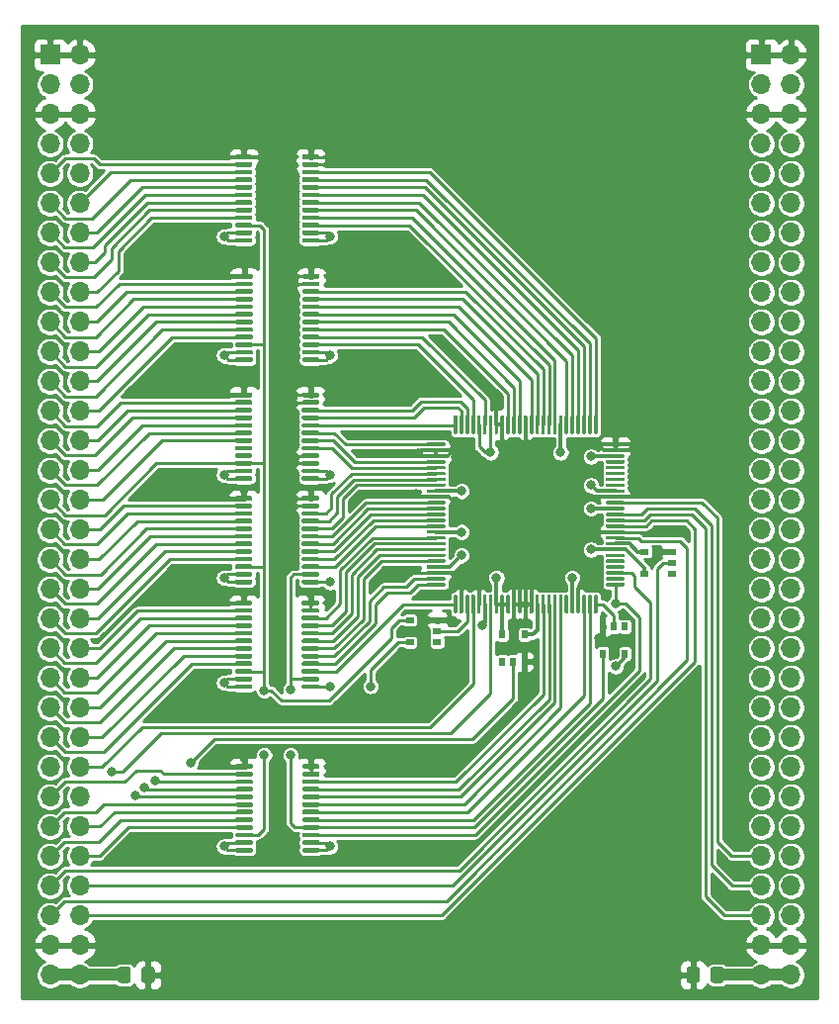
<source format=gbr>
%TF.GenerationSoftware,KiCad,Pcbnew,(5.1.6)-1*%
%TF.CreationDate,2020-07-30T18:42:53+03:00*%
%TF.ProjectId,386_v1,3338365f-7631-42e6-9b69-6361645f7063,rev?*%
%TF.SameCoordinates,Original*%
%TF.FileFunction,Copper,L1,Top*%
%TF.FilePolarity,Positive*%
%FSLAX46Y46*%
G04 Gerber Fmt 4.6, Leading zero omitted, Abs format (unit mm)*
G04 Created by KiCad (PCBNEW (5.1.6)-1) date 2020-07-30 18:42:53*
%MOMM*%
%LPD*%
G01*
G04 APERTURE LIST*
%TA.AperFunction,ComponentPad*%
%ADD10R,1.700000X1.700000*%
%TD*%
%TA.AperFunction,ComponentPad*%
%ADD11O,1.700000X1.700000*%
%TD*%
%TA.AperFunction,SMDPad,CuDef*%
%ADD12R,0.510000X0.700000*%
%TD*%
%TA.AperFunction,SMDPad,CuDef*%
%ADD13R,0.700000X0.510000*%
%TD*%
%TA.AperFunction,ViaPad*%
%ADD14C,0.800000*%
%TD*%
%TA.AperFunction,Conductor*%
%ADD15C,0.300000*%
%TD*%
%TA.AperFunction,Conductor*%
%ADD16C,1.000000*%
%TD*%
%TA.AperFunction,Conductor*%
%ADD17C,0.250000*%
%TD*%
%TA.AperFunction,Conductor*%
%ADD18C,0.254000*%
%TD*%
G04 APERTURE END LIST*
D10*
%TO.P,U8,1*%
%TO.N,GND*%
X31860000Y-27960000D03*
D11*
%TO.P,U8,2*%
X34400000Y-27960000D03*
%TO.P,U8,3*%
%TO.N,+3V3*%
X31860000Y-30500000D03*
%TO.P,U8,4*%
X34400000Y-30500000D03*
%TO.P,U8,5*%
%TO.N,GND*%
X31860000Y-33040000D03*
%TO.P,U8,6*%
X34400000Y-33040000D03*
%TO.P,U8,7*%
%TO.N,/F_A1_O*%
X31860000Y-35580000D03*
%TO.P,U8,8*%
%TO.N,/F_~BLE~_O*%
X34400000Y-35580000D03*
%TO.P,U8,9*%
%TO.N,/F_A2_O*%
X31860000Y-38120000D03*
%TO.P,U8,10*%
%TO.N,/F_~BHE~_O*%
X34400000Y-38120000D03*
%TO.P,U8,11*%
%TO.N,/F_A4_O*%
X31860000Y-40660000D03*
%TO.P,U8,12*%
%TO.N,/F_A3_O*%
X34400000Y-40660000D03*
%TO.P,U8,13*%
%TO.N,/F_A6_O*%
X31860000Y-43200000D03*
%TO.P,U8,14*%
%TO.N,/F_A5_O*%
X34400000Y-43200000D03*
%TO.P,U8,15*%
%TO.N,/F_A8_O*%
X31860000Y-45740000D03*
%TO.P,U8,16*%
%TO.N,/F_A7_O*%
X34400000Y-45740000D03*
%TO.P,U8,17*%
%TO.N,/F_A10_O*%
X31860000Y-48280000D03*
%TO.P,U8,18*%
%TO.N,/F_A9_O*%
X34400000Y-48280000D03*
%TO.P,U8,19*%
%TO.N,/F_A12_O*%
X31860000Y-50820000D03*
%TO.P,U8,20*%
%TO.N,/F_A11_O*%
X34400000Y-50820000D03*
%TO.P,U8,21*%
%TO.N,/F_A14_O*%
X31860000Y-53360000D03*
%TO.P,U8,22*%
%TO.N,/F_A13_O*%
X34400000Y-53360000D03*
%TO.P,U8,23*%
%TO.N,/F_A16_O*%
X31860000Y-55900000D03*
%TO.P,U8,24*%
%TO.N,/F_A15_O*%
X34400000Y-55900000D03*
%TO.P,U8,25*%
%TO.N,/F_A18_O*%
X31860000Y-58440000D03*
%TO.P,U8,26*%
%TO.N,/F_A17_O*%
X34400000Y-58440000D03*
%TO.P,U8,27*%
%TO.N,/F_A20_O*%
X31860000Y-60980000D03*
%TO.P,U8,28*%
%TO.N,/F_A19_O*%
X34400000Y-60980000D03*
%TO.P,U8,29*%
%TO.N,/F_A22_O*%
X31860000Y-63520000D03*
%TO.P,U8,30*%
%TO.N,/F_A21_O*%
X34400000Y-63520000D03*
%TO.P,U8,31*%
%TO.N,/F_HLDA_O*%
X31860000Y-66060000D03*
%TO.P,U8,32*%
%TO.N,/F_A23_O*%
X34400000Y-66060000D03*
%TO.P,U8,33*%
%TO.N,/F_D14_IO*%
X31860000Y-68600000D03*
%TO.P,U8,34*%
%TO.N,/F_D15_IO*%
X34400000Y-68600000D03*
%TO.P,U8,35*%
%TO.N,/F_D12_IO*%
X31860000Y-71140000D03*
%TO.P,U8,36*%
%TO.N,/F_D13_IO*%
X34400000Y-71140000D03*
%TO.P,U8,37*%
%TO.N,/F_D10_IO*%
X31860000Y-73680000D03*
%TO.P,U8,38*%
%TO.N,/F_D11_IO*%
X34400000Y-73680000D03*
%TO.P,U8,39*%
%TO.N,/F_D8_IO*%
X31860000Y-76220000D03*
%TO.P,U8,40*%
%TO.N,/F_D9_IO*%
X34400000Y-76220000D03*
%TO.P,U8,41*%
%TO.N,/F_D6_IO*%
X31860000Y-78760000D03*
%TO.P,U8,42*%
%TO.N,/F_D7_IO*%
X34400000Y-78760000D03*
%TO.P,U8,43*%
%TO.N,/F_D4_IO*%
X31860000Y-81300000D03*
%TO.P,U8,44*%
%TO.N,/F_D5_IO*%
X34400000Y-81300000D03*
%TO.P,U8,45*%
%TO.N,/F_D2_IO*%
X31860000Y-83840000D03*
%TO.P,U8,46*%
%TO.N,/F_D3_IO*%
X34400000Y-83840000D03*
%TO.P,U8,47*%
%TO.N,/F_D0_IO*%
X31860000Y-86380000D03*
%TO.P,U8,48*%
%TO.N,/F_D1_IO*%
X34400000Y-86380000D03*
%TO.P,U8,49*%
%TO.N,/F_~READY~_I*%
X31860000Y-88920000D03*
%TO.P,U8,50*%
%TO.N,/F_HOLD_I*%
X34400000Y-88920000D03*
%TO.P,U8,51*%
%TO.N,/F_~ADS~_O*%
X31860000Y-91460000D03*
%TO.P,U8,52*%
%TO.N,/F_CLK_I*%
X34400000Y-91460000D03*
%TO.P,U8,53*%
%TO.N,/F_M~IO~_O*%
X31860000Y-94000000D03*
%TO.P,U8,54*%
%TO.N,/F_D~C~_O*%
X34400000Y-94000000D03*
%TO.P,U8,55*%
%TO.N,/F_W~R~_O*%
X31860000Y-96540000D03*
%TO.P,U8,56*%
%TO.N,/F_~LOCK~_O*%
X34400000Y-96540000D03*
%TO.P,U8,57*%
%TO.N,/F_~FLT~_I*%
X31860000Y-99080000D03*
%TO.P,U8,58*%
%TO.N,/F_RST_I*%
X34400000Y-99080000D03*
%TO.P,U8,59*%
%TO.N,/F_~BUSY~_I*%
X31860000Y-101620000D03*
%TO.P,U8,60*%
%TO.N,/F_~ERROR~_I*%
X34400000Y-101620000D03*
%TO.P,U8,61*%
%TO.N,GND*%
X31860000Y-104160000D03*
%TO.P,U8,62*%
X34400000Y-104160000D03*
%TO.P,U8,63*%
%TO.N,+5V*%
X31860000Y-106700000D03*
%TO.P,U8,64*%
X34400000Y-106700000D03*
%TD*%
%TO.P,U4,1*%
%TO.N,+5V*%
%TA.AperFunction,SMDPad,CuDef*%
G36*
G01*
X54912500Y-43750000D02*
X54912500Y-43950000D01*
G75*
G02*
X54812500Y-44050000I-100000J0D01*
G01*
X53537500Y-44050000D01*
G75*
G02*
X53437500Y-43950000I0J100000D01*
G01*
X53437500Y-43750000D01*
G75*
G02*
X53537500Y-43650000I100000J0D01*
G01*
X54812500Y-43650000D01*
G75*
G02*
X54912500Y-43750000I0J-100000D01*
G01*
G37*
%TD.AperFunction*%
%TO.P,U4,2*%
%TA.AperFunction,SMDPad,CuDef*%
G36*
G01*
X54912500Y-43100000D02*
X54912500Y-43300000D01*
G75*
G02*
X54812500Y-43400000I-100000J0D01*
G01*
X53537500Y-43400000D01*
G75*
G02*
X53437500Y-43300000I0J100000D01*
G01*
X53437500Y-43100000D01*
G75*
G02*
X53537500Y-43000000I100000J0D01*
G01*
X54812500Y-43000000D01*
G75*
G02*
X54912500Y-43100000I0J-100000D01*
G01*
G37*
%TD.AperFunction*%
%TO.P,U4,3*%
%TO.N,/A9*%
%TA.AperFunction,SMDPad,CuDef*%
G36*
G01*
X54912500Y-42450000D02*
X54912500Y-42650000D01*
G75*
G02*
X54812500Y-42750000I-100000J0D01*
G01*
X53537500Y-42750000D01*
G75*
G02*
X53437500Y-42650000I0J100000D01*
G01*
X53437500Y-42450000D01*
G75*
G02*
X53537500Y-42350000I100000J0D01*
G01*
X54812500Y-42350000D01*
G75*
G02*
X54912500Y-42450000I0J-100000D01*
G01*
G37*
%TD.AperFunction*%
%TO.P,U4,4*%
%TO.N,/A8*%
%TA.AperFunction,SMDPad,CuDef*%
G36*
G01*
X54912500Y-41800000D02*
X54912500Y-42000000D01*
G75*
G02*
X54812500Y-42100000I-100000J0D01*
G01*
X53537500Y-42100000D01*
G75*
G02*
X53437500Y-42000000I0J100000D01*
G01*
X53437500Y-41800000D01*
G75*
G02*
X53537500Y-41700000I100000J0D01*
G01*
X54812500Y-41700000D01*
G75*
G02*
X54912500Y-41800000I0J-100000D01*
G01*
G37*
%TD.AperFunction*%
%TO.P,U4,5*%
%TO.N,/A7*%
%TA.AperFunction,SMDPad,CuDef*%
G36*
G01*
X54912500Y-41150000D02*
X54912500Y-41350000D01*
G75*
G02*
X54812500Y-41450000I-100000J0D01*
G01*
X53537500Y-41450000D01*
G75*
G02*
X53437500Y-41350000I0J100000D01*
G01*
X53437500Y-41150000D01*
G75*
G02*
X53537500Y-41050000I100000J0D01*
G01*
X54812500Y-41050000D01*
G75*
G02*
X54912500Y-41150000I0J-100000D01*
G01*
G37*
%TD.AperFunction*%
%TO.P,U4,6*%
%TO.N,/A6*%
%TA.AperFunction,SMDPad,CuDef*%
G36*
G01*
X54912500Y-40500000D02*
X54912500Y-40700000D01*
G75*
G02*
X54812500Y-40800000I-100000J0D01*
G01*
X53537500Y-40800000D01*
G75*
G02*
X53437500Y-40700000I0J100000D01*
G01*
X53437500Y-40500000D01*
G75*
G02*
X53537500Y-40400000I100000J0D01*
G01*
X54812500Y-40400000D01*
G75*
G02*
X54912500Y-40500000I0J-100000D01*
G01*
G37*
%TD.AperFunction*%
%TO.P,U4,7*%
%TO.N,/A5*%
%TA.AperFunction,SMDPad,CuDef*%
G36*
G01*
X54912500Y-39850000D02*
X54912500Y-40050000D01*
G75*
G02*
X54812500Y-40150000I-100000J0D01*
G01*
X53537500Y-40150000D01*
G75*
G02*
X53437500Y-40050000I0J100000D01*
G01*
X53437500Y-39850000D01*
G75*
G02*
X53537500Y-39750000I100000J0D01*
G01*
X54812500Y-39750000D01*
G75*
G02*
X54912500Y-39850000I0J-100000D01*
G01*
G37*
%TD.AperFunction*%
%TO.P,U4,8*%
%TO.N,/A4*%
%TA.AperFunction,SMDPad,CuDef*%
G36*
G01*
X54912500Y-39200000D02*
X54912500Y-39400000D01*
G75*
G02*
X54812500Y-39500000I-100000J0D01*
G01*
X53537500Y-39500000D01*
G75*
G02*
X53437500Y-39400000I0J100000D01*
G01*
X53437500Y-39200000D01*
G75*
G02*
X53537500Y-39100000I100000J0D01*
G01*
X54812500Y-39100000D01*
G75*
G02*
X54912500Y-39200000I0J-100000D01*
G01*
G37*
%TD.AperFunction*%
%TO.P,U4,9*%
%TO.N,/A3*%
%TA.AperFunction,SMDPad,CuDef*%
G36*
G01*
X54912500Y-38550000D02*
X54912500Y-38750000D01*
G75*
G02*
X54812500Y-38850000I-100000J0D01*
G01*
X53537500Y-38850000D01*
G75*
G02*
X53437500Y-38750000I0J100000D01*
G01*
X53437500Y-38550000D01*
G75*
G02*
X53537500Y-38450000I100000J0D01*
G01*
X54812500Y-38450000D01*
G75*
G02*
X54912500Y-38550000I0J-100000D01*
G01*
G37*
%TD.AperFunction*%
%TO.P,U4,10*%
%TO.N,/A2*%
%TA.AperFunction,SMDPad,CuDef*%
G36*
G01*
X54912500Y-37900000D02*
X54912500Y-38100000D01*
G75*
G02*
X54812500Y-38200000I-100000J0D01*
G01*
X53537500Y-38200000D01*
G75*
G02*
X53437500Y-38100000I0J100000D01*
G01*
X53437500Y-37900000D01*
G75*
G02*
X53537500Y-37800000I100000J0D01*
G01*
X54812500Y-37800000D01*
G75*
G02*
X54912500Y-37900000I0J-100000D01*
G01*
G37*
%TD.AperFunction*%
%TO.P,U4,11*%
%TO.N,GND*%
%TA.AperFunction,SMDPad,CuDef*%
G36*
G01*
X54912500Y-37250000D02*
X54912500Y-37450000D01*
G75*
G02*
X54812500Y-37550000I-100000J0D01*
G01*
X53537500Y-37550000D01*
G75*
G02*
X53437500Y-37450000I0J100000D01*
G01*
X53437500Y-37250000D01*
G75*
G02*
X53537500Y-37150000I100000J0D01*
G01*
X54812500Y-37150000D01*
G75*
G02*
X54912500Y-37250000I0J-100000D01*
G01*
G37*
%TD.AperFunction*%
%TO.P,U4,12*%
%TA.AperFunction,SMDPad,CuDef*%
G36*
G01*
X54912500Y-36600000D02*
X54912500Y-36800000D01*
G75*
G02*
X54812500Y-36900000I-100000J0D01*
G01*
X53537500Y-36900000D01*
G75*
G02*
X53437500Y-36800000I0J100000D01*
G01*
X53437500Y-36600000D01*
G75*
G02*
X53537500Y-36500000I100000J0D01*
G01*
X54812500Y-36500000D01*
G75*
G02*
X54912500Y-36600000I0J-100000D01*
G01*
G37*
%TD.AperFunction*%
%TO.P,U4,13*%
%TA.AperFunction,SMDPad,CuDef*%
G36*
G01*
X49187500Y-36600000D02*
X49187500Y-36800000D01*
G75*
G02*
X49087500Y-36900000I-100000J0D01*
G01*
X47812500Y-36900000D01*
G75*
G02*
X47712500Y-36800000I0J100000D01*
G01*
X47712500Y-36600000D01*
G75*
G02*
X47812500Y-36500000I100000J0D01*
G01*
X49087500Y-36500000D01*
G75*
G02*
X49187500Y-36600000I0J-100000D01*
G01*
G37*
%TD.AperFunction*%
%TO.P,U4,14*%
%TO.N,/F_A2_O*%
%TA.AperFunction,SMDPad,CuDef*%
G36*
G01*
X49187500Y-37250000D02*
X49187500Y-37450000D01*
G75*
G02*
X49087500Y-37550000I-100000J0D01*
G01*
X47812500Y-37550000D01*
G75*
G02*
X47712500Y-37450000I0J100000D01*
G01*
X47712500Y-37250000D01*
G75*
G02*
X47812500Y-37150000I100000J0D01*
G01*
X49087500Y-37150000D01*
G75*
G02*
X49187500Y-37250000I0J-100000D01*
G01*
G37*
%TD.AperFunction*%
%TO.P,U4,15*%
%TO.N,/F_A3_O*%
%TA.AperFunction,SMDPad,CuDef*%
G36*
G01*
X49187500Y-37900000D02*
X49187500Y-38100000D01*
G75*
G02*
X49087500Y-38200000I-100000J0D01*
G01*
X47812500Y-38200000D01*
G75*
G02*
X47712500Y-38100000I0J100000D01*
G01*
X47712500Y-37900000D01*
G75*
G02*
X47812500Y-37800000I100000J0D01*
G01*
X49087500Y-37800000D01*
G75*
G02*
X49187500Y-37900000I0J-100000D01*
G01*
G37*
%TD.AperFunction*%
%TO.P,U4,16*%
%TO.N,/F_A4_O*%
%TA.AperFunction,SMDPad,CuDef*%
G36*
G01*
X49187500Y-38550000D02*
X49187500Y-38750000D01*
G75*
G02*
X49087500Y-38850000I-100000J0D01*
G01*
X47812500Y-38850000D01*
G75*
G02*
X47712500Y-38750000I0J100000D01*
G01*
X47712500Y-38550000D01*
G75*
G02*
X47812500Y-38450000I100000J0D01*
G01*
X49087500Y-38450000D01*
G75*
G02*
X49187500Y-38550000I0J-100000D01*
G01*
G37*
%TD.AperFunction*%
%TO.P,U4,17*%
%TO.N,/F_A5_O*%
%TA.AperFunction,SMDPad,CuDef*%
G36*
G01*
X49187500Y-39200000D02*
X49187500Y-39400000D01*
G75*
G02*
X49087500Y-39500000I-100000J0D01*
G01*
X47812500Y-39500000D01*
G75*
G02*
X47712500Y-39400000I0J100000D01*
G01*
X47712500Y-39200000D01*
G75*
G02*
X47812500Y-39100000I100000J0D01*
G01*
X49087500Y-39100000D01*
G75*
G02*
X49187500Y-39200000I0J-100000D01*
G01*
G37*
%TD.AperFunction*%
%TO.P,U4,18*%
%TO.N,/F_A6_O*%
%TA.AperFunction,SMDPad,CuDef*%
G36*
G01*
X49187500Y-39850000D02*
X49187500Y-40050000D01*
G75*
G02*
X49087500Y-40150000I-100000J0D01*
G01*
X47812500Y-40150000D01*
G75*
G02*
X47712500Y-40050000I0J100000D01*
G01*
X47712500Y-39850000D01*
G75*
G02*
X47812500Y-39750000I100000J0D01*
G01*
X49087500Y-39750000D01*
G75*
G02*
X49187500Y-39850000I0J-100000D01*
G01*
G37*
%TD.AperFunction*%
%TO.P,U4,19*%
%TO.N,/F_A7_O*%
%TA.AperFunction,SMDPad,CuDef*%
G36*
G01*
X49187500Y-40500000D02*
X49187500Y-40700000D01*
G75*
G02*
X49087500Y-40800000I-100000J0D01*
G01*
X47812500Y-40800000D01*
G75*
G02*
X47712500Y-40700000I0J100000D01*
G01*
X47712500Y-40500000D01*
G75*
G02*
X47812500Y-40400000I100000J0D01*
G01*
X49087500Y-40400000D01*
G75*
G02*
X49187500Y-40500000I0J-100000D01*
G01*
G37*
%TD.AperFunction*%
%TO.P,U4,20*%
%TO.N,/F_A8_O*%
%TA.AperFunction,SMDPad,CuDef*%
G36*
G01*
X49187500Y-41150000D02*
X49187500Y-41350000D01*
G75*
G02*
X49087500Y-41450000I-100000J0D01*
G01*
X47812500Y-41450000D01*
G75*
G02*
X47712500Y-41350000I0J100000D01*
G01*
X47712500Y-41150000D01*
G75*
G02*
X47812500Y-41050000I100000J0D01*
G01*
X49087500Y-41050000D01*
G75*
G02*
X49187500Y-41150000I0J-100000D01*
G01*
G37*
%TD.AperFunction*%
%TO.P,U4,21*%
%TO.N,/F_A9_O*%
%TA.AperFunction,SMDPad,CuDef*%
G36*
G01*
X49187500Y-41800000D02*
X49187500Y-42000000D01*
G75*
G02*
X49087500Y-42100000I-100000J0D01*
G01*
X47812500Y-42100000D01*
G75*
G02*
X47712500Y-42000000I0J100000D01*
G01*
X47712500Y-41800000D01*
G75*
G02*
X47812500Y-41700000I100000J0D01*
G01*
X49087500Y-41700000D01*
G75*
G02*
X49187500Y-41800000I0J-100000D01*
G01*
G37*
%TD.AperFunction*%
%TO.P,U4,22*%
%TO.N,/F_HLDA_O*%
%TA.AperFunction,SMDPad,CuDef*%
G36*
G01*
X49187500Y-42450000D02*
X49187500Y-42650000D01*
G75*
G02*
X49087500Y-42750000I-100000J0D01*
G01*
X47812500Y-42750000D01*
G75*
G02*
X47712500Y-42650000I0J100000D01*
G01*
X47712500Y-42450000D01*
G75*
G02*
X47812500Y-42350000I100000J0D01*
G01*
X49087500Y-42350000D01*
G75*
G02*
X49187500Y-42450000I0J-100000D01*
G01*
G37*
%TD.AperFunction*%
%TO.P,U4,23*%
%TO.N,+3V3*%
%TA.AperFunction,SMDPad,CuDef*%
G36*
G01*
X49187500Y-43100000D02*
X49187500Y-43300000D01*
G75*
G02*
X49087500Y-43400000I-100000J0D01*
G01*
X47812500Y-43400000D01*
G75*
G02*
X47712500Y-43300000I0J100000D01*
G01*
X47712500Y-43100000D01*
G75*
G02*
X47812500Y-43000000I100000J0D01*
G01*
X49087500Y-43000000D01*
G75*
G02*
X49187500Y-43100000I0J-100000D01*
G01*
G37*
%TD.AperFunction*%
%TO.P,U4,24*%
%TA.AperFunction,SMDPad,CuDef*%
G36*
G01*
X49187500Y-43750000D02*
X49187500Y-43950000D01*
G75*
G02*
X49087500Y-44050000I-100000J0D01*
G01*
X47812500Y-44050000D01*
G75*
G02*
X47712500Y-43950000I0J100000D01*
G01*
X47712500Y-43750000D01*
G75*
G02*
X47812500Y-43650000I100000J0D01*
G01*
X49087500Y-43650000D01*
G75*
G02*
X49187500Y-43750000I0J-100000D01*
G01*
G37*
%TD.AperFunction*%
%TD*%
%TO.P,C11,2*%
%TO.N,GND*%
%TA.AperFunction,SMDPad,CuDef*%
G36*
G01*
X87525000Y-106249999D02*
X87525000Y-107150001D01*
G75*
G02*
X87275001Y-107400000I-249999J0D01*
G01*
X86624999Y-107400000D01*
G75*
G02*
X86375000Y-107150001I0J249999D01*
G01*
X86375000Y-106249999D01*
G75*
G02*
X86624999Y-106000000I249999J0D01*
G01*
X87275001Y-106000000D01*
G75*
G02*
X87525000Y-106249999I0J-249999D01*
G01*
G37*
%TD.AperFunction*%
%TO.P,C11,1*%
%TO.N,+5V*%
%TA.AperFunction,SMDPad,CuDef*%
G36*
G01*
X89575000Y-106249999D02*
X89575000Y-107150001D01*
G75*
G02*
X89325001Y-107400000I-249999J0D01*
G01*
X88674999Y-107400000D01*
G75*
G02*
X88425000Y-107150001I0J249999D01*
G01*
X88425000Y-106249999D01*
G75*
G02*
X88674999Y-106000000I249999J0D01*
G01*
X89325001Y-106000000D01*
G75*
G02*
X89575000Y-106249999I0J-249999D01*
G01*
G37*
%TD.AperFunction*%
%TD*%
%TO.P,C12,1*%
%TO.N,+5V*%
%TA.AperFunction,SMDPad,CuDef*%
G36*
G01*
X37625000Y-107150001D02*
X37625000Y-106249999D01*
G75*
G02*
X37874999Y-106000000I249999J0D01*
G01*
X38525001Y-106000000D01*
G75*
G02*
X38775000Y-106249999I0J-249999D01*
G01*
X38775000Y-107150001D01*
G75*
G02*
X38525001Y-107400000I-249999J0D01*
G01*
X37874999Y-107400000D01*
G75*
G02*
X37625000Y-107150001I0J249999D01*
G01*
G37*
%TD.AperFunction*%
%TO.P,C12,2*%
%TO.N,GND*%
%TA.AperFunction,SMDPad,CuDef*%
G36*
G01*
X39675000Y-107150001D02*
X39675000Y-106249999D01*
G75*
G02*
X39924999Y-106000000I249999J0D01*
G01*
X40575001Y-106000000D01*
G75*
G02*
X40825000Y-106249999I0J-249999D01*
G01*
X40825000Y-107150001D01*
G75*
G02*
X40575001Y-107400000I-249999J0D01*
G01*
X39924999Y-107400000D01*
G75*
G02*
X39675000Y-107150001I0J249999D01*
G01*
G37*
%TD.AperFunction*%
%TD*%
D12*
%TO.P,U1,5*%
%TO.N,+5V*%
X70600000Y-77580000D03*
%TO.P,U1,4*%
%TO.N,Net-(U1-Pad4)*%
X72500000Y-77580000D03*
%TO.P,U1,3*%
%TO.N,GND*%
X72500000Y-79900000D03*
%TO.P,U1,2*%
%TO.N,/F_CLK_I*%
X71550000Y-79900000D03*
%TO.P,U1,1*%
%TO.N,N/C*%
X70600000Y-79900000D03*
%TD*%
D13*
%TO.P,U2,1*%
%TO.N,N/C*%
X85120000Y-72400000D03*
%TO.P,U2,2*%
%TO.N,/F_RST_I*%
X85120000Y-71450000D03*
%TO.P,U2,3*%
%TO.N,GND*%
X85120000Y-70500000D03*
%TO.P,U2,4*%
%TO.N,Net-(U2-Pad4)*%
X82800000Y-70500000D03*
%TO.P,U2,5*%
%TO.N,+5V*%
X82800000Y-72400000D03*
%TD*%
%TO.P,U3,1*%
%TO.N,/D0*%
%TA.AperFunction,SMDPad,CuDef*%
G36*
G01*
X66675000Y-75775000D02*
X66525000Y-75775000D01*
G75*
G02*
X66450000Y-75700000I0J75000D01*
G01*
X66450000Y-74250000D01*
G75*
G02*
X66525000Y-74175000I75000J0D01*
G01*
X66675000Y-74175000D01*
G75*
G02*
X66750000Y-74250000I0J-75000D01*
G01*
X66750000Y-75700000D01*
G75*
G02*
X66675000Y-75775000I-75000J0D01*
G01*
G37*
%TD.AperFunction*%
%TO.P,U3,2*%
%TO.N,GND*%
%TA.AperFunction,SMDPad,CuDef*%
G36*
G01*
X67175000Y-75775000D02*
X67025000Y-75775000D01*
G75*
G02*
X66950000Y-75700000I0J75000D01*
G01*
X66950000Y-74250000D01*
G75*
G02*
X67025000Y-74175000I75000J0D01*
G01*
X67175000Y-74175000D01*
G75*
G02*
X67250000Y-74250000I0J-75000D01*
G01*
X67250000Y-75700000D01*
G75*
G02*
X67175000Y-75775000I-75000J0D01*
G01*
G37*
%TD.AperFunction*%
%TO.P,U3,3*%
%TO.N,/HLDA_RAW*%
%TA.AperFunction,SMDPad,CuDef*%
G36*
G01*
X67675000Y-75775000D02*
X67525000Y-75775000D01*
G75*
G02*
X67450000Y-75700000I0J75000D01*
G01*
X67450000Y-74250000D01*
G75*
G02*
X67525000Y-74175000I75000J0D01*
G01*
X67675000Y-74175000D01*
G75*
G02*
X67750000Y-74250000I0J-75000D01*
G01*
X67750000Y-75700000D01*
G75*
G02*
X67675000Y-75775000I-75000J0D01*
G01*
G37*
%TD.AperFunction*%
%TO.P,U3,4*%
%TO.N,/F_HOLD_I*%
%TA.AperFunction,SMDPad,CuDef*%
G36*
G01*
X68175000Y-75775000D02*
X68025000Y-75775000D01*
G75*
G02*
X67950000Y-75700000I0J75000D01*
G01*
X67950000Y-74250000D01*
G75*
G02*
X68025000Y-74175000I75000J0D01*
G01*
X68175000Y-74175000D01*
G75*
G02*
X68250000Y-74250000I0J-75000D01*
G01*
X68250000Y-75700000D01*
G75*
G02*
X68175000Y-75775000I-75000J0D01*
G01*
G37*
%TD.AperFunction*%
%TO.P,U3,5*%
%TO.N,GND*%
%TA.AperFunction,SMDPad,CuDef*%
G36*
G01*
X68675000Y-75775000D02*
X68525000Y-75775000D01*
G75*
G02*
X68450000Y-75700000I0J75000D01*
G01*
X68450000Y-74250000D01*
G75*
G02*
X68525000Y-74175000I75000J0D01*
G01*
X68675000Y-74175000D01*
G75*
G02*
X68750000Y-74250000I0J-75000D01*
G01*
X68750000Y-75700000D01*
G75*
G02*
X68675000Y-75775000I-75000J0D01*
G01*
G37*
%TD.AperFunction*%
%TO.P,U3,6*%
%TO.N,Net-(R4-Pad1)*%
%TA.AperFunction,SMDPad,CuDef*%
G36*
G01*
X69175000Y-75775000D02*
X69025000Y-75775000D01*
G75*
G02*
X68950000Y-75700000I0J75000D01*
G01*
X68950000Y-74250000D01*
G75*
G02*
X69025000Y-74175000I75000J0D01*
G01*
X69175000Y-74175000D01*
G75*
G02*
X69250000Y-74250000I0J-75000D01*
G01*
X69250000Y-75700000D01*
G75*
G02*
X69175000Y-75775000I-75000J0D01*
G01*
G37*
%TD.AperFunction*%
%TO.P,U3,7*%
%TO.N,/F_~READY~_I*%
%TA.AperFunction,SMDPad,CuDef*%
G36*
G01*
X69675000Y-75775000D02*
X69525000Y-75775000D01*
G75*
G02*
X69450000Y-75700000I0J75000D01*
G01*
X69450000Y-74250000D01*
G75*
G02*
X69525000Y-74175000I75000J0D01*
G01*
X69675000Y-74175000D01*
G75*
G02*
X69750000Y-74250000I0J-75000D01*
G01*
X69750000Y-75700000D01*
G75*
G02*
X69675000Y-75775000I-75000J0D01*
G01*
G37*
%TD.AperFunction*%
%TO.P,U3,8*%
%TO.N,+5V*%
%TA.AperFunction,SMDPad,CuDef*%
G36*
G01*
X70175000Y-75775000D02*
X70025000Y-75775000D01*
G75*
G02*
X69950000Y-75700000I0J75000D01*
G01*
X69950000Y-74250000D01*
G75*
G02*
X70025000Y-74175000I75000J0D01*
G01*
X70175000Y-74175000D01*
G75*
G02*
X70250000Y-74250000I0J-75000D01*
G01*
X70250000Y-75700000D01*
G75*
G02*
X70175000Y-75775000I-75000J0D01*
G01*
G37*
%TD.AperFunction*%
%TO.P,U3,9*%
%TA.AperFunction,SMDPad,CuDef*%
G36*
G01*
X70675000Y-75775000D02*
X70525000Y-75775000D01*
G75*
G02*
X70450000Y-75700000I0J75000D01*
G01*
X70450000Y-74250000D01*
G75*
G02*
X70525000Y-74175000I75000J0D01*
G01*
X70675000Y-74175000D01*
G75*
G02*
X70750000Y-74250000I0J-75000D01*
G01*
X70750000Y-75700000D01*
G75*
G02*
X70675000Y-75775000I-75000J0D01*
G01*
G37*
%TD.AperFunction*%
%TO.P,U3,10*%
%TA.AperFunction,SMDPad,CuDef*%
G36*
G01*
X71175000Y-75775000D02*
X71025000Y-75775000D01*
G75*
G02*
X70950000Y-75700000I0J75000D01*
G01*
X70950000Y-74250000D01*
G75*
G02*
X71025000Y-74175000I75000J0D01*
G01*
X71175000Y-74175000D01*
G75*
G02*
X71250000Y-74250000I0J-75000D01*
G01*
X71250000Y-75700000D01*
G75*
G02*
X71175000Y-75775000I-75000J0D01*
G01*
G37*
%TD.AperFunction*%
%TO.P,U3,11*%
%TO.N,GND*%
%TA.AperFunction,SMDPad,CuDef*%
G36*
G01*
X71675000Y-75775000D02*
X71525000Y-75775000D01*
G75*
G02*
X71450000Y-75700000I0J75000D01*
G01*
X71450000Y-74250000D01*
G75*
G02*
X71525000Y-74175000I75000J0D01*
G01*
X71675000Y-74175000D01*
G75*
G02*
X71750000Y-74250000I0J-75000D01*
G01*
X71750000Y-75700000D01*
G75*
G02*
X71675000Y-75775000I-75000J0D01*
G01*
G37*
%TD.AperFunction*%
%TO.P,U3,12*%
%TA.AperFunction,SMDPad,CuDef*%
G36*
G01*
X72175000Y-75775000D02*
X72025000Y-75775000D01*
G75*
G02*
X71950000Y-75700000I0J75000D01*
G01*
X71950000Y-74250000D01*
G75*
G02*
X72025000Y-74175000I75000J0D01*
G01*
X72175000Y-74175000D01*
G75*
G02*
X72250000Y-74250000I0J-75000D01*
G01*
X72250000Y-75700000D01*
G75*
G02*
X72175000Y-75775000I-75000J0D01*
G01*
G37*
%TD.AperFunction*%
%TO.P,U3,13*%
%TA.AperFunction,SMDPad,CuDef*%
G36*
G01*
X72675000Y-75775000D02*
X72525000Y-75775000D01*
G75*
G02*
X72450000Y-75700000I0J75000D01*
G01*
X72450000Y-74250000D01*
G75*
G02*
X72525000Y-74175000I75000J0D01*
G01*
X72675000Y-74175000D01*
G75*
G02*
X72750000Y-74250000I0J-75000D01*
G01*
X72750000Y-75700000D01*
G75*
G02*
X72675000Y-75775000I-75000J0D01*
G01*
G37*
%TD.AperFunction*%
%TO.P,U3,14*%
%TA.AperFunction,SMDPad,CuDef*%
G36*
G01*
X73175000Y-75775000D02*
X73025000Y-75775000D01*
G75*
G02*
X72950000Y-75700000I0J75000D01*
G01*
X72950000Y-74250000D01*
G75*
G02*
X73025000Y-74175000I75000J0D01*
G01*
X73175000Y-74175000D01*
G75*
G02*
X73250000Y-74250000I0J-75000D01*
G01*
X73250000Y-75700000D01*
G75*
G02*
X73175000Y-75775000I-75000J0D01*
G01*
G37*
%TD.AperFunction*%
%TO.P,U3,15*%
%TO.N,Net-(U1-Pad4)*%
%TA.AperFunction,SMDPad,CuDef*%
G36*
G01*
X73675000Y-75775000D02*
X73525000Y-75775000D01*
G75*
G02*
X73450000Y-75700000I0J75000D01*
G01*
X73450000Y-74250000D01*
G75*
G02*
X73525000Y-74175000I75000J0D01*
G01*
X73675000Y-74175000D01*
G75*
G02*
X73750000Y-74250000I0J-75000D01*
G01*
X73750000Y-75700000D01*
G75*
G02*
X73675000Y-75775000I-75000J0D01*
G01*
G37*
%TD.AperFunction*%
%TO.P,U3,16*%
%TO.N,/~ADS~_O*%
%TA.AperFunction,SMDPad,CuDef*%
G36*
G01*
X74175000Y-75775000D02*
X74025000Y-75775000D01*
G75*
G02*
X73950000Y-75700000I0J75000D01*
G01*
X73950000Y-74250000D01*
G75*
G02*
X74025000Y-74175000I75000J0D01*
G01*
X74175000Y-74175000D01*
G75*
G02*
X74250000Y-74250000I0J-75000D01*
G01*
X74250000Y-75700000D01*
G75*
G02*
X74175000Y-75775000I-75000J0D01*
G01*
G37*
%TD.AperFunction*%
%TO.P,U3,17*%
%TO.N,/~BLE*%
%TA.AperFunction,SMDPad,CuDef*%
G36*
G01*
X74675000Y-75775000D02*
X74525000Y-75775000D01*
G75*
G02*
X74450000Y-75700000I0J75000D01*
G01*
X74450000Y-74250000D01*
G75*
G02*
X74525000Y-74175000I75000J0D01*
G01*
X74675000Y-74175000D01*
G75*
G02*
X74750000Y-74250000I0J-75000D01*
G01*
X74750000Y-75700000D01*
G75*
G02*
X74675000Y-75775000I-75000J0D01*
G01*
G37*
%TD.AperFunction*%
%TO.P,U3,18*%
%TO.N,/A1*%
%TA.AperFunction,SMDPad,CuDef*%
G36*
G01*
X75175000Y-75775000D02*
X75025000Y-75775000D01*
G75*
G02*
X74950000Y-75700000I0J75000D01*
G01*
X74950000Y-74250000D01*
G75*
G02*
X75025000Y-74175000I75000J0D01*
G01*
X75175000Y-74175000D01*
G75*
G02*
X75250000Y-74250000I0J-75000D01*
G01*
X75250000Y-75700000D01*
G75*
G02*
X75175000Y-75775000I-75000J0D01*
G01*
G37*
%TD.AperFunction*%
%TO.P,U3,19*%
%TO.N,/~BHE*%
%TA.AperFunction,SMDPad,CuDef*%
G36*
G01*
X75675000Y-75775000D02*
X75525000Y-75775000D01*
G75*
G02*
X75450000Y-75700000I0J75000D01*
G01*
X75450000Y-74250000D01*
G75*
G02*
X75525000Y-74175000I75000J0D01*
G01*
X75675000Y-74175000D01*
G75*
G02*
X75750000Y-74250000I0J-75000D01*
G01*
X75750000Y-75700000D01*
G75*
G02*
X75675000Y-75775000I-75000J0D01*
G01*
G37*
%TD.AperFunction*%
%TO.P,U3,20*%
%TO.N,N/C*%
%TA.AperFunction,SMDPad,CuDef*%
G36*
G01*
X76175000Y-75775000D02*
X76025000Y-75775000D01*
G75*
G02*
X75950000Y-75700000I0J75000D01*
G01*
X75950000Y-74250000D01*
G75*
G02*
X76025000Y-74175000I75000J0D01*
G01*
X76175000Y-74175000D01*
G75*
G02*
X76250000Y-74250000I0J-75000D01*
G01*
X76250000Y-75700000D01*
G75*
G02*
X76175000Y-75775000I-75000J0D01*
G01*
G37*
%TD.AperFunction*%
%TO.P,U3,21*%
%TO.N,+5V*%
%TA.AperFunction,SMDPad,CuDef*%
G36*
G01*
X76675000Y-75775000D02*
X76525000Y-75775000D01*
G75*
G02*
X76450000Y-75700000I0J75000D01*
G01*
X76450000Y-74250000D01*
G75*
G02*
X76525000Y-74175000I75000J0D01*
G01*
X76675000Y-74175000D01*
G75*
G02*
X76750000Y-74250000I0J-75000D01*
G01*
X76750000Y-75700000D01*
G75*
G02*
X76675000Y-75775000I-75000J0D01*
G01*
G37*
%TD.AperFunction*%
%TO.P,U3,22*%
%TO.N,GND*%
%TA.AperFunction,SMDPad,CuDef*%
G36*
G01*
X77175000Y-75775000D02*
X77025000Y-75775000D01*
G75*
G02*
X76950000Y-75700000I0J75000D01*
G01*
X76950000Y-74250000D01*
G75*
G02*
X77025000Y-74175000I75000J0D01*
G01*
X77175000Y-74175000D01*
G75*
G02*
X77250000Y-74250000I0J-75000D01*
G01*
X77250000Y-75700000D01*
G75*
G02*
X77175000Y-75775000I-75000J0D01*
G01*
G37*
%TD.AperFunction*%
%TO.P,U3,23*%
%TO.N,/M~IO~_O*%
%TA.AperFunction,SMDPad,CuDef*%
G36*
G01*
X77675000Y-75775000D02*
X77525000Y-75775000D01*
G75*
G02*
X77450000Y-75700000I0J75000D01*
G01*
X77450000Y-74250000D01*
G75*
G02*
X77525000Y-74175000I75000J0D01*
G01*
X77675000Y-74175000D01*
G75*
G02*
X77750000Y-74250000I0J-75000D01*
G01*
X77750000Y-75700000D01*
G75*
G02*
X77675000Y-75775000I-75000J0D01*
G01*
G37*
%TD.AperFunction*%
%TO.P,U3,24*%
%TO.N,/D~C~_O*%
%TA.AperFunction,SMDPad,CuDef*%
G36*
G01*
X78175000Y-75775000D02*
X78025000Y-75775000D01*
G75*
G02*
X77950000Y-75700000I0J75000D01*
G01*
X77950000Y-74250000D01*
G75*
G02*
X78025000Y-74175000I75000J0D01*
G01*
X78175000Y-74175000D01*
G75*
G02*
X78250000Y-74250000I0J-75000D01*
G01*
X78250000Y-75700000D01*
G75*
G02*
X78175000Y-75775000I-75000J0D01*
G01*
G37*
%TD.AperFunction*%
%TO.P,U3,25*%
%TO.N,/W~R~_O_RAW*%
%TA.AperFunction,SMDPad,CuDef*%
G36*
G01*
X78675000Y-75775000D02*
X78525000Y-75775000D01*
G75*
G02*
X78450000Y-75700000I0J75000D01*
G01*
X78450000Y-74250000D01*
G75*
G02*
X78525000Y-74175000I75000J0D01*
G01*
X78675000Y-74175000D01*
G75*
G02*
X78750000Y-74250000I0J-75000D01*
G01*
X78750000Y-75700000D01*
G75*
G02*
X78675000Y-75775000I-75000J0D01*
G01*
G37*
%TD.AperFunction*%
%TO.P,U3,26*%
%TO.N,/~LOCK~_O*%
%TA.AperFunction,SMDPad,CuDef*%
G36*
G01*
X81000000Y-73450000D02*
X79550000Y-73450000D01*
G75*
G02*
X79475000Y-73375000I0J75000D01*
G01*
X79475000Y-73225000D01*
G75*
G02*
X79550000Y-73150000I75000J0D01*
G01*
X81000000Y-73150000D01*
G75*
G02*
X81075000Y-73225000I0J-75000D01*
G01*
X81075000Y-73375000D01*
G75*
G02*
X81000000Y-73450000I-75000J0D01*
G01*
G37*
%TD.AperFunction*%
%TO.P,U3,27*%
%TO.N,N/C*%
%TA.AperFunction,SMDPad,CuDef*%
G36*
G01*
X81000000Y-72950000D02*
X79550000Y-72950000D01*
G75*
G02*
X79475000Y-72875000I0J75000D01*
G01*
X79475000Y-72725000D01*
G75*
G02*
X79550000Y-72650000I75000J0D01*
G01*
X81000000Y-72650000D01*
G75*
G02*
X81075000Y-72725000I0J-75000D01*
G01*
X81075000Y-72875000D01*
G75*
G02*
X81000000Y-72950000I-75000J0D01*
G01*
G37*
%TD.AperFunction*%
%TO.P,U3,28*%
%TO.N,/F_~FLT~_I*%
%TA.AperFunction,SMDPad,CuDef*%
G36*
G01*
X81000000Y-72450000D02*
X79550000Y-72450000D01*
G75*
G02*
X79475000Y-72375000I0J75000D01*
G01*
X79475000Y-72225000D01*
G75*
G02*
X79550000Y-72150000I75000J0D01*
G01*
X81000000Y-72150000D01*
G75*
G02*
X81075000Y-72225000I0J-75000D01*
G01*
X81075000Y-72375000D01*
G75*
G02*
X81000000Y-72450000I-75000J0D01*
G01*
G37*
%TD.AperFunction*%
%TO.P,U3,29*%
%TO.N,N/C*%
%TA.AperFunction,SMDPad,CuDef*%
G36*
G01*
X81000000Y-71950000D02*
X79550000Y-71950000D01*
G75*
G02*
X79475000Y-71875000I0J75000D01*
G01*
X79475000Y-71725000D01*
G75*
G02*
X79550000Y-71650000I75000J0D01*
G01*
X81000000Y-71650000D01*
G75*
G02*
X81075000Y-71725000I0J-75000D01*
G01*
X81075000Y-71875000D01*
G75*
G02*
X81000000Y-71950000I-75000J0D01*
G01*
G37*
%TD.AperFunction*%
%TO.P,U3,30*%
%TA.AperFunction,SMDPad,CuDef*%
G36*
G01*
X81000000Y-71450000D02*
X79550000Y-71450000D01*
G75*
G02*
X79475000Y-71375000I0J75000D01*
G01*
X79475000Y-71225000D01*
G75*
G02*
X79550000Y-71150000I75000J0D01*
G01*
X81000000Y-71150000D01*
G75*
G02*
X81075000Y-71225000I0J-75000D01*
G01*
X81075000Y-71375000D01*
G75*
G02*
X81000000Y-71450000I-75000J0D01*
G01*
G37*
%TD.AperFunction*%
%TO.P,U3,31*%
%TA.AperFunction,SMDPad,CuDef*%
G36*
G01*
X81000000Y-70950000D02*
X79550000Y-70950000D01*
G75*
G02*
X79475000Y-70875000I0J75000D01*
G01*
X79475000Y-70725000D01*
G75*
G02*
X79550000Y-70650000I75000J0D01*
G01*
X81000000Y-70650000D01*
G75*
G02*
X81075000Y-70725000I0J-75000D01*
G01*
X81075000Y-70875000D01*
G75*
G02*
X81000000Y-70950000I-75000J0D01*
G01*
G37*
%TD.AperFunction*%
%TO.P,U3,32*%
%TO.N,+5V*%
%TA.AperFunction,SMDPad,CuDef*%
G36*
G01*
X81000000Y-70450000D02*
X79550000Y-70450000D01*
G75*
G02*
X79475000Y-70375000I0J75000D01*
G01*
X79475000Y-70225000D01*
G75*
G02*
X79550000Y-70150000I75000J0D01*
G01*
X81000000Y-70150000D01*
G75*
G02*
X81075000Y-70225000I0J-75000D01*
G01*
X81075000Y-70375000D01*
G75*
G02*
X81000000Y-70450000I-75000J0D01*
G01*
G37*
%TD.AperFunction*%
%TO.P,U3,33*%
%TO.N,Net-(U2-Pad4)*%
%TA.AperFunction,SMDPad,CuDef*%
G36*
G01*
X81000000Y-69950000D02*
X79550000Y-69950000D01*
G75*
G02*
X79475000Y-69875000I0J75000D01*
G01*
X79475000Y-69725000D01*
G75*
G02*
X79550000Y-69650000I75000J0D01*
G01*
X81000000Y-69650000D01*
G75*
G02*
X81075000Y-69725000I0J-75000D01*
G01*
X81075000Y-69875000D01*
G75*
G02*
X81000000Y-69950000I-75000J0D01*
G01*
G37*
%TD.AperFunction*%
%TO.P,U3,34*%
%TO.N,/F_~BUSY~_I*%
%TA.AperFunction,SMDPad,CuDef*%
G36*
G01*
X81000000Y-69450000D02*
X79550000Y-69450000D01*
G75*
G02*
X79475000Y-69375000I0J75000D01*
G01*
X79475000Y-69225000D01*
G75*
G02*
X79550000Y-69150000I75000J0D01*
G01*
X81000000Y-69150000D01*
G75*
G02*
X81075000Y-69225000I0J-75000D01*
G01*
X81075000Y-69375000D01*
G75*
G02*
X81000000Y-69450000I-75000J0D01*
G01*
G37*
%TD.AperFunction*%
%TO.P,U3,35*%
%TO.N,GND*%
%TA.AperFunction,SMDPad,CuDef*%
G36*
G01*
X81000000Y-68950000D02*
X79550000Y-68950000D01*
G75*
G02*
X79475000Y-68875000I0J75000D01*
G01*
X79475000Y-68725000D01*
G75*
G02*
X79550000Y-68650000I75000J0D01*
G01*
X81000000Y-68650000D01*
G75*
G02*
X81075000Y-68725000I0J-75000D01*
G01*
X81075000Y-68875000D01*
G75*
G02*
X81000000Y-68950000I-75000J0D01*
G01*
G37*
%TD.AperFunction*%
%TO.P,U3,36*%
%TO.N,/F_~ERROR~_I*%
%TA.AperFunction,SMDPad,CuDef*%
G36*
G01*
X81000000Y-68450000D02*
X79550000Y-68450000D01*
G75*
G02*
X79475000Y-68375000I0J75000D01*
G01*
X79475000Y-68225000D01*
G75*
G02*
X79550000Y-68150000I75000J0D01*
G01*
X81000000Y-68150000D01*
G75*
G02*
X81075000Y-68225000I0J-75000D01*
G01*
X81075000Y-68375000D01*
G75*
G02*
X81000000Y-68450000I-75000J0D01*
G01*
G37*
%TD.AperFunction*%
%TO.P,U3,37*%
%TO.N,/F_PEREQ_I*%
%TA.AperFunction,SMDPad,CuDef*%
G36*
G01*
X81000000Y-67950000D02*
X79550000Y-67950000D01*
G75*
G02*
X79475000Y-67875000I0J75000D01*
G01*
X79475000Y-67725000D01*
G75*
G02*
X79550000Y-67650000I75000J0D01*
G01*
X81000000Y-67650000D01*
G75*
G02*
X81075000Y-67725000I0J-75000D01*
G01*
X81075000Y-67875000D01*
G75*
G02*
X81000000Y-67950000I-75000J0D01*
G01*
G37*
%TD.AperFunction*%
%TO.P,U3,38*%
%TO.N,/F_NMI_I*%
%TA.AperFunction,SMDPad,CuDef*%
G36*
G01*
X81000000Y-67450000D02*
X79550000Y-67450000D01*
G75*
G02*
X79475000Y-67375000I0J75000D01*
G01*
X79475000Y-67225000D01*
G75*
G02*
X79550000Y-67150000I75000J0D01*
G01*
X81000000Y-67150000D01*
G75*
G02*
X81075000Y-67225000I0J-75000D01*
G01*
X81075000Y-67375000D01*
G75*
G02*
X81000000Y-67450000I-75000J0D01*
G01*
G37*
%TD.AperFunction*%
%TO.P,U3,39*%
%TO.N,+5V*%
%TA.AperFunction,SMDPad,CuDef*%
G36*
G01*
X81000000Y-66950000D02*
X79550000Y-66950000D01*
G75*
G02*
X79475000Y-66875000I0J75000D01*
G01*
X79475000Y-66725000D01*
G75*
G02*
X79550000Y-66650000I75000J0D01*
G01*
X81000000Y-66650000D01*
G75*
G02*
X81075000Y-66725000I0J-75000D01*
G01*
X81075000Y-66875000D01*
G75*
G02*
X81000000Y-66950000I-75000J0D01*
G01*
G37*
%TD.AperFunction*%
%TO.P,U3,40*%
%TO.N,/F_INTR_I*%
%TA.AperFunction,SMDPad,CuDef*%
G36*
G01*
X81000000Y-66450000D02*
X79550000Y-66450000D01*
G75*
G02*
X79475000Y-66375000I0J75000D01*
G01*
X79475000Y-66225000D01*
G75*
G02*
X79550000Y-66150000I75000J0D01*
G01*
X81000000Y-66150000D01*
G75*
G02*
X81075000Y-66225000I0J-75000D01*
G01*
X81075000Y-66375000D01*
G75*
G02*
X81000000Y-66450000I-75000J0D01*
G01*
G37*
%TD.AperFunction*%
%TO.P,U3,41*%
%TO.N,GND*%
%TA.AperFunction,SMDPad,CuDef*%
G36*
G01*
X81000000Y-65950000D02*
X79550000Y-65950000D01*
G75*
G02*
X79475000Y-65875000I0J75000D01*
G01*
X79475000Y-65725000D01*
G75*
G02*
X79550000Y-65650000I75000J0D01*
G01*
X81000000Y-65650000D01*
G75*
G02*
X81075000Y-65725000I0J-75000D01*
G01*
X81075000Y-65875000D01*
G75*
G02*
X81000000Y-65950000I-75000J0D01*
G01*
G37*
%TD.AperFunction*%
%TO.P,U3,42*%
%TO.N,+5V*%
%TA.AperFunction,SMDPad,CuDef*%
G36*
G01*
X81000000Y-65450000D02*
X79550000Y-65450000D01*
G75*
G02*
X79475000Y-65375000I0J75000D01*
G01*
X79475000Y-65225000D01*
G75*
G02*
X79550000Y-65150000I75000J0D01*
G01*
X81000000Y-65150000D01*
G75*
G02*
X81075000Y-65225000I0J-75000D01*
G01*
X81075000Y-65375000D01*
G75*
G02*
X81000000Y-65450000I-75000J0D01*
G01*
G37*
%TD.AperFunction*%
%TO.P,U3,43*%
%TO.N,N/C*%
%TA.AperFunction,SMDPad,CuDef*%
G36*
G01*
X81000000Y-64950000D02*
X79550000Y-64950000D01*
G75*
G02*
X79475000Y-64875000I0J75000D01*
G01*
X79475000Y-64725000D01*
G75*
G02*
X79550000Y-64650000I75000J0D01*
G01*
X81000000Y-64650000D01*
G75*
G02*
X81075000Y-64725000I0J-75000D01*
G01*
X81075000Y-64875000D01*
G75*
G02*
X81000000Y-64950000I-75000J0D01*
G01*
G37*
%TD.AperFunction*%
%TO.P,U3,44*%
%TA.AperFunction,SMDPad,CuDef*%
G36*
G01*
X81000000Y-64450000D02*
X79550000Y-64450000D01*
G75*
G02*
X79475000Y-64375000I0J75000D01*
G01*
X79475000Y-64225000D01*
G75*
G02*
X79550000Y-64150000I75000J0D01*
G01*
X81000000Y-64150000D01*
G75*
G02*
X81075000Y-64225000I0J-75000D01*
G01*
X81075000Y-64375000D01*
G75*
G02*
X81000000Y-64450000I-75000J0D01*
G01*
G37*
%TD.AperFunction*%
%TO.P,U3,45*%
%TA.AperFunction,SMDPad,CuDef*%
G36*
G01*
X81000000Y-63950000D02*
X79550000Y-63950000D01*
G75*
G02*
X79475000Y-63875000I0J75000D01*
G01*
X79475000Y-63725000D01*
G75*
G02*
X79550000Y-63650000I75000J0D01*
G01*
X81000000Y-63650000D01*
G75*
G02*
X81075000Y-63725000I0J-75000D01*
G01*
X81075000Y-63875000D01*
G75*
G02*
X81000000Y-63950000I-75000J0D01*
G01*
G37*
%TD.AperFunction*%
%TO.P,U3,46*%
%TA.AperFunction,SMDPad,CuDef*%
G36*
G01*
X81000000Y-63450000D02*
X79550000Y-63450000D01*
G75*
G02*
X79475000Y-63375000I0J75000D01*
G01*
X79475000Y-63225000D01*
G75*
G02*
X79550000Y-63150000I75000J0D01*
G01*
X81000000Y-63150000D01*
G75*
G02*
X81075000Y-63225000I0J-75000D01*
G01*
X81075000Y-63375000D01*
G75*
G02*
X81000000Y-63450000I-75000J0D01*
G01*
G37*
%TD.AperFunction*%
%TO.P,U3,47*%
%TA.AperFunction,SMDPad,CuDef*%
G36*
G01*
X81000000Y-62950000D02*
X79550000Y-62950000D01*
G75*
G02*
X79475000Y-62875000I0J75000D01*
G01*
X79475000Y-62725000D01*
G75*
G02*
X79550000Y-62650000I75000J0D01*
G01*
X81000000Y-62650000D01*
G75*
G02*
X81075000Y-62725000I0J-75000D01*
G01*
X81075000Y-62875000D01*
G75*
G02*
X81000000Y-62950000I-75000J0D01*
G01*
G37*
%TD.AperFunction*%
%TO.P,U3,48*%
%TO.N,+5V*%
%TA.AperFunction,SMDPad,CuDef*%
G36*
G01*
X81000000Y-62450000D02*
X79550000Y-62450000D01*
G75*
G02*
X79475000Y-62375000I0J75000D01*
G01*
X79475000Y-62225000D01*
G75*
G02*
X79550000Y-62150000I75000J0D01*
G01*
X81000000Y-62150000D01*
G75*
G02*
X81075000Y-62225000I0J-75000D01*
G01*
X81075000Y-62375000D01*
G75*
G02*
X81000000Y-62450000I-75000J0D01*
G01*
G37*
%TD.AperFunction*%
%TO.P,U3,49*%
%TO.N,GND*%
%TA.AperFunction,SMDPad,CuDef*%
G36*
G01*
X81000000Y-61950000D02*
X79550000Y-61950000D01*
G75*
G02*
X79475000Y-61875000I0J75000D01*
G01*
X79475000Y-61725000D01*
G75*
G02*
X79550000Y-61650000I75000J0D01*
G01*
X81000000Y-61650000D01*
G75*
G02*
X81075000Y-61725000I0J-75000D01*
G01*
X81075000Y-61875000D01*
G75*
G02*
X81000000Y-61950000I-75000J0D01*
G01*
G37*
%TD.AperFunction*%
%TO.P,U3,50*%
%TA.AperFunction,SMDPad,CuDef*%
G36*
G01*
X81000000Y-61450000D02*
X79550000Y-61450000D01*
G75*
G02*
X79475000Y-61375000I0J75000D01*
G01*
X79475000Y-61225000D01*
G75*
G02*
X79550000Y-61150000I75000J0D01*
G01*
X81000000Y-61150000D01*
G75*
G02*
X81075000Y-61225000I0J-75000D01*
G01*
X81075000Y-61375000D01*
G75*
G02*
X81000000Y-61450000I-75000J0D01*
G01*
G37*
%TD.AperFunction*%
%TO.P,U3,51*%
%TO.N,/A2*%
%TA.AperFunction,SMDPad,CuDef*%
G36*
G01*
X78675000Y-60425000D02*
X78525000Y-60425000D01*
G75*
G02*
X78450000Y-60350000I0J75000D01*
G01*
X78450000Y-58900000D01*
G75*
G02*
X78525000Y-58825000I75000J0D01*
G01*
X78675000Y-58825000D01*
G75*
G02*
X78750000Y-58900000I0J-75000D01*
G01*
X78750000Y-60350000D01*
G75*
G02*
X78675000Y-60425000I-75000J0D01*
G01*
G37*
%TD.AperFunction*%
%TO.P,U3,52*%
%TO.N,/A3*%
%TA.AperFunction,SMDPad,CuDef*%
G36*
G01*
X78175000Y-60425000D02*
X78025000Y-60425000D01*
G75*
G02*
X77950000Y-60350000I0J75000D01*
G01*
X77950000Y-58900000D01*
G75*
G02*
X78025000Y-58825000I75000J0D01*
G01*
X78175000Y-58825000D01*
G75*
G02*
X78250000Y-58900000I0J-75000D01*
G01*
X78250000Y-60350000D01*
G75*
G02*
X78175000Y-60425000I-75000J0D01*
G01*
G37*
%TD.AperFunction*%
%TO.P,U3,53*%
%TO.N,/A4*%
%TA.AperFunction,SMDPad,CuDef*%
G36*
G01*
X77675000Y-60425000D02*
X77525000Y-60425000D01*
G75*
G02*
X77450000Y-60350000I0J75000D01*
G01*
X77450000Y-58900000D01*
G75*
G02*
X77525000Y-58825000I75000J0D01*
G01*
X77675000Y-58825000D01*
G75*
G02*
X77750000Y-58900000I0J-75000D01*
G01*
X77750000Y-60350000D01*
G75*
G02*
X77675000Y-60425000I-75000J0D01*
G01*
G37*
%TD.AperFunction*%
%TO.P,U3,54*%
%TO.N,/A5*%
%TA.AperFunction,SMDPad,CuDef*%
G36*
G01*
X77175000Y-60425000D02*
X77025000Y-60425000D01*
G75*
G02*
X76950000Y-60350000I0J75000D01*
G01*
X76950000Y-58900000D01*
G75*
G02*
X77025000Y-58825000I75000J0D01*
G01*
X77175000Y-58825000D01*
G75*
G02*
X77250000Y-58900000I0J-75000D01*
G01*
X77250000Y-60350000D01*
G75*
G02*
X77175000Y-60425000I-75000J0D01*
G01*
G37*
%TD.AperFunction*%
%TO.P,U3,55*%
%TO.N,/A6*%
%TA.AperFunction,SMDPad,CuDef*%
G36*
G01*
X76675000Y-60425000D02*
X76525000Y-60425000D01*
G75*
G02*
X76450000Y-60350000I0J75000D01*
G01*
X76450000Y-58900000D01*
G75*
G02*
X76525000Y-58825000I75000J0D01*
G01*
X76675000Y-58825000D01*
G75*
G02*
X76750000Y-58900000I0J-75000D01*
G01*
X76750000Y-60350000D01*
G75*
G02*
X76675000Y-60425000I-75000J0D01*
G01*
G37*
%TD.AperFunction*%
%TO.P,U3,56*%
%TO.N,/A7*%
%TA.AperFunction,SMDPad,CuDef*%
G36*
G01*
X76175000Y-60425000D02*
X76025000Y-60425000D01*
G75*
G02*
X75950000Y-60350000I0J75000D01*
G01*
X75950000Y-58900000D01*
G75*
G02*
X76025000Y-58825000I75000J0D01*
G01*
X76175000Y-58825000D01*
G75*
G02*
X76250000Y-58900000I0J-75000D01*
G01*
X76250000Y-60350000D01*
G75*
G02*
X76175000Y-60425000I-75000J0D01*
G01*
G37*
%TD.AperFunction*%
%TO.P,U3,57*%
%TO.N,+5V*%
%TA.AperFunction,SMDPad,CuDef*%
G36*
G01*
X75675000Y-60425000D02*
X75525000Y-60425000D01*
G75*
G02*
X75450000Y-60350000I0J75000D01*
G01*
X75450000Y-58900000D01*
G75*
G02*
X75525000Y-58825000I75000J0D01*
G01*
X75675000Y-58825000D01*
G75*
G02*
X75750000Y-58900000I0J-75000D01*
G01*
X75750000Y-60350000D01*
G75*
G02*
X75675000Y-60425000I-75000J0D01*
G01*
G37*
%TD.AperFunction*%
%TO.P,U3,58*%
%TO.N,/A8*%
%TA.AperFunction,SMDPad,CuDef*%
G36*
G01*
X75175000Y-60425000D02*
X75025000Y-60425000D01*
G75*
G02*
X74950000Y-60350000I0J75000D01*
G01*
X74950000Y-58900000D01*
G75*
G02*
X75025000Y-58825000I75000J0D01*
G01*
X75175000Y-58825000D01*
G75*
G02*
X75250000Y-58900000I0J-75000D01*
G01*
X75250000Y-60350000D01*
G75*
G02*
X75175000Y-60425000I-75000J0D01*
G01*
G37*
%TD.AperFunction*%
%TO.P,U3,59*%
%TO.N,/A9*%
%TA.AperFunction,SMDPad,CuDef*%
G36*
G01*
X74675000Y-60425000D02*
X74525000Y-60425000D01*
G75*
G02*
X74450000Y-60350000I0J75000D01*
G01*
X74450000Y-58900000D01*
G75*
G02*
X74525000Y-58825000I75000J0D01*
G01*
X74675000Y-58825000D01*
G75*
G02*
X74750000Y-58900000I0J-75000D01*
G01*
X74750000Y-60350000D01*
G75*
G02*
X74675000Y-60425000I-75000J0D01*
G01*
G37*
%TD.AperFunction*%
%TO.P,U3,60*%
%TO.N,/A10*%
%TA.AperFunction,SMDPad,CuDef*%
G36*
G01*
X74175000Y-60425000D02*
X74025000Y-60425000D01*
G75*
G02*
X73950000Y-60350000I0J75000D01*
G01*
X73950000Y-58900000D01*
G75*
G02*
X74025000Y-58825000I75000J0D01*
G01*
X74175000Y-58825000D01*
G75*
G02*
X74250000Y-58900000I0J-75000D01*
G01*
X74250000Y-60350000D01*
G75*
G02*
X74175000Y-60425000I-75000J0D01*
G01*
G37*
%TD.AperFunction*%
%TO.P,U3,61*%
%TO.N,/A11*%
%TA.AperFunction,SMDPad,CuDef*%
G36*
G01*
X73675000Y-60425000D02*
X73525000Y-60425000D01*
G75*
G02*
X73450000Y-60350000I0J75000D01*
G01*
X73450000Y-58900000D01*
G75*
G02*
X73525000Y-58825000I75000J0D01*
G01*
X73675000Y-58825000D01*
G75*
G02*
X73750000Y-58900000I0J-75000D01*
G01*
X73750000Y-60350000D01*
G75*
G02*
X73675000Y-60425000I-75000J0D01*
G01*
G37*
%TD.AperFunction*%
%TO.P,U3,62*%
%TO.N,/A12*%
%TA.AperFunction,SMDPad,CuDef*%
G36*
G01*
X73175000Y-60425000D02*
X73025000Y-60425000D01*
G75*
G02*
X72950000Y-60350000I0J75000D01*
G01*
X72950000Y-58900000D01*
G75*
G02*
X73025000Y-58825000I75000J0D01*
G01*
X73175000Y-58825000D01*
G75*
G02*
X73250000Y-58900000I0J-75000D01*
G01*
X73250000Y-60350000D01*
G75*
G02*
X73175000Y-60425000I-75000J0D01*
G01*
G37*
%TD.AperFunction*%
%TO.P,U3,63*%
%TO.N,GND*%
%TA.AperFunction,SMDPad,CuDef*%
G36*
G01*
X72675000Y-60425000D02*
X72525000Y-60425000D01*
G75*
G02*
X72450000Y-60350000I0J75000D01*
G01*
X72450000Y-58900000D01*
G75*
G02*
X72525000Y-58825000I75000J0D01*
G01*
X72675000Y-58825000D01*
G75*
G02*
X72750000Y-58900000I0J-75000D01*
G01*
X72750000Y-60350000D01*
G75*
G02*
X72675000Y-60425000I-75000J0D01*
G01*
G37*
%TD.AperFunction*%
%TO.P,U3,64*%
%TO.N,/A13*%
%TA.AperFunction,SMDPad,CuDef*%
G36*
G01*
X72175000Y-60425000D02*
X72025000Y-60425000D01*
G75*
G02*
X71950000Y-60350000I0J75000D01*
G01*
X71950000Y-58900000D01*
G75*
G02*
X72025000Y-58825000I75000J0D01*
G01*
X72175000Y-58825000D01*
G75*
G02*
X72250000Y-58900000I0J-75000D01*
G01*
X72250000Y-60350000D01*
G75*
G02*
X72175000Y-60425000I-75000J0D01*
G01*
G37*
%TD.AperFunction*%
%TO.P,U3,65*%
%TO.N,/A14*%
%TA.AperFunction,SMDPad,CuDef*%
G36*
G01*
X71675000Y-60425000D02*
X71525000Y-60425000D01*
G75*
G02*
X71450000Y-60350000I0J75000D01*
G01*
X71450000Y-58900000D01*
G75*
G02*
X71525000Y-58825000I75000J0D01*
G01*
X71675000Y-58825000D01*
G75*
G02*
X71750000Y-58900000I0J-75000D01*
G01*
X71750000Y-60350000D01*
G75*
G02*
X71675000Y-60425000I-75000J0D01*
G01*
G37*
%TD.AperFunction*%
%TO.P,U3,66*%
%TO.N,/A15*%
%TA.AperFunction,SMDPad,CuDef*%
G36*
G01*
X71175000Y-60425000D02*
X71025000Y-60425000D01*
G75*
G02*
X70950000Y-60350000I0J75000D01*
G01*
X70950000Y-58900000D01*
G75*
G02*
X71025000Y-58825000I75000J0D01*
G01*
X71175000Y-58825000D01*
G75*
G02*
X71250000Y-58900000I0J-75000D01*
G01*
X71250000Y-60350000D01*
G75*
G02*
X71175000Y-60425000I-75000J0D01*
G01*
G37*
%TD.AperFunction*%
%TO.P,U3,67*%
%TO.N,GND*%
%TA.AperFunction,SMDPad,CuDef*%
G36*
G01*
X70675000Y-60425000D02*
X70525000Y-60425000D01*
G75*
G02*
X70450000Y-60350000I0J75000D01*
G01*
X70450000Y-58900000D01*
G75*
G02*
X70525000Y-58825000I75000J0D01*
G01*
X70675000Y-58825000D01*
G75*
G02*
X70750000Y-58900000I0J-75000D01*
G01*
X70750000Y-60350000D01*
G75*
G02*
X70675000Y-60425000I-75000J0D01*
G01*
G37*
%TD.AperFunction*%
%TO.P,U3,68*%
%TA.AperFunction,SMDPad,CuDef*%
G36*
G01*
X70175000Y-60425000D02*
X70025000Y-60425000D01*
G75*
G02*
X69950000Y-60350000I0J75000D01*
G01*
X69950000Y-58900000D01*
G75*
G02*
X70025000Y-58825000I75000J0D01*
G01*
X70175000Y-58825000D01*
G75*
G02*
X70250000Y-58900000I0J-75000D01*
G01*
X70250000Y-60350000D01*
G75*
G02*
X70175000Y-60425000I-75000J0D01*
G01*
G37*
%TD.AperFunction*%
%TO.P,U3,69*%
%TO.N,+5V*%
%TA.AperFunction,SMDPad,CuDef*%
G36*
G01*
X69675000Y-60425000D02*
X69525000Y-60425000D01*
G75*
G02*
X69450000Y-60350000I0J75000D01*
G01*
X69450000Y-58900000D01*
G75*
G02*
X69525000Y-58825000I75000J0D01*
G01*
X69675000Y-58825000D01*
G75*
G02*
X69750000Y-58900000I0J-75000D01*
G01*
X69750000Y-60350000D01*
G75*
G02*
X69675000Y-60425000I-75000J0D01*
G01*
G37*
%TD.AperFunction*%
%TO.P,U3,70*%
%TO.N,/A16*%
%TA.AperFunction,SMDPad,CuDef*%
G36*
G01*
X69175000Y-60425000D02*
X69025000Y-60425000D01*
G75*
G02*
X68950000Y-60350000I0J75000D01*
G01*
X68950000Y-58900000D01*
G75*
G02*
X69025000Y-58825000I75000J0D01*
G01*
X69175000Y-58825000D01*
G75*
G02*
X69250000Y-58900000I0J-75000D01*
G01*
X69250000Y-60350000D01*
G75*
G02*
X69175000Y-60425000I-75000J0D01*
G01*
G37*
%TD.AperFunction*%
%TO.P,U3,71*%
%TO.N,+5V*%
%TA.AperFunction,SMDPad,CuDef*%
G36*
G01*
X68675000Y-60425000D02*
X68525000Y-60425000D01*
G75*
G02*
X68450000Y-60350000I0J75000D01*
G01*
X68450000Y-58900000D01*
G75*
G02*
X68525000Y-58825000I75000J0D01*
G01*
X68675000Y-58825000D01*
G75*
G02*
X68750000Y-58900000I0J-75000D01*
G01*
X68750000Y-60350000D01*
G75*
G02*
X68675000Y-60425000I-75000J0D01*
G01*
G37*
%TD.AperFunction*%
%TO.P,U3,72*%
%TO.N,/A17*%
%TA.AperFunction,SMDPad,CuDef*%
G36*
G01*
X68175000Y-60425000D02*
X68025000Y-60425000D01*
G75*
G02*
X67950000Y-60350000I0J75000D01*
G01*
X67950000Y-58900000D01*
G75*
G02*
X68025000Y-58825000I75000J0D01*
G01*
X68175000Y-58825000D01*
G75*
G02*
X68250000Y-58900000I0J-75000D01*
G01*
X68250000Y-60350000D01*
G75*
G02*
X68175000Y-60425000I-75000J0D01*
G01*
G37*
%TD.AperFunction*%
%TO.P,U3,73*%
%TO.N,/A18*%
%TA.AperFunction,SMDPad,CuDef*%
G36*
G01*
X67675000Y-60425000D02*
X67525000Y-60425000D01*
G75*
G02*
X67450000Y-60350000I0J75000D01*
G01*
X67450000Y-58900000D01*
G75*
G02*
X67525000Y-58825000I75000J0D01*
G01*
X67675000Y-58825000D01*
G75*
G02*
X67750000Y-58900000I0J-75000D01*
G01*
X67750000Y-60350000D01*
G75*
G02*
X67675000Y-60425000I-75000J0D01*
G01*
G37*
%TD.AperFunction*%
%TO.P,U3,74*%
%TO.N,/A19*%
%TA.AperFunction,SMDPad,CuDef*%
G36*
G01*
X67175000Y-60425000D02*
X67025000Y-60425000D01*
G75*
G02*
X66950000Y-60350000I0J75000D01*
G01*
X66950000Y-58900000D01*
G75*
G02*
X67025000Y-58825000I75000J0D01*
G01*
X67175000Y-58825000D01*
G75*
G02*
X67250000Y-58900000I0J-75000D01*
G01*
X67250000Y-60350000D01*
G75*
G02*
X67175000Y-60425000I-75000J0D01*
G01*
G37*
%TD.AperFunction*%
%TO.P,U3,75*%
%TO.N,/A20*%
%TA.AperFunction,SMDPad,CuDef*%
G36*
G01*
X66675000Y-60425000D02*
X66525000Y-60425000D01*
G75*
G02*
X66450000Y-60350000I0J75000D01*
G01*
X66450000Y-58900000D01*
G75*
G02*
X66525000Y-58825000I75000J0D01*
G01*
X66675000Y-58825000D01*
G75*
G02*
X66750000Y-58900000I0J-75000D01*
G01*
X66750000Y-60350000D01*
G75*
G02*
X66675000Y-60425000I-75000J0D01*
G01*
G37*
%TD.AperFunction*%
%TO.P,U3,76*%
%TO.N,/A21*%
%TA.AperFunction,SMDPad,CuDef*%
G36*
G01*
X65650000Y-61450000D02*
X64200000Y-61450000D01*
G75*
G02*
X64125000Y-61375000I0J75000D01*
G01*
X64125000Y-61225000D01*
G75*
G02*
X64200000Y-61150000I75000J0D01*
G01*
X65650000Y-61150000D01*
G75*
G02*
X65725000Y-61225000I0J-75000D01*
G01*
X65725000Y-61375000D01*
G75*
G02*
X65650000Y-61450000I-75000J0D01*
G01*
G37*
%TD.AperFunction*%
%TO.P,U3,77*%
%TO.N,GND*%
%TA.AperFunction,SMDPad,CuDef*%
G36*
G01*
X65650000Y-61950000D02*
X64200000Y-61950000D01*
G75*
G02*
X64125000Y-61875000I0J75000D01*
G01*
X64125000Y-61725000D01*
G75*
G02*
X64200000Y-61650000I75000J0D01*
G01*
X65650000Y-61650000D01*
G75*
G02*
X65725000Y-61725000I0J-75000D01*
G01*
X65725000Y-61875000D01*
G75*
G02*
X65650000Y-61950000I-75000J0D01*
G01*
G37*
%TD.AperFunction*%
%TO.P,U3,78*%
%TA.AperFunction,SMDPad,CuDef*%
G36*
G01*
X65650000Y-62450000D02*
X64200000Y-62450000D01*
G75*
G02*
X64125000Y-62375000I0J75000D01*
G01*
X64125000Y-62225000D01*
G75*
G02*
X64200000Y-62150000I75000J0D01*
G01*
X65650000Y-62150000D01*
G75*
G02*
X65725000Y-62225000I0J-75000D01*
G01*
X65725000Y-62375000D01*
G75*
G02*
X65650000Y-62450000I-75000J0D01*
G01*
G37*
%TD.AperFunction*%
%TO.P,U3,79*%
%TO.N,/A22*%
%TA.AperFunction,SMDPad,CuDef*%
G36*
G01*
X65650000Y-62950000D02*
X64200000Y-62950000D01*
G75*
G02*
X64125000Y-62875000I0J75000D01*
G01*
X64125000Y-62725000D01*
G75*
G02*
X64200000Y-62650000I75000J0D01*
G01*
X65650000Y-62650000D01*
G75*
G02*
X65725000Y-62725000I0J-75000D01*
G01*
X65725000Y-62875000D01*
G75*
G02*
X65650000Y-62950000I-75000J0D01*
G01*
G37*
%TD.AperFunction*%
%TO.P,U3,80*%
%TO.N,/A23*%
%TA.AperFunction,SMDPad,CuDef*%
G36*
G01*
X65650000Y-63450000D02*
X64200000Y-63450000D01*
G75*
G02*
X64125000Y-63375000I0J75000D01*
G01*
X64125000Y-63225000D01*
G75*
G02*
X64200000Y-63150000I75000J0D01*
G01*
X65650000Y-63150000D01*
G75*
G02*
X65725000Y-63225000I0J-75000D01*
G01*
X65725000Y-63375000D01*
G75*
G02*
X65650000Y-63450000I-75000J0D01*
G01*
G37*
%TD.AperFunction*%
%TO.P,U3,81*%
%TO.N,/D15*%
%TA.AperFunction,SMDPad,CuDef*%
G36*
G01*
X65650000Y-63950000D02*
X64200000Y-63950000D01*
G75*
G02*
X64125000Y-63875000I0J75000D01*
G01*
X64125000Y-63725000D01*
G75*
G02*
X64200000Y-63650000I75000J0D01*
G01*
X65650000Y-63650000D01*
G75*
G02*
X65725000Y-63725000I0J-75000D01*
G01*
X65725000Y-63875000D01*
G75*
G02*
X65650000Y-63950000I-75000J0D01*
G01*
G37*
%TD.AperFunction*%
%TO.P,U3,82*%
%TO.N,/D14*%
%TA.AperFunction,SMDPad,CuDef*%
G36*
G01*
X65650000Y-64450000D02*
X64200000Y-64450000D01*
G75*
G02*
X64125000Y-64375000I0J75000D01*
G01*
X64125000Y-64225000D01*
G75*
G02*
X64200000Y-64150000I75000J0D01*
G01*
X65650000Y-64150000D01*
G75*
G02*
X65725000Y-64225000I0J-75000D01*
G01*
X65725000Y-64375000D01*
G75*
G02*
X65650000Y-64450000I-75000J0D01*
G01*
G37*
%TD.AperFunction*%
%TO.P,U3,83*%
%TO.N,/D13*%
%TA.AperFunction,SMDPad,CuDef*%
G36*
G01*
X65650000Y-64950000D02*
X64200000Y-64950000D01*
G75*
G02*
X64125000Y-64875000I0J75000D01*
G01*
X64125000Y-64725000D01*
G75*
G02*
X64200000Y-64650000I75000J0D01*
G01*
X65650000Y-64650000D01*
G75*
G02*
X65725000Y-64725000I0J-75000D01*
G01*
X65725000Y-64875000D01*
G75*
G02*
X65650000Y-64950000I-75000J0D01*
G01*
G37*
%TD.AperFunction*%
%TO.P,U3,84*%
%TO.N,+5V*%
%TA.AperFunction,SMDPad,CuDef*%
G36*
G01*
X65650000Y-65450000D02*
X64200000Y-65450000D01*
G75*
G02*
X64125000Y-65375000I0J75000D01*
G01*
X64125000Y-65225000D01*
G75*
G02*
X64200000Y-65150000I75000J0D01*
G01*
X65650000Y-65150000D01*
G75*
G02*
X65725000Y-65225000I0J-75000D01*
G01*
X65725000Y-65375000D01*
G75*
G02*
X65650000Y-65450000I-75000J0D01*
G01*
G37*
%TD.AperFunction*%
%TO.P,U3,85*%
%TO.N,GND*%
%TA.AperFunction,SMDPad,CuDef*%
G36*
G01*
X65650000Y-65950000D02*
X64200000Y-65950000D01*
G75*
G02*
X64125000Y-65875000I0J75000D01*
G01*
X64125000Y-65725000D01*
G75*
G02*
X64200000Y-65650000I75000J0D01*
G01*
X65650000Y-65650000D01*
G75*
G02*
X65725000Y-65725000I0J-75000D01*
G01*
X65725000Y-65875000D01*
G75*
G02*
X65650000Y-65950000I-75000J0D01*
G01*
G37*
%TD.AperFunction*%
%TO.P,U3,86*%
%TO.N,/D12*%
%TA.AperFunction,SMDPad,CuDef*%
G36*
G01*
X65650000Y-66450000D02*
X64200000Y-66450000D01*
G75*
G02*
X64125000Y-66375000I0J75000D01*
G01*
X64125000Y-66225000D01*
G75*
G02*
X64200000Y-66150000I75000J0D01*
G01*
X65650000Y-66150000D01*
G75*
G02*
X65725000Y-66225000I0J-75000D01*
G01*
X65725000Y-66375000D01*
G75*
G02*
X65650000Y-66450000I-75000J0D01*
G01*
G37*
%TD.AperFunction*%
%TO.P,U3,87*%
%TO.N,/D11*%
%TA.AperFunction,SMDPad,CuDef*%
G36*
G01*
X65650000Y-66950000D02*
X64200000Y-66950000D01*
G75*
G02*
X64125000Y-66875000I0J75000D01*
G01*
X64125000Y-66725000D01*
G75*
G02*
X64200000Y-66650000I75000J0D01*
G01*
X65650000Y-66650000D01*
G75*
G02*
X65725000Y-66725000I0J-75000D01*
G01*
X65725000Y-66875000D01*
G75*
G02*
X65650000Y-66950000I-75000J0D01*
G01*
G37*
%TD.AperFunction*%
%TO.P,U3,88*%
%TO.N,/D10*%
%TA.AperFunction,SMDPad,CuDef*%
G36*
G01*
X65650000Y-67450000D02*
X64200000Y-67450000D01*
G75*
G02*
X64125000Y-67375000I0J75000D01*
G01*
X64125000Y-67225000D01*
G75*
G02*
X64200000Y-67150000I75000J0D01*
G01*
X65650000Y-67150000D01*
G75*
G02*
X65725000Y-67225000I0J-75000D01*
G01*
X65725000Y-67375000D01*
G75*
G02*
X65650000Y-67450000I-75000J0D01*
G01*
G37*
%TD.AperFunction*%
%TO.P,U3,89*%
%TO.N,/D9*%
%TA.AperFunction,SMDPad,CuDef*%
G36*
G01*
X65650000Y-67950000D02*
X64200000Y-67950000D01*
G75*
G02*
X64125000Y-67875000I0J75000D01*
G01*
X64125000Y-67725000D01*
G75*
G02*
X64200000Y-67650000I75000J0D01*
G01*
X65650000Y-67650000D01*
G75*
G02*
X65725000Y-67725000I0J-75000D01*
G01*
X65725000Y-67875000D01*
G75*
G02*
X65650000Y-67950000I-75000J0D01*
G01*
G37*
%TD.AperFunction*%
%TO.P,U3,90*%
%TO.N,/D8*%
%TA.AperFunction,SMDPad,CuDef*%
G36*
G01*
X65650000Y-68450000D02*
X64200000Y-68450000D01*
G75*
G02*
X64125000Y-68375000I0J75000D01*
G01*
X64125000Y-68225000D01*
G75*
G02*
X64200000Y-68150000I75000J0D01*
G01*
X65650000Y-68150000D01*
G75*
G02*
X65725000Y-68225000I0J-75000D01*
G01*
X65725000Y-68375000D01*
G75*
G02*
X65650000Y-68450000I-75000J0D01*
G01*
G37*
%TD.AperFunction*%
%TO.P,U3,91*%
%TO.N,+5V*%
%TA.AperFunction,SMDPad,CuDef*%
G36*
G01*
X65650000Y-68950000D02*
X64200000Y-68950000D01*
G75*
G02*
X64125000Y-68875000I0J75000D01*
G01*
X64125000Y-68725000D01*
G75*
G02*
X64200000Y-68650000I75000J0D01*
G01*
X65650000Y-68650000D01*
G75*
G02*
X65725000Y-68725000I0J-75000D01*
G01*
X65725000Y-68875000D01*
G75*
G02*
X65650000Y-68950000I-75000J0D01*
G01*
G37*
%TD.AperFunction*%
%TO.P,U3,92*%
%TO.N,/D7*%
%TA.AperFunction,SMDPad,CuDef*%
G36*
G01*
X65650000Y-69450000D02*
X64200000Y-69450000D01*
G75*
G02*
X64125000Y-69375000I0J75000D01*
G01*
X64125000Y-69225000D01*
G75*
G02*
X64200000Y-69150000I75000J0D01*
G01*
X65650000Y-69150000D01*
G75*
G02*
X65725000Y-69225000I0J-75000D01*
G01*
X65725000Y-69375000D01*
G75*
G02*
X65650000Y-69450000I-75000J0D01*
G01*
G37*
%TD.AperFunction*%
%TO.P,U3,93*%
%TO.N,/D6*%
%TA.AperFunction,SMDPad,CuDef*%
G36*
G01*
X65650000Y-69950000D02*
X64200000Y-69950000D01*
G75*
G02*
X64125000Y-69875000I0J75000D01*
G01*
X64125000Y-69725000D01*
G75*
G02*
X64200000Y-69650000I75000J0D01*
G01*
X65650000Y-69650000D01*
G75*
G02*
X65725000Y-69725000I0J-75000D01*
G01*
X65725000Y-69875000D01*
G75*
G02*
X65650000Y-69950000I-75000J0D01*
G01*
G37*
%TD.AperFunction*%
%TO.P,U3,94*%
%TO.N,/D5*%
%TA.AperFunction,SMDPad,CuDef*%
G36*
G01*
X65650000Y-70450000D02*
X64200000Y-70450000D01*
G75*
G02*
X64125000Y-70375000I0J75000D01*
G01*
X64125000Y-70225000D01*
G75*
G02*
X64200000Y-70150000I75000J0D01*
G01*
X65650000Y-70150000D01*
G75*
G02*
X65725000Y-70225000I0J-75000D01*
G01*
X65725000Y-70375000D01*
G75*
G02*
X65650000Y-70450000I-75000J0D01*
G01*
G37*
%TD.AperFunction*%
%TO.P,U3,95*%
%TO.N,/D4*%
%TA.AperFunction,SMDPad,CuDef*%
G36*
G01*
X65650000Y-70950000D02*
X64200000Y-70950000D01*
G75*
G02*
X64125000Y-70875000I0J75000D01*
G01*
X64125000Y-70725000D01*
G75*
G02*
X64200000Y-70650000I75000J0D01*
G01*
X65650000Y-70650000D01*
G75*
G02*
X65725000Y-70725000I0J-75000D01*
G01*
X65725000Y-70875000D01*
G75*
G02*
X65650000Y-70950000I-75000J0D01*
G01*
G37*
%TD.AperFunction*%
%TO.P,U3,96*%
%TO.N,/D3*%
%TA.AperFunction,SMDPad,CuDef*%
G36*
G01*
X65650000Y-71450000D02*
X64200000Y-71450000D01*
G75*
G02*
X64125000Y-71375000I0J75000D01*
G01*
X64125000Y-71225000D01*
G75*
G02*
X64200000Y-71150000I75000J0D01*
G01*
X65650000Y-71150000D01*
G75*
G02*
X65725000Y-71225000I0J-75000D01*
G01*
X65725000Y-71375000D01*
G75*
G02*
X65650000Y-71450000I-75000J0D01*
G01*
G37*
%TD.AperFunction*%
%TO.P,U3,97*%
%TO.N,+5V*%
%TA.AperFunction,SMDPad,CuDef*%
G36*
G01*
X65650000Y-71950000D02*
X64200000Y-71950000D01*
G75*
G02*
X64125000Y-71875000I0J75000D01*
G01*
X64125000Y-71725000D01*
G75*
G02*
X64200000Y-71650000I75000J0D01*
G01*
X65650000Y-71650000D01*
G75*
G02*
X65725000Y-71725000I0J-75000D01*
G01*
X65725000Y-71875000D01*
G75*
G02*
X65650000Y-71950000I-75000J0D01*
G01*
G37*
%TD.AperFunction*%
%TO.P,U3,98*%
%TO.N,GND*%
%TA.AperFunction,SMDPad,CuDef*%
G36*
G01*
X65650000Y-72450000D02*
X64200000Y-72450000D01*
G75*
G02*
X64125000Y-72375000I0J75000D01*
G01*
X64125000Y-72225000D01*
G75*
G02*
X64200000Y-72150000I75000J0D01*
G01*
X65650000Y-72150000D01*
G75*
G02*
X65725000Y-72225000I0J-75000D01*
G01*
X65725000Y-72375000D01*
G75*
G02*
X65650000Y-72450000I-75000J0D01*
G01*
G37*
%TD.AperFunction*%
%TO.P,U3,99*%
%TO.N,/D2*%
%TA.AperFunction,SMDPad,CuDef*%
G36*
G01*
X65650000Y-72950000D02*
X64200000Y-72950000D01*
G75*
G02*
X64125000Y-72875000I0J75000D01*
G01*
X64125000Y-72725000D01*
G75*
G02*
X64200000Y-72650000I75000J0D01*
G01*
X65650000Y-72650000D01*
G75*
G02*
X65725000Y-72725000I0J-75000D01*
G01*
X65725000Y-72875000D01*
G75*
G02*
X65650000Y-72950000I-75000J0D01*
G01*
G37*
%TD.AperFunction*%
%TO.P,U3,100*%
%TO.N,/D1*%
%TA.AperFunction,SMDPad,CuDef*%
G36*
G01*
X65650000Y-73450000D02*
X64200000Y-73450000D01*
G75*
G02*
X64125000Y-73375000I0J75000D01*
G01*
X64125000Y-73225000D01*
G75*
G02*
X64200000Y-73150000I75000J0D01*
G01*
X65650000Y-73150000D01*
G75*
G02*
X65725000Y-73225000I0J-75000D01*
G01*
X65725000Y-73375000D01*
G75*
G02*
X65650000Y-73450000I-75000J0D01*
G01*
G37*
%TD.AperFunction*%
%TD*%
D11*
%TO.P,U7,64*%
%TO.N,+5V*%
X95340000Y-106700000D03*
%TO.P,U7,63*%
X92800000Y-106700000D03*
%TO.P,U7,62*%
%TO.N,GND*%
X95340000Y-104160000D03*
%TO.P,U7,61*%
X92800000Y-104160000D03*
%TO.P,U7,60*%
%TO.N,N/C*%
X95340000Y-101620000D03*
%TO.P,U7,59*%
%TO.N,/F_PEREQ_I*%
X92800000Y-101620000D03*
%TO.P,U7,58*%
%TO.N,N/C*%
X95340000Y-99080000D03*
%TO.P,U7,57*%
%TO.N,/F_NMI_I*%
X92800000Y-99080000D03*
%TO.P,U7,56*%
%TO.N,N/C*%
X95340000Y-96540000D03*
%TO.P,U7,55*%
%TO.N,/F_INTR_I*%
X92800000Y-96540000D03*
%TO.P,U7,54*%
%TO.N,N/C*%
X95340000Y-94000000D03*
%TO.P,U7,53*%
X92800000Y-94000000D03*
%TO.P,U7,52*%
X95340000Y-91460000D03*
%TO.P,U7,51*%
X92800000Y-91460000D03*
%TO.P,U7,50*%
X95340000Y-88920000D03*
%TO.P,U7,49*%
X92800000Y-88920000D03*
%TO.P,U7,48*%
X95340000Y-86380000D03*
%TO.P,U7,47*%
X92800000Y-86380000D03*
%TO.P,U7,46*%
X95340000Y-83840000D03*
%TO.P,U7,45*%
X92800000Y-83840000D03*
%TO.P,U7,44*%
X95340000Y-81300000D03*
%TO.P,U7,43*%
X92800000Y-81300000D03*
%TO.P,U7,42*%
X95340000Y-78760000D03*
%TO.P,U7,41*%
X92800000Y-78760000D03*
%TO.P,U7,40*%
X95340000Y-76220000D03*
%TO.P,U7,39*%
X92800000Y-76220000D03*
%TO.P,U7,38*%
X95340000Y-73680000D03*
%TO.P,U7,37*%
X92800000Y-73680000D03*
%TO.P,U7,36*%
X95340000Y-71140000D03*
%TO.P,U7,35*%
X92800000Y-71140000D03*
%TO.P,U7,34*%
X95340000Y-68600000D03*
%TO.P,U7,33*%
X92800000Y-68600000D03*
%TO.P,U7,32*%
X95340000Y-66060000D03*
%TO.P,U7,31*%
X92800000Y-66060000D03*
%TO.P,U7,30*%
X95340000Y-63520000D03*
%TO.P,U7,29*%
X92800000Y-63520000D03*
%TO.P,U7,28*%
X95340000Y-60980000D03*
%TO.P,U7,27*%
X92800000Y-60980000D03*
%TO.P,U7,26*%
X95340000Y-58440000D03*
%TO.P,U7,25*%
X92800000Y-58440000D03*
%TO.P,U7,24*%
X95340000Y-55900000D03*
%TO.P,U7,23*%
X92800000Y-55900000D03*
%TO.P,U7,22*%
X95340000Y-53360000D03*
%TO.P,U7,21*%
X92800000Y-53360000D03*
%TO.P,U7,20*%
X95340000Y-50820000D03*
%TO.P,U7,19*%
X92800000Y-50820000D03*
%TO.P,U7,18*%
X95340000Y-48280000D03*
%TO.P,U7,17*%
X92800000Y-48280000D03*
%TO.P,U7,16*%
X95340000Y-45740000D03*
%TO.P,U7,15*%
X92800000Y-45740000D03*
%TO.P,U7,14*%
X95340000Y-43200000D03*
%TO.P,U7,13*%
X92800000Y-43200000D03*
%TO.P,U7,12*%
X95340000Y-40660000D03*
%TO.P,U7,11*%
X92800000Y-40660000D03*
%TO.P,U7,10*%
X95340000Y-38120000D03*
%TO.P,U7,9*%
X92800000Y-38120000D03*
%TO.P,U7,8*%
X95340000Y-35580000D03*
%TO.P,U7,7*%
X92800000Y-35580000D03*
%TO.P,U7,6*%
%TO.N,GND*%
X95340000Y-33040000D03*
%TO.P,U7,5*%
X92800000Y-33040000D03*
%TO.P,U7,4*%
%TO.N,+3V3*%
X95340000Y-30500000D03*
%TO.P,U7,3*%
X92800000Y-30500000D03*
%TO.P,U7,2*%
%TO.N,GND*%
X95340000Y-27960000D03*
D10*
%TO.P,U7,1*%
X92800000Y-27960000D03*
%TD*%
%TO.P,U5,1*%
%TO.N,+5V*%
%TA.AperFunction,SMDPad,CuDef*%
G36*
G01*
X54950000Y-53975000D02*
X54950000Y-54175000D01*
G75*
G02*
X54850000Y-54275000I-100000J0D01*
G01*
X53575000Y-54275000D01*
G75*
G02*
X53475000Y-54175000I0J100000D01*
G01*
X53475000Y-53975000D01*
G75*
G02*
X53575000Y-53875000I100000J0D01*
G01*
X54850000Y-53875000D01*
G75*
G02*
X54950000Y-53975000I0J-100000D01*
G01*
G37*
%TD.AperFunction*%
%TO.P,U5,2*%
%TA.AperFunction,SMDPad,CuDef*%
G36*
G01*
X54950000Y-53325000D02*
X54950000Y-53525000D01*
G75*
G02*
X54850000Y-53625000I-100000J0D01*
G01*
X53575000Y-53625000D01*
G75*
G02*
X53475000Y-53525000I0J100000D01*
G01*
X53475000Y-53325000D01*
G75*
G02*
X53575000Y-53225000I100000J0D01*
G01*
X54850000Y-53225000D01*
G75*
G02*
X54950000Y-53325000I0J-100000D01*
G01*
G37*
%TD.AperFunction*%
%TO.P,U5,3*%
%TO.N,/A17*%
%TA.AperFunction,SMDPad,CuDef*%
G36*
G01*
X54950000Y-52675000D02*
X54950000Y-52875000D01*
G75*
G02*
X54850000Y-52975000I-100000J0D01*
G01*
X53575000Y-52975000D01*
G75*
G02*
X53475000Y-52875000I0J100000D01*
G01*
X53475000Y-52675000D01*
G75*
G02*
X53575000Y-52575000I100000J0D01*
G01*
X54850000Y-52575000D01*
G75*
G02*
X54950000Y-52675000I0J-100000D01*
G01*
G37*
%TD.AperFunction*%
%TO.P,U5,4*%
%TO.N,/A16*%
%TA.AperFunction,SMDPad,CuDef*%
G36*
G01*
X54950000Y-52025000D02*
X54950000Y-52225000D01*
G75*
G02*
X54850000Y-52325000I-100000J0D01*
G01*
X53575000Y-52325000D01*
G75*
G02*
X53475000Y-52225000I0J100000D01*
G01*
X53475000Y-52025000D01*
G75*
G02*
X53575000Y-51925000I100000J0D01*
G01*
X54850000Y-51925000D01*
G75*
G02*
X54950000Y-52025000I0J-100000D01*
G01*
G37*
%TD.AperFunction*%
%TO.P,U5,5*%
%TO.N,/A15*%
%TA.AperFunction,SMDPad,CuDef*%
G36*
G01*
X54950000Y-51375000D02*
X54950000Y-51575000D01*
G75*
G02*
X54850000Y-51675000I-100000J0D01*
G01*
X53575000Y-51675000D01*
G75*
G02*
X53475000Y-51575000I0J100000D01*
G01*
X53475000Y-51375000D01*
G75*
G02*
X53575000Y-51275000I100000J0D01*
G01*
X54850000Y-51275000D01*
G75*
G02*
X54950000Y-51375000I0J-100000D01*
G01*
G37*
%TD.AperFunction*%
%TO.P,U5,6*%
%TO.N,/A14*%
%TA.AperFunction,SMDPad,CuDef*%
G36*
G01*
X54950000Y-50725000D02*
X54950000Y-50925000D01*
G75*
G02*
X54850000Y-51025000I-100000J0D01*
G01*
X53575000Y-51025000D01*
G75*
G02*
X53475000Y-50925000I0J100000D01*
G01*
X53475000Y-50725000D01*
G75*
G02*
X53575000Y-50625000I100000J0D01*
G01*
X54850000Y-50625000D01*
G75*
G02*
X54950000Y-50725000I0J-100000D01*
G01*
G37*
%TD.AperFunction*%
%TO.P,U5,7*%
%TO.N,/A13*%
%TA.AperFunction,SMDPad,CuDef*%
G36*
G01*
X54950000Y-50075000D02*
X54950000Y-50275000D01*
G75*
G02*
X54850000Y-50375000I-100000J0D01*
G01*
X53575000Y-50375000D01*
G75*
G02*
X53475000Y-50275000I0J100000D01*
G01*
X53475000Y-50075000D01*
G75*
G02*
X53575000Y-49975000I100000J0D01*
G01*
X54850000Y-49975000D01*
G75*
G02*
X54950000Y-50075000I0J-100000D01*
G01*
G37*
%TD.AperFunction*%
%TO.P,U5,8*%
%TO.N,/A12*%
%TA.AperFunction,SMDPad,CuDef*%
G36*
G01*
X54950000Y-49425000D02*
X54950000Y-49625000D01*
G75*
G02*
X54850000Y-49725000I-100000J0D01*
G01*
X53575000Y-49725000D01*
G75*
G02*
X53475000Y-49625000I0J100000D01*
G01*
X53475000Y-49425000D01*
G75*
G02*
X53575000Y-49325000I100000J0D01*
G01*
X54850000Y-49325000D01*
G75*
G02*
X54950000Y-49425000I0J-100000D01*
G01*
G37*
%TD.AperFunction*%
%TO.P,U5,9*%
%TO.N,/A11*%
%TA.AperFunction,SMDPad,CuDef*%
G36*
G01*
X54950000Y-48775000D02*
X54950000Y-48975000D01*
G75*
G02*
X54850000Y-49075000I-100000J0D01*
G01*
X53575000Y-49075000D01*
G75*
G02*
X53475000Y-48975000I0J100000D01*
G01*
X53475000Y-48775000D01*
G75*
G02*
X53575000Y-48675000I100000J0D01*
G01*
X54850000Y-48675000D01*
G75*
G02*
X54950000Y-48775000I0J-100000D01*
G01*
G37*
%TD.AperFunction*%
%TO.P,U5,10*%
%TO.N,/A10*%
%TA.AperFunction,SMDPad,CuDef*%
G36*
G01*
X54950000Y-48125000D02*
X54950000Y-48325000D01*
G75*
G02*
X54850000Y-48425000I-100000J0D01*
G01*
X53575000Y-48425000D01*
G75*
G02*
X53475000Y-48325000I0J100000D01*
G01*
X53475000Y-48125000D01*
G75*
G02*
X53575000Y-48025000I100000J0D01*
G01*
X54850000Y-48025000D01*
G75*
G02*
X54950000Y-48125000I0J-100000D01*
G01*
G37*
%TD.AperFunction*%
%TO.P,U5,11*%
%TO.N,GND*%
%TA.AperFunction,SMDPad,CuDef*%
G36*
G01*
X54950000Y-47475000D02*
X54950000Y-47675000D01*
G75*
G02*
X54850000Y-47775000I-100000J0D01*
G01*
X53575000Y-47775000D01*
G75*
G02*
X53475000Y-47675000I0J100000D01*
G01*
X53475000Y-47475000D01*
G75*
G02*
X53575000Y-47375000I100000J0D01*
G01*
X54850000Y-47375000D01*
G75*
G02*
X54950000Y-47475000I0J-100000D01*
G01*
G37*
%TD.AperFunction*%
%TO.P,U5,12*%
%TA.AperFunction,SMDPad,CuDef*%
G36*
G01*
X54950000Y-46825000D02*
X54950000Y-47025000D01*
G75*
G02*
X54850000Y-47125000I-100000J0D01*
G01*
X53575000Y-47125000D01*
G75*
G02*
X53475000Y-47025000I0J100000D01*
G01*
X53475000Y-46825000D01*
G75*
G02*
X53575000Y-46725000I100000J0D01*
G01*
X54850000Y-46725000D01*
G75*
G02*
X54950000Y-46825000I0J-100000D01*
G01*
G37*
%TD.AperFunction*%
%TO.P,U5,13*%
%TA.AperFunction,SMDPad,CuDef*%
G36*
G01*
X49225000Y-46825000D02*
X49225000Y-47025000D01*
G75*
G02*
X49125000Y-47125000I-100000J0D01*
G01*
X47850000Y-47125000D01*
G75*
G02*
X47750000Y-47025000I0J100000D01*
G01*
X47750000Y-46825000D01*
G75*
G02*
X47850000Y-46725000I100000J0D01*
G01*
X49125000Y-46725000D01*
G75*
G02*
X49225000Y-46825000I0J-100000D01*
G01*
G37*
%TD.AperFunction*%
%TO.P,U5,14*%
%TO.N,/F_A10_O*%
%TA.AperFunction,SMDPad,CuDef*%
G36*
G01*
X49225000Y-47475000D02*
X49225000Y-47675000D01*
G75*
G02*
X49125000Y-47775000I-100000J0D01*
G01*
X47850000Y-47775000D01*
G75*
G02*
X47750000Y-47675000I0J100000D01*
G01*
X47750000Y-47475000D01*
G75*
G02*
X47850000Y-47375000I100000J0D01*
G01*
X49125000Y-47375000D01*
G75*
G02*
X49225000Y-47475000I0J-100000D01*
G01*
G37*
%TD.AperFunction*%
%TO.P,U5,15*%
%TO.N,/F_A11_O*%
%TA.AperFunction,SMDPad,CuDef*%
G36*
G01*
X49225000Y-48125000D02*
X49225000Y-48325000D01*
G75*
G02*
X49125000Y-48425000I-100000J0D01*
G01*
X47850000Y-48425000D01*
G75*
G02*
X47750000Y-48325000I0J100000D01*
G01*
X47750000Y-48125000D01*
G75*
G02*
X47850000Y-48025000I100000J0D01*
G01*
X49125000Y-48025000D01*
G75*
G02*
X49225000Y-48125000I0J-100000D01*
G01*
G37*
%TD.AperFunction*%
%TO.P,U5,16*%
%TO.N,/F_A12_O*%
%TA.AperFunction,SMDPad,CuDef*%
G36*
G01*
X49225000Y-48775000D02*
X49225000Y-48975000D01*
G75*
G02*
X49125000Y-49075000I-100000J0D01*
G01*
X47850000Y-49075000D01*
G75*
G02*
X47750000Y-48975000I0J100000D01*
G01*
X47750000Y-48775000D01*
G75*
G02*
X47850000Y-48675000I100000J0D01*
G01*
X49125000Y-48675000D01*
G75*
G02*
X49225000Y-48775000I0J-100000D01*
G01*
G37*
%TD.AperFunction*%
%TO.P,U5,17*%
%TO.N,/F_A13_O*%
%TA.AperFunction,SMDPad,CuDef*%
G36*
G01*
X49225000Y-49425000D02*
X49225000Y-49625000D01*
G75*
G02*
X49125000Y-49725000I-100000J0D01*
G01*
X47850000Y-49725000D01*
G75*
G02*
X47750000Y-49625000I0J100000D01*
G01*
X47750000Y-49425000D01*
G75*
G02*
X47850000Y-49325000I100000J0D01*
G01*
X49125000Y-49325000D01*
G75*
G02*
X49225000Y-49425000I0J-100000D01*
G01*
G37*
%TD.AperFunction*%
%TO.P,U5,18*%
%TO.N,/F_A14_O*%
%TA.AperFunction,SMDPad,CuDef*%
G36*
G01*
X49225000Y-50075000D02*
X49225000Y-50275000D01*
G75*
G02*
X49125000Y-50375000I-100000J0D01*
G01*
X47850000Y-50375000D01*
G75*
G02*
X47750000Y-50275000I0J100000D01*
G01*
X47750000Y-50075000D01*
G75*
G02*
X47850000Y-49975000I100000J0D01*
G01*
X49125000Y-49975000D01*
G75*
G02*
X49225000Y-50075000I0J-100000D01*
G01*
G37*
%TD.AperFunction*%
%TO.P,U5,19*%
%TO.N,/F_A15_O*%
%TA.AperFunction,SMDPad,CuDef*%
G36*
G01*
X49225000Y-50725000D02*
X49225000Y-50925000D01*
G75*
G02*
X49125000Y-51025000I-100000J0D01*
G01*
X47850000Y-51025000D01*
G75*
G02*
X47750000Y-50925000I0J100000D01*
G01*
X47750000Y-50725000D01*
G75*
G02*
X47850000Y-50625000I100000J0D01*
G01*
X49125000Y-50625000D01*
G75*
G02*
X49225000Y-50725000I0J-100000D01*
G01*
G37*
%TD.AperFunction*%
%TO.P,U5,20*%
%TO.N,/F_A16_O*%
%TA.AperFunction,SMDPad,CuDef*%
G36*
G01*
X49225000Y-51375000D02*
X49225000Y-51575000D01*
G75*
G02*
X49125000Y-51675000I-100000J0D01*
G01*
X47850000Y-51675000D01*
G75*
G02*
X47750000Y-51575000I0J100000D01*
G01*
X47750000Y-51375000D01*
G75*
G02*
X47850000Y-51275000I100000J0D01*
G01*
X49125000Y-51275000D01*
G75*
G02*
X49225000Y-51375000I0J-100000D01*
G01*
G37*
%TD.AperFunction*%
%TO.P,U5,21*%
%TO.N,/F_A17_O*%
%TA.AperFunction,SMDPad,CuDef*%
G36*
G01*
X49225000Y-52025000D02*
X49225000Y-52225000D01*
G75*
G02*
X49125000Y-52325000I-100000J0D01*
G01*
X47850000Y-52325000D01*
G75*
G02*
X47750000Y-52225000I0J100000D01*
G01*
X47750000Y-52025000D01*
G75*
G02*
X47850000Y-51925000I100000J0D01*
G01*
X49125000Y-51925000D01*
G75*
G02*
X49225000Y-52025000I0J-100000D01*
G01*
G37*
%TD.AperFunction*%
%TO.P,U5,22*%
%TO.N,/F_HLDA_O*%
%TA.AperFunction,SMDPad,CuDef*%
G36*
G01*
X49225000Y-52675000D02*
X49225000Y-52875000D01*
G75*
G02*
X49125000Y-52975000I-100000J0D01*
G01*
X47850000Y-52975000D01*
G75*
G02*
X47750000Y-52875000I0J100000D01*
G01*
X47750000Y-52675000D01*
G75*
G02*
X47850000Y-52575000I100000J0D01*
G01*
X49125000Y-52575000D01*
G75*
G02*
X49225000Y-52675000I0J-100000D01*
G01*
G37*
%TD.AperFunction*%
%TO.P,U5,23*%
%TO.N,+3V3*%
%TA.AperFunction,SMDPad,CuDef*%
G36*
G01*
X49225000Y-53325000D02*
X49225000Y-53525000D01*
G75*
G02*
X49125000Y-53625000I-100000J0D01*
G01*
X47850000Y-53625000D01*
G75*
G02*
X47750000Y-53525000I0J100000D01*
G01*
X47750000Y-53325000D01*
G75*
G02*
X47850000Y-53225000I100000J0D01*
G01*
X49125000Y-53225000D01*
G75*
G02*
X49225000Y-53325000I0J-100000D01*
G01*
G37*
%TD.AperFunction*%
%TO.P,U5,24*%
%TA.AperFunction,SMDPad,CuDef*%
G36*
G01*
X49225000Y-53975000D02*
X49225000Y-54175000D01*
G75*
G02*
X49125000Y-54275000I-100000J0D01*
G01*
X47850000Y-54275000D01*
G75*
G02*
X47750000Y-54175000I0J100000D01*
G01*
X47750000Y-53975000D01*
G75*
G02*
X47850000Y-53875000I100000J0D01*
G01*
X49125000Y-53875000D01*
G75*
G02*
X49225000Y-53975000I0J-100000D01*
G01*
G37*
%TD.AperFunction*%
%TD*%
%TO.P,U6,1*%
%TO.N,+5V*%
%TA.AperFunction,SMDPad,CuDef*%
G36*
G01*
X54900000Y-64125000D02*
X54900000Y-64325000D01*
G75*
G02*
X54800000Y-64425000I-100000J0D01*
G01*
X53525000Y-64425000D01*
G75*
G02*
X53425000Y-64325000I0J100000D01*
G01*
X53425000Y-64125000D01*
G75*
G02*
X53525000Y-64025000I100000J0D01*
G01*
X54800000Y-64025000D01*
G75*
G02*
X54900000Y-64125000I0J-100000D01*
G01*
G37*
%TD.AperFunction*%
%TO.P,U6,2*%
%TA.AperFunction,SMDPad,CuDef*%
G36*
G01*
X54900000Y-63475000D02*
X54900000Y-63675000D01*
G75*
G02*
X54800000Y-63775000I-100000J0D01*
G01*
X53525000Y-63775000D01*
G75*
G02*
X53425000Y-63675000I0J100000D01*
G01*
X53425000Y-63475000D01*
G75*
G02*
X53525000Y-63375000I100000J0D01*
G01*
X54800000Y-63375000D01*
G75*
G02*
X54900000Y-63475000I0J-100000D01*
G01*
G37*
%TD.AperFunction*%
%TO.P,U6,3*%
%TO.N,GND*%
%TA.AperFunction,SMDPad,CuDef*%
G36*
G01*
X54900000Y-62825000D02*
X54900000Y-63025000D01*
G75*
G02*
X54800000Y-63125000I-100000J0D01*
G01*
X53525000Y-63125000D01*
G75*
G02*
X53425000Y-63025000I0J100000D01*
G01*
X53425000Y-62825000D01*
G75*
G02*
X53525000Y-62725000I100000J0D01*
G01*
X54800000Y-62725000D01*
G75*
G02*
X54900000Y-62825000I0J-100000D01*
G01*
G37*
%TD.AperFunction*%
%TO.P,U6,4*%
%TA.AperFunction,SMDPad,CuDef*%
G36*
G01*
X54900000Y-62175000D02*
X54900000Y-62375000D01*
G75*
G02*
X54800000Y-62475000I-100000J0D01*
G01*
X53525000Y-62475000D01*
G75*
G02*
X53425000Y-62375000I0J100000D01*
G01*
X53425000Y-62175000D01*
G75*
G02*
X53525000Y-62075000I100000J0D01*
G01*
X54800000Y-62075000D01*
G75*
G02*
X54900000Y-62175000I0J-100000D01*
G01*
G37*
%TD.AperFunction*%
%TO.P,U6,5*%
%TO.N,/A23*%
%TA.AperFunction,SMDPad,CuDef*%
G36*
G01*
X54900000Y-61525000D02*
X54900000Y-61725000D01*
G75*
G02*
X54800000Y-61825000I-100000J0D01*
G01*
X53525000Y-61825000D01*
G75*
G02*
X53425000Y-61725000I0J100000D01*
G01*
X53425000Y-61525000D01*
G75*
G02*
X53525000Y-61425000I100000J0D01*
G01*
X54800000Y-61425000D01*
G75*
G02*
X54900000Y-61525000I0J-100000D01*
G01*
G37*
%TD.AperFunction*%
%TO.P,U6,6*%
%TO.N,/A22*%
%TA.AperFunction,SMDPad,CuDef*%
G36*
G01*
X54900000Y-60875000D02*
X54900000Y-61075000D01*
G75*
G02*
X54800000Y-61175000I-100000J0D01*
G01*
X53525000Y-61175000D01*
G75*
G02*
X53425000Y-61075000I0J100000D01*
G01*
X53425000Y-60875000D01*
G75*
G02*
X53525000Y-60775000I100000J0D01*
G01*
X54800000Y-60775000D01*
G75*
G02*
X54900000Y-60875000I0J-100000D01*
G01*
G37*
%TD.AperFunction*%
%TO.P,U6,7*%
%TO.N,/A21*%
%TA.AperFunction,SMDPad,CuDef*%
G36*
G01*
X54900000Y-60225000D02*
X54900000Y-60425000D01*
G75*
G02*
X54800000Y-60525000I-100000J0D01*
G01*
X53525000Y-60525000D01*
G75*
G02*
X53425000Y-60425000I0J100000D01*
G01*
X53425000Y-60225000D01*
G75*
G02*
X53525000Y-60125000I100000J0D01*
G01*
X54800000Y-60125000D01*
G75*
G02*
X54900000Y-60225000I0J-100000D01*
G01*
G37*
%TD.AperFunction*%
%TO.P,U6,8*%
%TO.N,/A20*%
%TA.AperFunction,SMDPad,CuDef*%
G36*
G01*
X54900000Y-59575000D02*
X54900000Y-59775000D01*
G75*
G02*
X54800000Y-59875000I-100000J0D01*
G01*
X53525000Y-59875000D01*
G75*
G02*
X53425000Y-59775000I0J100000D01*
G01*
X53425000Y-59575000D01*
G75*
G02*
X53525000Y-59475000I100000J0D01*
G01*
X54800000Y-59475000D01*
G75*
G02*
X54900000Y-59575000I0J-100000D01*
G01*
G37*
%TD.AperFunction*%
%TO.P,U6,9*%
%TO.N,/A19*%
%TA.AperFunction,SMDPad,CuDef*%
G36*
G01*
X54900000Y-58925000D02*
X54900000Y-59125000D01*
G75*
G02*
X54800000Y-59225000I-100000J0D01*
G01*
X53525000Y-59225000D01*
G75*
G02*
X53425000Y-59125000I0J100000D01*
G01*
X53425000Y-58925000D01*
G75*
G02*
X53525000Y-58825000I100000J0D01*
G01*
X54800000Y-58825000D01*
G75*
G02*
X54900000Y-58925000I0J-100000D01*
G01*
G37*
%TD.AperFunction*%
%TO.P,U6,10*%
%TO.N,/A18*%
%TA.AperFunction,SMDPad,CuDef*%
G36*
G01*
X54900000Y-58275000D02*
X54900000Y-58475000D01*
G75*
G02*
X54800000Y-58575000I-100000J0D01*
G01*
X53525000Y-58575000D01*
G75*
G02*
X53425000Y-58475000I0J100000D01*
G01*
X53425000Y-58275000D01*
G75*
G02*
X53525000Y-58175000I100000J0D01*
G01*
X54800000Y-58175000D01*
G75*
G02*
X54900000Y-58275000I0J-100000D01*
G01*
G37*
%TD.AperFunction*%
%TO.P,U6,11*%
%TO.N,GND*%
%TA.AperFunction,SMDPad,CuDef*%
G36*
G01*
X54900000Y-57625000D02*
X54900000Y-57825000D01*
G75*
G02*
X54800000Y-57925000I-100000J0D01*
G01*
X53525000Y-57925000D01*
G75*
G02*
X53425000Y-57825000I0J100000D01*
G01*
X53425000Y-57625000D01*
G75*
G02*
X53525000Y-57525000I100000J0D01*
G01*
X54800000Y-57525000D01*
G75*
G02*
X54900000Y-57625000I0J-100000D01*
G01*
G37*
%TD.AperFunction*%
%TO.P,U6,12*%
%TA.AperFunction,SMDPad,CuDef*%
G36*
G01*
X54900000Y-56975000D02*
X54900000Y-57175000D01*
G75*
G02*
X54800000Y-57275000I-100000J0D01*
G01*
X53525000Y-57275000D01*
G75*
G02*
X53425000Y-57175000I0J100000D01*
G01*
X53425000Y-56975000D01*
G75*
G02*
X53525000Y-56875000I100000J0D01*
G01*
X54800000Y-56875000D01*
G75*
G02*
X54900000Y-56975000I0J-100000D01*
G01*
G37*
%TD.AperFunction*%
%TO.P,U6,13*%
%TA.AperFunction,SMDPad,CuDef*%
G36*
G01*
X49175000Y-56975000D02*
X49175000Y-57175000D01*
G75*
G02*
X49075000Y-57275000I-100000J0D01*
G01*
X47800000Y-57275000D01*
G75*
G02*
X47700000Y-57175000I0J100000D01*
G01*
X47700000Y-56975000D01*
G75*
G02*
X47800000Y-56875000I100000J0D01*
G01*
X49075000Y-56875000D01*
G75*
G02*
X49175000Y-56975000I0J-100000D01*
G01*
G37*
%TD.AperFunction*%
%TO.P,U6,14*%
%TO.N,/F_A18_O*%
%TA.AperFunction,SMDPad,CuDef*%
G36*
G01*
X49175000Y-57625000D02*
X49175000Y-57825000D01*
G75*
G02*
X49075000Y-57925000I-100000J0D01*
G01*
X47800000Y-57925000D01*
G75*
G02*
X47700000Y-57825000I0J100000D01*
G01*
X47700000Y-57625000D01*
G75*
G02*
X47800000Y-57525000I100000J0D01*
G01*
X49075000Y-57525000D01*
G75*
G02*
X49175000Y-57625000I0J-100000D01*
G01*
G37*
%TD.AperFunction*%
%TO.P,U6,15*%
%TO.N,/F_A19_O*%
%TA.AperFunction,SMDPad,CuDef*%
G36*
G01*
X49175000Y-58275000D02*
X49175000Y-58475000D01*
G75*
G02*
X49075000Y-58575000I-100000J0D01*
G01*
X47800000Y-58575000D01*
G75*
G02*
X47700000Y-58475000I0J100000D01*
G01*
X47700000Y-58275000D01*
G75*
G02*
X47800000Y-58175000I100000J0D01*
G01*
X49075000Y-58175000D01*
G75*
G02*
X49175000Y-58275000I0J-100000D01*
G01*
G37*
%TD.AperFunction*%
%TO.P,U6,16*%
%TO.N,/F_A20_O*%
%TA.AperFunction,SMDPad,CuDef*%
G36*
G01*
X49175000Y-58925000D02*
X49175000Y-59125000D01*
G75*
G02*
X49075000Y-59225000I-100000J0D01*
G01*
X47800000Y-59225000D01*
G75*
G02*
X47700000Y-59125000I0J100000D01*
G01*
X47700000Y-58925000D01*
G75*
G02*
X47800000Y-58825000I100000J0D01*
G01*
X49075000Y-58825000D01*
G75*
G02*
X49175000Y-58925000I0J-100000D01*
G01*
G37*
%TD.AperFunction*%
%TO.P,U6,17*%
%TO.N,/F_A21_O*%
%TA.AperFunction,SMDPad,CuDef*%
G36*
G01*
X49175000Y-59575000D02*
X49175000Y-59775000D01*
G75*
G02*
X49075000Y-59875000I-100000J0D01*
G01*
X47800000Y-59875000D01*
G75*
G02*
X47700000Y-59775000I0J100000D01*
G01*
X47700000Y-59575000D01*
G75*
G02*
X47800000Y-59475000I100000J0D01*
G01*
X49075000Y-59475000D01*
G75*
G02*
X49175000Y-59575000I0J-100000D01*
G01*
G37*
%TD.AperFunction*%
%TO.P,U6,18*%
%TO.N,/F_A22_O*%
%TA.AperFunction,SMDPad,CuDef*%
G36*
G01*
X49175000Y-60225000D02*
X49175000Y-60425000D01*
G75*
G02*
X49075000Y-60525000I-100000J0D01*
G01*
X47800000Y-60525000D01*
G75*
G02*
X47700000Y-60425000I0J100000D01*
G01*
X47700000Y-60225000D01*
G75*
G02*
X47800000Y-60125000I100000J0D01*
G01*
X49075000Y-60125000D01*
G75*
G02*
X49175000Y-60225000I0J-100000D01*
G01*
G37*
%TD.AperFunction*%
%TO.P,U6,19*%
%TO.N,/F_A23_O*%
%TA.AperFunction,SMDPad,CuDef*%
G36*
G01*
X49175000Y-60875000D02*
X49175000Y-61075000D01*
G75*
G02*
X49075000Y-61175000I-100000J0D01*
G01*
X47800000Y-61175000D01*
G75*
G02*
X47700000Y-61075000I0J100000D01*
G01*
X47700000Y-60875000D01*
G75*
G02*
X47800000Y-60775000I100000J0D01*
G01*
X49075000Y-60775000D01*
G75*
G02*
X49175000Y-60875000I0J-100000D01*
G01*
G37*
%TD.AperFunction*%
%TO.P,U6,20*%
%TO.N,N/C*%
%TA.AperFunction,SMDPad,CuDef*%
G36*
G01*
X49175000Y-61525000D02*
X49175000Y-61725000D01*
G75*
G02*
X49075000Y-61825000I-100000J0D01*
G01*
X47800000Y-61825000D01*
G75*
G02*
X47700000Y-61725000I0J100000D01*
G01*
X47700000Y-61525000D01*
G75*
G02*
X47800000Y-61425000I100000J0D01*
G01*
X49075000Y-61425000D01*
G75*
G02*
X49175000Y-61525000I0J-100000D01*
G01*
G37*
%TD.AperFunction*%
%TO.P,U6,21*%
%TA.AperFunction,SMDPad,CuDef*%
G36*
G01*
X49175000Y-62175000D02*
X49175000Y-62375000D01*
G75*
G02*
X49075000Y-62475000I-100000J0D01*
G01*
X47800000Y-62475000D01*
G75*
G02*
X47700000Y-62375000I0J100000D01*
G01*
X47700000Y-62175000D01*
G75*
G02*
X47800000Y-62075000I100000J0D01*
G01*
X49075000Y-62075000D01*
G75*
G02*
X49175000Y-62175000I0J-100000D01*
G01*
G37*
%TD.AperFunction*%
%TO.P,U6,22*%
%TO.N,/F_HLDA_O*%
%TA.AperFunction,SMDPad,CuDef*%
G36*
G01*
X49175000Y-62825000D02*
X49175000Y-63025000D01*
G75*
G02*
X49075000Y-63125000I-100000J0D01*
G01*
X47800000Y-63125000D01*
G75*
G02*
X47700000Y-63025000I0J100000D01*
G01*
X47700000Y-62825000D01*
G75*
G02*
X47800000Y-62725000I100000J0D01*
G01*
X49075000Y-62725000D01*
G75*
G02*
X49175000Y-62825000I0J-100000D01*
G01*
G37*
%TD.AperFunction*%
%TO.P,U6,23*%
%TO.N,+3V3*%
%TA.AperFunction,SMDPad,CuDef*%
G36*
G01*
X49175000Y-63475000D02*
X49175000Y-63675000D01*
G75*
G02*
X49075000Y-63775000I-100000J0D01*
G01*
X47800000Y-63775000D01*
G75*
G02*
X47700000Y-63675000I0J100000D01*
G01*
X47700000Y-63475000D01*
G75*
G02*
X47800000Y-63375000I100000J0D01*
G01*
X49075000Y-63375000D01*
G75*
G02*
X49175000Y-63475000I0J-100000D01*
G01*
G37*
%TD.AperFunction*%
%TO.P,U6,24*%
%TA.AperFunction,SMDPad,CuDef*%
G36*
G01*
X49175000Y-64125000D02*
X49175000Y-64325000D01*
G75*
G02*
X49075000Y-64425000I-100000J0D01*
G01*
X47800000Y-64425000D01*
G75*
G02*
X47700000Y-64325000I0J100000D01*
G01*
X47700000Y-64125000D01*
G75*
G02*
X47800000Y-64025000I100000J0D01*
G01*
X49075000Y-64025000D01*
G75*
G02*
X49175000Y-64125000I0J-100000D01*
G01*
G37*
%TD.AperFunction*%
%TD*%
%TO.P,U9,1*%
%TO.N,+5V*%
%TA.AperFunction,SMDPad,CuDef*%
G36*
G01*
X54950000Y-95925000D02*
X54950000Y-96125000D01*
G75*
G02*
X54850000Y-96225000I-100000J0D01*
G01*
X53575000Y-96225000D01*
G75*
G02*
X53475000Y-96125000I0J100000D01*
G01*
X53475000Y-95925000D01*
G75*
G02*
X53575000Y-95825000I100000J0D01*
G01*
X54850000Y-95825000D01*
G75*
G02*
X54950000Y-95925000I0J-100000D01*
G01*
G37*
%TD.AperFunction*%
%TO.P,U9,2*%
%TA.AperFunction,SMDPad,CuDef*%
G36*
G01*
X54950000Y-95275000D02*
X54950000Y-95475000D01*
G75*
G02*
X54850000Y-95575000I-100000J0D01*
G01*
X53575000Y-95575000D01*
G75*
G02*
X53475000Y-95475000I0J100000D01*
G01*
X53475000Y-95275000D01*
G75*
G02*
X53575000Y-95175000I100000J0D01*
G01*
X54850000Y-95175000D01*
G75*
G02*
X54950000Y-95275000I0J-100000D01*
G01*
G37*
%TD.AperFunction*%
%TO.P,U9,3*%
%TO.N,/~LOCK~_O*%
%TA.AperFunction,SMDPad,CuDef*%
G36*
G01*
X54950000Y-94625000D02*
X54950000Y-94825000D01*
G75*
G02*
X54850000Y-94925000I-100000J0D01*
G01*
X53575000Y-94925000D01*
G75*
G02*
X53475000Y-94825000I0J100000D01*
G01*
X53475000Y-94625000D01*
G75*
G02*
X53575000Y-94525000I100000J0D01*
G01*
X54850000Y-94525000D01*
G75*
G02*
X54950000Y-94625000I0J-100000D01*
G01*
G37*
%TD.AperFunction*%
%TO.P,U9,4*%
%TO.N,/W~R~_O*%
%TA.AperFunction,SMDPad,CuDef*%
G36*
G01*
X54950000Y-93975000D02*
X54950000Y-94175000D01*
G75*
G02*
X54850000Y-94275000I-100000J0D01*
G01*
X53575000Y-94275000D01*
G75*
G02*
X53475000Y-94175000I0J100000D01*
G01*
X53475000Y-93975000D01*
G75*
G02*
X53575000Y-93875000I100000J0D01*
G01*
X54850000Y-93875000D01*
G75*
G02*
X54950000Y-93975000I0J-100000D01*
G01*
G37*
%TD.AperFunction*%
%TO.P,U9,5*%
%TO.N,/D~C~_O*%
%TA.AperFunction,SMDPad,CuDef*%
G36*
G01*
X54950000Y-93325000D02*
X54950000Y-93525000D01*
G75*
G02*
X54850000Y-93625000I-100000J0D01*
G01*
X53575000Y-93625000D01*
G75*
G02*
X53475000Y-93525000I0J100000D01*
G01*
X53475000Y-93325000D01*
G75*
G02*
X53575000Y-93225000I100000J0D01*
G01*
X54850000Y-93225000D01*
G75*
G02*
X54950000Y-93325000I0J-100000D01*
G01*
G37*
%TD.AperFunction*%
%TO.P,U9,6*%
%TO.N,/M~IO~_O*%
%TA.AperFunction,SMDPad,CuDef*%
G36*
G01*
X54950000Y-92675000D02*
X54950000Y-92875000D01*
G75*
G02*
X54850000Y-92975000I-100000J0D01*
G01*
X53575000Y-92975000D01*
G75*
G02*
X53475000Y-92875000I0J100000D01*
G01*
X53475000Y-92675000D01*
G75*
G02*
X53575000Y-92575000I100000J0D01*
G01*
X54850000Y-92575000D01*
G75*
G02*
X54950000Y-92675000I0J-100000D01*
G01*
G37*
%TD.AperFunction*%
%TO.P,U9,7*%
%TO.N,/~BHE*%
%TA.AperFunction,SMDPad,CuDef*%
G36*
G01*
X54950000Y-92025000D02*
X54950000Y-92225000D01*
G75*
G02*
X54850000Y-92325000I-100000J0D01*
G01*
X53575000Y-92325000D01*
G75*
G02*
X53475000Y-92225000I0J100000D01*
G01*
X53475000Y-92025000D01*
G75*
G02*
X53575000Y-91925000I100000J0D01*
G01*
X54850000Y-91925000D01*
G75*
G02*
X54950000Y-92025000I0J-100000D01*
G01*
G37*
%TD.AperFunction*%
%TO.P,U9,8*%
%TO.N,/A1*%
%TA.AperFunction,SMDPad,CuDef*%
G36*
G01*
X54950000Y-91375000D02*
X54950000Y-91575000D01*
G75*
G02*
X54850000Y-91675000I-100000J0D01*
G01*
X53575000Y-91675000D01*
G75*
G02*
X53475000Y-91575000I0J100000D01*
G01*
X53475000Y-91375000D01*
G75*
G02*
X53575000Y-91275000I100000J0D01*
G01*
X54850000Y-91275000D01*
G75*
G02*
X54950000Y-91375000I0J-100000D01*
G01*
G37*
%TD.AperFunction*%
%TO.P,U9,9*%
%TO.N,/~BLE*%
%TA.AperFunction,SMDPad,CuDef*%
G36*
G01*
X54950000Y-90725000D02*
X54950000Y-90925000D01*
G75*
G02*
X54850000Y-91025000I-100000J0D01*
G01*
X53575000Y-91025000D01*
G75*
G02*
X53475000Y-90925000I0J100000D01*
G01*
X53475000Y-90725000D01*
G75*
G02*
X53575000Y-90625000I100000J0D01*
G01*
X54850000Y-90625000D01*
G75*
G02*
X54950000Y-90725000I0J-100000D01*
G01*
G37*
%TD.AperFunction*%
%TO.P,U9,10*%
%TO.N,/~ADS~_O*%
%TA.AperFunction,SMDPad,CuDef*%
G36*
G01*
X54950000Y-90075000D02*
X54950000Y-90275000D01*
G75*
G02*
X54850000Y-90375000I-100000J0D01*
G01*
X53575000Y-90375000D01*
G75*
G02*
X53475000Y-90275000I0J100000D01*
G01*
X53475000Y-90075000D01*
G75*
G02*
X53575000Y-89975000I100000J0D01*
G01*
X54850000Y-89975000D01*
G75*
G02*
X54950000Y-90075000I0J-100000D01*
G01*
G37*
%TD.AperFunction*%
%TO.P,U9,11*%
%TO.N,GND*%
%TA.AperFunction,SMDPad,CuDef*%
G36*
G01*
X54950000Y-89425000D02*
X54950000Y-89625000D01*
G75*
G02*
X54850000Y-89725000I-100000J0D01*
G01*
X53575000Y-89725000D01*
G75*
G02*
X53475000Y-89625000I0J100000D01*
G01*
X53475000Y-89425000D01*
G75*
G02*
X53575000Y-89325000I100000J0D01*
G01*
X54850000Y-89325000D01*
G75*
G02*
X54950000Y-89425000I0J-100000D01*
G01*
G37*
%TD.AperFunction*%
%TO.P,U9,12*%
%TA.AperFunction,SMDPad,CuDef*%
G36*
G01*
X54950000Y-88775000D02*
X54950000Y-88975000D01*
G75*
G02*
X54850000Y-89075000I-100000J0D01*
G01*
X53575000Y-89075000D01*
G75*
G02*
X53475000Y-88975000I0J100000D01*
G01*
X53475000Y-88775000D01*
G75*
G02*
X53575000Y-88675000I100000J0D01*
G01*
X54850000Y-88675000D01*
G75*
G02*
X54950000Y-88775000I0J-100000D01*
G01*
G37*
%TD.AperFunction*%
%TO.P,U9,13*%
%TA.AperFunction,SMDPad,CuDef*%
G36*
G01*
X49225000Y-88775000D02*
X49225000Y-88975000D01*
G75*
G02*
X49125000Y-89075000I-100000J0D01*
G01*
X47850000Y-89075000D01*
G75*
G02*
X47750000Y-88975000I0J100000D01*
G01*
X47750000Y-88775000D01*
G75*
G02*
X47850000Y-88675000I100000J0D01*
G01*
X49125000Y-88675000D01*
G75*
G02*
X49225000Y-88775000I0J-100000D01*
G01*
G37*
%TD.AperFunction*%
%TO.P,U9,14*%
%TO.N,/F_~ADS~_O*%
%TA.AperFunction,SMDPad,CuDef*%
G36*
G01*
X49225000Y-89425000D02*
X49225000Y-89625000D01*
G75*
G02*
X49125000Y-89725000I-100000J0D01*
G01*
X47850000Y-89725000D01*
G75*
G02*
X47750000Y-89625000I0J100000D01*
G01*
X47750000Y-89425000D01*
G75*
G02*
X47850000Y-89325000I100000J0D01*
G01*
X49125000Y-89325000D01*
G75*
G02*
X49225000Y-89425000I0J-100000D01*
G01*
G37*
%TD.AperFunction*%
%TO.P,U9,15*%
%TO.N,/F_~BLE~_O*%
%TA.AperFunction,SMDPad,CuDef*%
G36*
G01*
X49225000Y-90075000D02*
X49225000Y-90275000D01*
G75*
G02*
X49125000Y-90375000I-100000J0D01*
G01*
X47850000Y-90375000D01*
G75*
G02*
X47750000Y-90275000I0J100000D01*
G01*
X47750000Y-90075000D01*
G75*
G02*
X47850000Y-89975000I100000J0D01*
G01*
X49125000Y-89975000D01*
G75*
G02*
X49225000Y-90075000I0J-100000D01*
G01*
G37*
%TD.AperFunction*%
%TO.P,U9,16*%
%TO.N,/F_A1_O*%
%TA.AperFunction,SMDPad,CuDef*%
G36*
G01*
X49225000Y-90725000D02*
X49225000Y-90925000D01*
G75*
G02*
X49125000Y-91025000I-100000J0D01*
G01*
X47850000Y-91025000D01*
G75*
G02*
X47750000Y-90925000I0J100000D01*
G01*
X47750000Y-90725000D01*
G75*
G02*
X47850000Y-90625000I100000J0D01*
G01*
X49125000Y-90625000D01*
G75*
G02*
X49225000Y-90725000I0J-100000D01*
G01*
G37*
%TD.AperFunction*%
%TO.P,U9,17*%
%TO.N,/F_~BHE~_O*%
%TA.AperFunction,SMDPad,CuDef*%
G36*
G01*
X49225000Y-91375000D02*
X49225000Y-91575000D01*
G75*
G02*
X49125000Y-91675000I-100000J0D01*
G01*
X47850000Y-91675000D01*
G75*
G02*
X47750000Y-91575000I0J100000D01*
G01*
X47750000Y-91375000D01*
G75*
G02*
X47850000Y-91275000I100000J0D01*
G01*
X49125000Y-91275000D01*
G75*
G02*
X49225000Y-91375000I0J-100000D01*
G01*
G37*
%TD.AperFunction*%
%TO.P,U9,18*%
%TO.N,/F_M~IO~_O*%
%TA.AperFunction,SMDPad,CuDef*%
G36*
G01*
X49225000Y-92025000D02*
X49225000Y-92225000D01*
G75*
G02*
X49125000Y-92325000I-100000J0D01*
G01*
X47850000Y-92325000D01*
G75*
G02*
X47750000Y-92225000I0J100000D01*
G01*
X47750000Y-92025000D01*
G75*
G02*
X47850000Y-91925000I100000J0D01*
G01*
X49125000Y-91925000D01*
G75*
G02*
X49225000Y-92025000I0J-100000D01*
G01*
G37*
%TD.AperFunction*%
%TO.P,U9,19*%
%TO.N,/F_D~C~_O*%
%TA.AperFunction,SMDPad,CuDef*%
G36*
G01*
X49225000Y-92675000D02*
X49225000Y-92875000D01*
G75*
G02*
X49125000Y-92975000I-100000J0D01*
G01*
X47850000Y-92975000D01*
G75*
G02*
X47750000Y-92875000I0J100000D01*
G01*
X47750000Y-92675000D01*
G75*
G02*
X47850000Y-92575000I100000J0D01*
G01*
X49125000Y-92575000D01*
G75*
G02*
X49225000Y-92675000I0J-100000D01*
G01*
G37*
%TD.AperFunction*%
%TO.P,U9,20*%
%TO.N,/F_W~R~_O*%
%TA.AperFunction,SMDPad,CuDef*%
G36*
G01*
X49225000Y-93325000D02*
X49225000Y-93525000D01*
G75*
G02*
X49125000Y-93625000I-100000J0D01*
G01*
X47850000Y-93625000D01*
G75*
G02*
X47750000Y-93525000I0J100000D01*
G01*
X47750000Y-93325000D01*
G75*
G02*
X47850000Y-93225000I100000J0D01*
G01*
X49125000Y-93225000D01*
G75*
G02*
X49225000Y-93325000I0J-100000D01*
G01*
G37*
%TD.AperFunction*%
%TO.P,U9,21*%
%TO.N,/F_~LOCK~_O*%
%TA.AperFunction,SMDPad,CuDef*%
G36*
G01*
X49225000Y-93975000D02*
X49225000Y-94175000D01*
G75*
G02*
X49125000Y-94275000I-100000J0D01*
G01*
X47850000Y-94275000D01*
G75*
G02*
X47750000Y-94175000I0J100000D01*
G01*
X47750000Y-93975000D01*
G75*
G02*
X47850000Y-93875000I100000J0D01*
G01*
X49125000Y-93875000D01*
G75*
G02*
X49225000Y-93975000I0J-100000D01*
G01*
G37*
%TD.AperFunction*%
%TO.P,U9,22*%
%TO.N,/F_HLDA_O*%
%TA.AperFunction,SMDPad,CuDef*%
G36*
G01*
X49225000Y-94625000D02*
X49225000Y-94825000D01*
G75*
G02*
X49125000Y-94925000I-100000J0D01*
G01*
X47850000Y-94925000D01*
G75*
G02*
X47750000Y-94825000I0J100000D01*
G01*
X47750000Y-94625000D01*
G75*
G02*
X47850000Y-94525000I100000J0D01*
G01*
X49125000Y-94525000D01*
G75*
G02*
X49225000Y-94625000I0J-100000D01*
G01*
G37*
%TD.AperFunction*%
%TO.P,U9,23*%
%TO.N,+3V3*%
%TA.AperFunction,SMDPad,CuDef*%
G36*
G01*
X49225000Y-95275000D02*
X49225000Y-95475000D01*
G75*
G02*
X49125000Y-95575000I-100000J0D01*
G01*
X47850000Y-95575000D01*
G75*
G02*
X47750000Y-95475000I0J100000D01*
G01*
X47750000Y-95275000D01*
G75*
G02*
X47850000Y-95175000I100000J0D01*
G01*
X49125000Y-95175000D01*
G75*
G02*
X49225000Y-95275000I0J-100000D01*
G01*
G37*
%TD.AperFunction*%
%TO.P,U9,24*%
%TA.AperFunction,SMDPad,CuDef*%
G36*
G01*
X49225000Y-95925000D02*
X49225000Y-96125000D01*
G75*
G02*
X49125000Y-96225000I-100000J0D01*
G01*
X47850000Y-96225000D01*
G75*
G02*
X47750000Y-96125000I0J100000D01*
G01*
X47750000Y-95925000D01*
G75*
G02*
X47850000Y-95825000I100000J0D01*
G01*
X49125000Y-95825000D01*
G75*
G02*
X49225000Y-95925000I0J-100000D01*
G01*
G37*
%TD.AperFunction*%
%TD*%
%TO.P,U10,24*%
%TO.N,+3V3*%
%TA.AperFunction,SMDPad,CuDef*%
G36*
G01*
X49175000Y-81925000D02*
X49175000Y-82125000D01*
G75*
G02*
X49075000Y-82225000I-100000J0D01*
G01*
X47800000Y-82225000D01*
G75*
G02*
X47700000Y-82125000I0J100000D01*
G01*
X47700000Y-81925000D01*
G75*
G02*
X47800000Y-81825000I100000J0D01*
G01*
X49075000Y-81825000D01*
G75*
G02*
X49175000Y-81925000I0J-100000D01*
G01*
G37*
%TD.AperFunction*%
%TO.P,U10,23*%
%TA.AperFunction,SMDPad,CuDef*%
G36*
G01*
X49175000Y-81275000D02*
X49175000Y-81475000D01*
G75*
G02*
X49075000Y-81575000I-100000J0D01*
G01*
X47800000Y-81575000D01*
G75*
G02*
X47700000Y-81475000I0J100000D01*
G01*
X47700000Y-81275000D01*
G75*
G02*
X47800000Y-81175000I100000J0D01*
G01*
X49075000Y-81175000D01*
G75*
G02*
X49175000Y-81275000I0J-100000D01*
G01*
G37*
%TD.AperFunction*%
%TO.P,U10,22*%
%TO.N,/F_HLDA_O*%
%TA.AperFunction,SMDPad,CuDef*%
G36*
G01*
X49175000Y-80625000D02*
X49175000Y-80825000D01*
G75*
G02*
X49075000Y-80925000I-100000J0D01*
G01*
X47800000Y-80925000D01*
G75*
G02*
X47700000Y-80825000I0J100000D01*
G01*
X47700000Y-80625000D01*
G75*
G02*
X47800000Y-80525000I100000J0D01*
G01*
X49075000Y-80525000D01*
G75*
G02*
X49175000Y-80625000I0J-100000D01*
G01*
G37*
%TD.AperFunction*%
%TO.P,U10,21*%
%TO.N,/F_D0_IO*%
%TA.AperFunction,SMDPad,CuDef*%
G36*
G01*
X49175000Y-79975000D02*
X49175000Y-80175000D01*
G75*
G02*
X49075000Y-80275000I-100000J0D01*
G01*
X47800000Y-80275000D01*
G75*
G02*
X47700000Y-80175000I0J100000D01*
G01*
X47700000Y-79975000D01*
G75*
G02*
X47800000Y-79875000I100000J0D01*
G01*
X49075000Y-79875000D01*
G75*
G02*
X49175000Y-79975000I0J-100000D01*
G01*
G37*
%TD.AperFunction*%
%TO.P,U10,20*%
%TO.N,/F_D1_IO*%
%TA.AperFunction,SMDPad,CuDef*%
G36*
G01*
X49175000Y-79325000D02*
X49175000Y-79525000D01*
G75*
G02*
X49075000Y-79625000I-100000J0D01*
G01*
X47800000Y-79625000D01*
G75*
G02*
X47700000Y-79525000I0J100000D01*
G01*
X47700000Y-79325000D01*
G75*
G02*
X47800000Y-79225000I100000J0D01*
G01*
X49075000Y-79225000D01*
G75*
G02*
X49175000Y-79325000I0J-100000D01*
G01*
G37*
%TD.AperFunction*%
%TO.P,U10,19*%
%TO.N,/F_D2_IO*%
%TA.AperFunction,SMDPad,CuDef*%
G36*
G01*
X49175000Y-78675000D02*
X49175000Y-78875000D01*
G75*
G02*
X49075000Y-78975000I-100000J0D01*
G01*
X47800000Y-78975000D01*
G75*
G02*
X47700000Y-78875000I0J100000D01*
G01*
X47700000Y-78675000D01*
G75*
G02*
X47800000Y-78575000I100000J0D01*
G01*
X49075000Y-78575000D01*
G75*
G02*
X49175000Y-78675000I0J-100000D01*
G01*
G37*
%TD.AperFunction*%
%TO.P,U10,18*%
%TO.N,/F_D3_IO*%
%TA.AperFunction,SMDPad,CuDef*%
G36*
G01*
X49175000Y-78025000D02*
X49175000Y-78225000D01*
G75*
G02*
X49075000Y-78325000I-100000J0D01*
G01*
X47800000Y-78325000D01*
G75*
G02*
X47700000Y-78225000I0J100000D01*
G01*
X47700000Y-78025000D01*
G75*
G02*
X47800000Y-77925000I100000J0D01*
G01*
X49075000Y-77925000D01*
G75*
G02*
X49175000Y-78025000I0J-100000D01*
G01*
G37*
%TD.AperFunction*%
%TO.P,U10,17*%
%TO.N,/F_D4_IO*%
%TA.AperFunction,SMDPad,CuDef*%
G36*
G01*
X49175000Y-77375000D02*
X49175000Y-77575000D01*
G75*
G02*
X49075000Y-77675000I-100000J0D01*
G01*
X47800000Y-77675000D01*
G75*
G02*
X47700000Y-77575000I0J100000D01*
G01*
X47700000Y-77375000D01*
G75*
G02*
X47800000Y-77275000I100000J0D01*
G01*
X49075000Y-77275000D01*
G75*
G02*
X49175000Y-77375000I0J-100000D01*
G01*
G37*
%TD.AperFunction*%
%TO.P,U10,16*%
%TO.N,/F_D5_IO*%
%TA.AperFunction,SMDPad,CuDef*%
G36*
G01*
X49175000Y-76725000D02*
X49175000Y-76925000D01*
G75*
G02*
X49075000Y-77025000I-100000J0D01*
G01*
X47800000Y-77025000D01*
G75*
G02*
X47700000Y-76925000I0J100000D01*
G01*
X47700000Y-76725000D01*
G75*
G02*
X47800000Y-76625000I100000J0D01*
G01*
X49075000Y-76625000D01*
G75*
G02*
X49175000Y-76725000I0J-100000D01*
G01*
G37*
%TD.AperFunction*%
%TO.P,U10,15*%
%TO.N,/F_D6_IO*%
%TA.AperFunction,SMDPad,CuDef*%
G36*
G01*
X49175000Y-76075000D02*
X49175000Y-76275000D01*
G75*
G02*
X49075000Y-76375000I-100000J0D01*
G01*
X47800000Y-76375000D01*
G75*
G02*
X47700000Y-76275000I0J100000D01*
G01*
X47700000Y-76075000D01*
G75*
G02*
X47800000Y-75975000I100000J0D01*
G01*
X49075000Y-75975000D01*
G75*
G02*
X49175000Y-76075000I0J-100000D01*
G01*
G37*
%TD.AperFunction*%
%TO.P,U10,14*%
%TO.N,/F_D7_IO*%
%TA.AperFunction,SMDPad,CuDef*%
G36*
G01*
X49175000Y-75425000D02*
X49175000Y-75625000D01*
G75*
G02*
X49075000Y-75725000I-100000J0D01*
G01*
X47800000Y-75725000D01*
G75*
G02*
X47700000Y-75625000I0J100000D01*
G01*
X47700000Y-75425000D01*
G75*
G02*
X47800000Y-75325000I100000J0D01*
G01*
X49075000Y-75325000D01*
G75*
G02*
X49175000Y-75425000I0J-100000D01*
G01*
G37*
%TD.AperFunction*%
%TO.P,U10,13*%
%TO.N,GND*%
%TA.AperFunction,SMDPad,CuDef*%
G36*
G01*
X49175000Y-74775000D02*
X49175000Y-74975000D01*
G75*
G02*
X49075000Y-75075000I-100000J0D01*
G01*
X47800000Y-75075000D01*
G75*
G02*
X47700000Y-74975000I0J100000D01*
G01*
X47700000Y-74775000D01*
G75*
G02*
X47800000Y-74675000I100000J0D01*
G01*
X49075000Y-74675000D01*
G75*
G02*
X49175000Y-74775000I0J-100000D01*
G01*
G37*
%TD.AperFunction*%
%TO.P,U10,12*%
%TA.AperFunction,SMDPad,CuDef*%
G36*
G01*
X54900000Y-74775000D02*
X54900000Y-74975000D01*
G75*
G02*
X54800000Y-75075000I-100000J0D01*
G01*
X53525000Y-75075000D01*
G75*
G02*
X53425000Y-74975000I0J100000D01*
G01*
X53425000Y-74775000D01*
G75*
G02*
X53525000Y-74675000I100000J0D01*
G01*
X54800000Y-74675000D01*
G75*
G02*
X54900000Y-74775000I0J-100000D01*
G01*
G37*
%TD.AperFunction*%
%TO.P,U10,11*%
%TA.AperFunction,SMDPad,CuDef*%
G36*
G01*
X54900000Y-75425000D02*
X54900000Y-75625000D01*
G75*
G02*
X54800000Y-75725000I-100000J0D01*
G01*
X53525000Y-75725000D01*
G75*
G02*
X53425000Y-75625000I0J100000D01*
G01*
X53425000Y-75425000D01*
G75*
G02*
X53525000Y-75325000I100000J0D01*
G01*
X54800000Y-75325000D01*
G75*
G02*
X54900000Y-75425000I0J-100000D01*
G01*
G37*
%TD.AperFunction*%
%TO.P,U10,10*%
%TO.N,/D7*%
%TA.AperFunction,SMDPad,CuDef*%
G36*
G01*
X54900000Y-76075000D02*
X54900000Y-76275000D01*
G75*
G02*
X54800000Y-76375000I-100000J0D01*
G01*
X53525000Y-76375000D01*
G75*
G02*
X53425000Y-76275000I0J100000D01*
G01*
X53425000Y-76075000D01*
G75*
G02*
X53525000Y-75975000I100000J0D01*
G01*
X54800000Y-75975000D01*
G75*
G02*
X54900000Y-76075000I0J-100000D01*
G01*
G37*
%TD.AperFunction*%
%TO.P,U10,9*%
%TO.N,/D6*%
%TA.AperFunction,SMDPad,CuDef*%
G36*
G01*
X54900000Y-76725000D02*
X54900000Y-76925000D01*
G75*
G02*
X54800000Y-77025000I-100000J0D01*
G01*
X53525000Y-77025000D01*
G75*
G02*
X53425000Y-76925000I0J100000D01*
G01*
X53425000Y-76725000D01*
G75*
G02*
X53525000Y-76625000I100000J0D01*
G01*
X54800000Y-76625000D01*
G75*
G02*
X54900000Y-76725000I0J-100000D01*
G01*
G37*
%TD.AperFunction*%
%TO.P,U10,8*%
%TO.N,/D5*%
%TA.AperFunction,SMDPad,CuDef*%
G36*
G01*
X54900000Y-77375000D02*
X54900000Y-77575000D01*
G75*
G02*
X54800000Y-77675000I-100000J0D01*
G01*
X53525000Y-77675000D01*
G75*
G02*
X53425000Y-77575000I0J100000D01*
G01*
X53425000Y-77375000D01*
G75*
G02*
X53525000Y-77275000I100000J0D01*
G01*
X54800000Y-77275000D01*
G75*
G02*
X54900000Y-77375000I0J-100000D01*
G01*
G37*
%TD.AperFunction*%
%TO.P,U10,7*%
%TO.N,/D4*%
%TA.AperFunction,SMDPad,CuDef*%
G36*
G01*
X54900000Y-78025000D02*
X54900000Y-78225000D01*
G75*
G02*
X54800000Y-78325000I-100000J0D01*
G01*
X53525000Y-78325000D01*
G75*
G02*
X53425000Y-78225000I0J100000D01*
G01*
X53425000Y-78025000D01*
G75*
G02*
X53525000Y-77925000I100000J0D01*
G01*
X54800000Y-77925000D01*
G75*
G02*
X54900000Y-78025000I0J-100000D01*
G01*
G37*
%TD.AperFunction*%
%TO.P,U10,6*%
%TO.N,/D3*%
%TA.AperFunction,SMDPad,CuDef*%
G36*
G01*
X54900000Y-78675000D02*
X54900000Y-78875000D01*
G75*
G02*
X54800000Y-78975000I-100000J0D01*
G01*
X53525000Y-78975000D01*
G75*
G02*
X53425000Y-78875000I0J100000D01*
G01*
X53425000Y-78675000D01*
G75*
G02*
X53525000Y-78575000I100000J0D01*
G01*
X54800000Y-78575000D01*
G75*
G02*
X54900000Y-78675000I0J-100000D01*
G01*
G37*
%TD.AperFunction*%
%TO.P,U10,5*%
%TO.N,/D2*%
%TA.AperFunction,SMDPad,CuDef*%
G36*
G01*
X54900000Y-79325000D02*
X54900000Y-79525000D01*
G75*
G02*
X54800000Y-79625000I-100000J0D01*
G01*
X53525000Y-79625000D01*
G75*
G02*
X53425000Y-79525000I0J100000D01*
G01*
X53425000Y-79325000D01*
G75*
G02*
X53525000Y-79225000I100000J0D01*
G01*
X54800000Y-79225000D01*
G75*
G02*
X54900000Y-79325000I0J-100000D01*
G01*
G37*
%TD.AperFunction*%
%TO.P,U10,4*%
%TO.N,/D1*%
%TA.AperFunction,SMDPad,CuDef*%
G36*
G01*
X54900000Y-79975000D02*
X54900000Y-80175000D01*
G75*
G02*
X54800000Y-80275000I-100000J0D01*
G01*
X53525000Y-80275000D01*
G75*
G02*
X53425000Y-80175000I0J100000D01*
G01*
X53425000Y-79975000D01*
G75*
G02*
X53525000Y-79875000I100000J0D01*
G01*
X54800000Y-79875000D01*
G75*
G02*
X54900000Y-79975000I0J-100000D01*
G01*
G37*
%TD.AperFunction*%
%TO.P,U10,3*%
%TO.N,/D0*%
%TA.AperFunction,SMDPad,CuDef*%
G36*
G01*
X54900000Y-80625000D02*
X54900000Y-80825000D01*
G75*
G02*
X54800000Y-80925000I-100000J0D01*
G01*
X53525000Y-80925000D01*
G75*
G02*
X53425000Y-80825000I0J100000D01*
G01*
X53425000Y-80625000D01*
G75*
G02*
X53525000Y-80525000I100000J0D01*
G01*
X54800000Y-80525000D01*
G75*
G02*
X54900000Y-80625000I0J-100000D01*
G01*
G37*
%TD.AperFunction*%
%TO.P,U10,2*%
%TO.N,/W~R~_O*%
%TA.AperFunction,SMDPad,CuDef*%
G36*
G01*
X54900000Y-81275000D02*
X54900000Y-81475000D01*
G75*
G02*
X54800000Y-81575000I-100000J0D01*
G01*
X53525000Y-81575000D01*
G75*
G02*
X53425000Y-81475000I0J100000D01*
G01*
X53425000Y-81275000D01*
G75*
G02*
X53525000Y-81175000I100000J0D01*
G01*
X54800000Y-81175000D01*
G75*
G02*
X54900000Y-81275000I0J-100000D01*
G01*
G37*
%TD.AperFunction*%
%TO.P,U10,1*%
%TO.N,+5V*%
%TA.AperFunction,SMDPad,CuDef*%
G36*
G01*
X54900000Y-81925000D02*
X54900000Y-82125000D01*
G75*
G02*
X54800000Y-82225000I-100000J0D01*
G01*
X53525000Y-82225000D01*
G75*
G02*
X53425000Y-82125000I0J100000D01*
G01*
X53425000Y-81925000D01*
G75*
G02*
X53525000Y-81825000I100000J0D01*
G01*
X54800000Y-81825000D01*
G75*
G02*
X54900000Y-81925000I0J-100000D01*
G01*
G37*
%TD.AperFunction*%
%TD*%
%TO.P,U11,1*%
%TO.N,+5V*%
%TA.AperFunction,SMDPad,CuDef*%
G36*
G01*
X54900000Y-72975000D02*
X54900000Y-73175000D01*
G75*
G02*
X54800000Y-73275000I-100000J0D01*
G01*
X53525000Y-73275000D01*
G75*
G02*
X53425000Y-73175000I0J100000D01*
G01*
X53425000Y-72975000D01*
G75*
G02*
X53525000Y-72875000I100000J0D01*
G01*
X54800000Y-72875000D01*
G75*
G02*
X54900000Y-72975000I0J-100000D01*
G01*
G37*
%TD.AperFunction*%
%TO.P,U11,2*%
%TO.N,/W~R~_O*%
%TA.AperFunction,SMDPad,CuDef*%
G36*
G01*
X54900000Y-72325000D02*
X54900000Y-72525000D01*
G75*
G02*
X54800000Y-72625000I-100000J0D01*
G01*
X53525000Y-72625000D01*
G75*
G02*
X53425000Y-72525000I0J100000D01*
G01*
X53425000Y-72325000D01*
G75*
G02*
X53525000Y-72225000I100000J0D01*
G01*
X54800000Y-72225000D01*
G75*
G02*
X54900000Y-72325000I0J-100000D01*
G01*
G37*
%TD.AperFunction*%
%TO.P,U11,3*%
%TO.N,/D8*%
%TA.AperFunction,SMDPad,CuDef*%
G36*
G01*
X54900000Y-71675000D02*
X54900000Y-71875000D01*
G75*
G02*
X54800000Y-71975000I-100000J0D01*
G01*
X53525000Y-71975000D01*
G75*
G02*
X53425000Y-71875000I0J100000D01*
G01*
X53425000Y-71675000D01*
G75*
G02*
X53525000Y-71575000I100000J0D01*
G01*
X54800000Y-71575000D01*
G75*
G02*
X54900000Y-71675000I0J-100000D01*
G01*
G37*
%TD.AperFunction*%
%TO.P,U11,4*%
%TO.N,/D9*%
%TA.AperFunction,SMDPad,CuDef*%
G36*
G01*
X54900000Y-71025000D02*
X54900000Y-71225000D01*
G75*
G02*
X54800000Y-71325000I-100000J0D01*
G01*
X53525000Y-71325000D01*
G75*
G02*
X53425000Y-71225000I0J100000D01*
G01*
X53425000Y-71025000D01*
G75*
G02*
X53525000Y-70925000I100000J0D01*
G01*
X54800000Y-70925000D01*
G75*
G02*
X54900000Y-71025000I0J-100000D01*
G01*
G37*
%TD.AperFunction*%
%TO.P,U11,5*%
%TO.N,/D10*%
%TA.AperFunction,SMDPad,CuDef*%
G36*
G01*
X54900000Y-70375000D02*
X54900000Y-70575000D01*
G75*
G02*
X54800000Y-70675000I-100000J0D01*
G01*
X53525000Y-70675000D01*
G75*
G02*
X53425000Y-70575000I0J100000D01*
G01*
X53425000Y-70375000D01*
G75*
G02*
X53525000Y-70275000I100000J0D01*
G01*
X54800000Y-70275000D01*
G75*
G02*
X54900000Y-70375000I0J-100000D01*
G01*
G37*
%TD.AperFunction*%
%TO.P,U11,6*%
%TO.N,/D11*%
%TA.AperFunction,SMDPad,CuDef*%
G36*
G01*
X54900000Y-69725000D02*
X54900000Y-69925000D01*
G75*
G02*
X54800000Y-70025000I-100000J0D01*
G01*
X53525000Y-70025000D01*
G75*
G02*
X53425000Y-69925000I0J100000D01*
G01*
X53425000Y-69725000D01*
G75*
G02*
X53525000Y-69625000I100000J0D01*
G01*
X54800000Y-69625000D01*
G75*
G02*
X54900000Y-69725000I0J-100000D01*
G01*
G37*
%TD.AperFunction*%
%TO.P,U11,7*%
%TO.N,/D12*%
%TA.AperFunction,SMDPad,CuDef*%
G36*
G01*
X54900000Y-69075000D02*
X54900000Y-69275000D01*
G75*
G02*
X54800000Y-69375000I-100000J0D01*
G01*
X53525000Y-69375000D01*
G75*
G02*
X53425000Y-69275000I0J100000D01*
G01*
X53425000Y-69075000D01*
G75*
G02*
X53525000Y-68975000I100000J0D01*
G01*
X54800000Y-68975000D01*
G75*
G02*
X54900000Y-69075000I0J-100000D01*
G01*
G37*
%TD.AperFunction*%
%TO.P,U11,8*%
%TO.N,/D13*%
%TA.AperFunction,SMDPad,CuDef*%
G36*
G01*
X54900000Y-68425000D02*
X54900000Y-68625000D01*
G75*
G02*
X54800000Y-68725000I-100000J0D01*
G01*
X53525000Y-68725000D01*
G75*
G02*
X53425000Y-68625000I0J100000D01*
G01*
X53425000Y-68425000D01*
G75*
G02*
X53525000Y-68325000I100000J0D01*
G01*
X54800000Y-68325000D01*
G75*
G02*
X54900000Y-68425000I0J-100000D01*
G01*
G37*
%TD.AperFunction*%
%TO.P,U11,9*%
%TO.N,/D14*%
%TA.AperFunction,SMDPad,CuDef*%
G36*
G01*
X54900000Y-67775000D02*
X54900000Y-67975000D01*
G75*
G02*
X54800000Y-68075000I-100000J0D01*
G01*
X53525000Y-68075000D01*
G75*
G02*
X53425000Y-67975000I0J100000D01*
G01*
X53425000Y-67775000D01*
G75*
G02*
X53525000Y-67675000I100000J0D01*
G01*
X54800000Y-67675000D01*
G75*
G02*
X54900000Y-67775000I0J-100000D01*
G01*
G37*
%TD.AperFunction*%
%TO.P,U11,10*%
%TO.N,/D15*%
%TA.AperFunction,SMDPad,CuDef*%
G36*
G01*
X54900000Y-67125000D02*
X54900000Y-67325000D01*
G75*
G02*
X54800000Y-67425000I-100000J0D01*
G01*
X53525000Y-67425000D01*
G75*
G02*
X53425000Y-67325000I0J100000D01*
G01*
X53425000Y-67125000D01*
G75*
G02*
X53525000Y-67025000I100000J0D01*
G01*
X54800000Y-67025000D01*
G75*
G02*
X54900000Y-67125000I0J-100000D01*
G01*
G37*
%TD.AperFunction*%
%TO.P,U11,11*%
%TO.N,GND*%
%TA.AperFunction,SMDPad,CuDef*%
G36*
G01*
X54900000Y-66475000D02*
X54900000Y-66675000D01*
G75*
G02*
X54800000Y-66775000I-100000J0D01*
G01*
X53525000Y-66775000D01*
G75*
G02*
X53425000Y-66675000I0J100000D01*
G01*
X53425000Y-66475000D01*
G75*
G02*
X53525000Y-66375000I100000J0D01*
G01*
X54800000Y-66375000D01*
G75*
G02*
X54900000Y-66475000I0J-100000D01*
G01*
G37*
%TD.AperFunction*%
%TO.P,U11,12*%
%TA.AperFunction,SMDPad,CuDef*%
G36*
G01*
X54900000Y-65825000D02*
X54900000Y-66025000D01*
G75*
G02*
X54800000Y-66125000I-100000J0D01*
G01*
X53525000Y-66125000D01*
G75*
G02*
X53425000Y-66025000I0J100000D01*
G01*
X53425000Y-65825000D01*
G75*
G02*
X53525000Y-65725000I100000J0D01*
G01*
X54800000Y-65725000D01*
G75*
G02*
X54900000Y-65825000I0J-100000D01*
G01*
G37*
%TD.AperFunction*%
%TO.P,U11,13*%
%TA.AperFunction,SMDPad,CuDef*%
G36*
G01*
X49175000Y-65825000D02*
X49175000Y-66025000D01*
G75*
G02*
X49075000Y-66125000I-100000J0D01*
G01*
X47800000Y-66125000D01*
G75*
G02*
X47700000Y-66025000I0J100000D01*
G01*
X47700000Y-65825000D01*
G75*
G02*
X47800000Y-65725000I100000J0D01*
G01*
X49075000Y-65725000D01*
G75*
G02*
X49175000Y-65825000I0J-100000D01*
G01*
G37*
%TD.AperFunction*%
%TO.P,U11,14*%
%TO.N,/F_D15_IO*%
%TA.AperFunction,SMDPad,CuDef*%
G36*
G01*
X49175000Y-66475000D02*
X49175000Y-66675000D01*
G75*
G02*
X49075000Y-66775000I-100000J0D01*
G01*
X47800000Y-66775000D01*
G75*
G02*
X47700000Y-66675000I0J100000D01*
G01*
X47700000Y-66475000D01*
G75*
G02*
X47800000Y-66375000I100000J0D01*
G01*
X49075000Y-66375000D01*
G75*
G02*
X49175000Y-66475000I0J-100000D01*
G01*
G37*
%TD.AperFunction*%
%TO.P,U11,15*%
%TO.N,/F_D14_IO*%
%TA.AperFunction,SMDPad,CuDef*%
G36*
G01*
X49175000Y-67125000D02*
X49175000Y-67325000D01*
G75*
G02*
X49075000Y-67425000I-100000J0D01*
G01*
X47800000Y-67425000D01*
G75*
G02*
X47700000Y-67325000I0J100000D01*
G01*
X47700000Y-67125000D01*
G75*
G02*
X47800000Y-67025000I100000J0D01*
G01*
X49075000Y-67025000D01*
G75*
G02*
X49175000Y-67125000I0J-100000D01*
G01*
G37*
%TD.AperFunction*%
%TO.P,U11,16*%
%TO.N,/F_D13_IO*%
%TA.AperFunction,SMDPad,CuDef*%
G36*
G01*
X49175000Y-67775000D02*
X49175000Y-67975000D01*
G75*
G02*
X49075000Y-68075000I-100000J0D01*
G01*
X47800000Y-68075000D01*
G75*
G02*
X47700000Y-67975000I0J100000D01*
G01*
X47700000Y-67775000D01*
G75*
G02*
X47800000Y-67675000I100000J0D01*
G01*
X49075000Y-67675000D01*
G75*
G02*
X49175000Y-67775000I0J-100000D01*
G01*
G37*
%TD.AperFunction*%
%TO.P,U11,17*%
%TO.N,/F_D12_IO*%
%TA.AperFunction,SMDPad,CuDef*%
G36*
G01*
X49175000Y-68425000D02*
X49175000Y-68625000D01*
G75*
G02*
X49075000Y-68725000I-100000J0D01*
G01*
X47800000Y-68725000D01*
G75*
G02*
X47700000Y-68625000I0J100000D01*
G01*
X47700000Y-68425000D01*
G75*
G02*
X47800000Y-68325000I100000J0D01*
G01*
X49075000Y-68325000D01*
G75*
G02*
X49175000Y-68425000I0J-100000D01*
G01*
G37*
%TD.AperFunction*%
%TO.P,U11,18*%
%TO.N,/F_D11_IO*%
%TA.AperFunction,SMDPad,CuDef*%
G36*
G01*
X49175000Y-69075000D02*
X49175000Y-69275000D01*
G75*
G02*
X49075000Y-69375000I-100000J0D01*
G01*
X47800000Y-69375000D01*
G75*
G02*
X47700000Y-69275000I0J100000D01*
G01*
X47700000Y-69075000D01*
G75*
G02*
X47800000Y-68975000I100000J0D01*
G01*
X49075000Y-68975000D01*
G75*
G02*
X49175000Y-69075000I0J-100000D01*
G01*
G37*
%TD.AperFunction*%
%TO.P,U11,19*%
%TO.N,/F_D10_IO*%
%TA.AperFunction,SMDPad,CuDef*%
G36*
G01*
X49175000Y-69725000D02*
X49175000Y-69925000D01*
G75*
G02*
X49075000Y-70025000I-100000J0D01*
G01*
X47800000Y-70025000D01*
G75*
G02*
X47700000Y-69925000I0J100000D01*
G01*
X47700000Y-69725000D01*
G75*
G02*
X47800000Y-69625000I100000J0D01*
G01*
X49075000Y-69625000D01*
G75*
G02*
X49175000Y-69725000I0J-100000D01*
G01*
G37*
%TD.AperFunction*%
%TO.P,U11,20*%
%TO.N,/F_D9_IO*%
%TA.AperFunction,SMDPad,CuDef*%
G36*
G01*
X49175000Y-70375000D02*
X49175000Y-70575000D01*
G75*
G02*
X49075000Y-70675000I-100000J0D01*
G01*
X47800000Y-70675000D01*
G75*
G02*
X47700000Y-70575000I0J100000D01*
G01*
X47700000Y-70375000D01*
G75*
G02*
X47800000Y-70275000I100000J0D01*
G01*
X49075000Y-70275000D01*
G75*
G02*
X49175000Y-70375000I0J-100000D01*
G01*
G37*
%TD.AperFunction*%
%TO.P,U11,21*%
%TO.N,/F_D8_IO*%
%TA.AperFunction,SMDPad,CuDef*%
G36*
G01*
X49175000Y-71025000D02*
X49175000Y-71225000D01*
G75*
G02*
X49075000Y-71325000I-100000J0D01*
G01*
X47800000Y-71325000D01*
G75*
G02*
X47700000Y-71225000I0J100000D01*
G01*
X47700000Y-71025000D01*
G75*
G02*
X47800000Y-70925000I100000J0D01*
G01*
X49075000Y-70925000D01*
G75*
G02*
X49175000Y-71025000I0J-100000D01*
G01*
G37*
%TD.AperFunction*%
%TO.P,U11,22*%
%TO.N,/F_HLDA_O*%
%TA.AperFunction,SMDPad,CuDef*%
G36*
G01*
X49175000Y-71675000D02*
X49175000Y-71875000D01*
G75*
G02*
X49075000Y-71975000I-100000J0D01*
G01*
X47800000Y-71975000D01*
G75*
G02*
X47700000Y-71875000I0J100000D01*
G01*
X47700000Y-71675000D01*
G75*
G02*
X47800000Y-71575000I100000J0D01*
G01*
X49075000Y-71575000D01*
G75*
G02*
X49175000Y-71675000I0J-100000D01*
G01*
G37*
%TD.AperFunction*%
%TO.P,U11,23*%
%TO.N,+3V3*%
%TA.AperFunction,SMDPad,CuDef*%
G36*
G01*
X49175000Y-72325000D02*
X49175000Y-72525000D01*
G75*
G02*
X49075000Y-72625000I-100000J0D01*
G01*
X47800000Y-72625000D01*
G75*
G02*
X47700000Y-72525000I0J100000D01*
G01*
X47700000Y-72325000D01*
G75*
G02*
X47800000Y-72225000I100000J0D01*
G01*
X49075000Y-72225000D01*
G75*
G02*
X49175000Y-72325000I0J-100000D01*
G01*
G37*
%TD.AperFunction*%
%TO.P,U11,24*%
%TA.AperFunction,SMDPad,CuDef*%
G36*
G01*
X49175000Y-72975000D02*
X49175000Y-73175000D01*
G75*
G02*
X49075000Y-73275000I-100000J0D01*
G01*
X47800000Y-73275000D01*
G75*
G02*
X47700000Y-73175000I0J100000D01*
G01*
X47700000Y-72975000D01*
G75*
G02*
X47800000Y-72875000I100000J0D01*
G01*
X49075000Y-72875000D01*
G75*
G02*
X49175000Y-72975000I0J-100000D01*
G01*
G37*
%TD.AperFunction*%
%TD*%
D13*
%TO.P,U12,5*%
%TO.N,+5V*%
X62690000Y-78250000D03*
%TO.P,U12,4*%
%TO.N,/F_HLDA_O*%
X62690000Y-76350000D03*
%TO.P,U12,3*%
%TO.N,GND*%
X65010000Y-76350000D03*
%TO.P,U12,2*%
%TO.N,/HLDA_RAW*%
X65010000Y-77300000D03*
%TO.P,U12,1*%
%TO.N,N/C*%
X65010000Y-78250000D03*
%TD*%
D12*
%TO.P,U13,1*%
%TO.N,N/C*%
X81100000Y-76890000D03*
%TO.P,U13,2*%
%TO.N,/W~R~_O_RAW*%
X80150000Y-76890000D03*
%TO.P,U13,3*%
%TO.N,GND*%
X79200000Y-76890000D03*
%TO.P,U13,4*%
%TO.N,/W~R~_O*%
X79200000Y-79210000D03*
%TO.P,U13,5*%
%TO.N,+5V*%
X81100000Y-79210000D03*
%TD*%
D14*
%TO.N,+5V*%
X75600000Y-62000000D03*
X78200000Y-64800000D03*
X78200000Y-66800000D03*
X67100000Y-65300000D03*
X67100000Y-68800000D03*
X67100000Y-70800000D03*
X70100000Y-72700000D03*
X76600000Y-72700000D03*
X78200000Y-70300000D03*
X78200000Y-62350000D03*
X55850000Y-95700000D03*
X55850000Y-43500000D03*
X55850000Y-53700000D03*
X55850000Y-63900000D03*
X55850000Y-73100000D03*
X55850000Y-82000000D03*
X69600000Y-62000000D03*
X80300000Y-80300000D03*
X59300000Y-82000000D03*
%TO.N,Net-(R4-Pad1)*%
X68850000Y-76750000D03*
%TO.N,/F_HLDA_O*%
X50200000Y-87900000D03*
X50200000Y-82350000D03*
%TO.N,/F_~BLE~_O*%
X40850000Y-90100000D03*
%TO.N,/F_A1_O*%
X39950000Y-90650000D03*
%TO.N,/F_~BHE~_O*%
X39200000Y-91350000D03*
%TO.N,/F_CLK_I*%
X43900000Y-88550000D03*
%TO.N,/F_~READY~_I*%
X37150000Y-89350000D03*
%TO.N,+3V3*%
X46750000Y-43500000D03*
X46750000Y-95700000D03*
X46750000Y-81700000D03*
X46750000Y-72700000D03*
X46750000Y-53700000D03*
X46750000Y-63900000D03*
%TO.N,GND*%
X71600000Y-76550000D03*
X72600000Y-76550000D03*
X73300000Y-72700000D03*
X67100000Y-72850000D03*
X68600000Y-72850000D03*
X78550000Y-73400000D03*
X72500000Y-78750000D03*
X63250000Y-65550000D03*
X66450000Y-61800000D03*
X63400000Y-62050000D03*
X70100000Y-57900000D03*
X70900000Y-62000000D03*
X72600000Y-62000000D03*
X78800000Y-61300000D03*
X81900000Y-61300000D03*
X82000000Y-65500000D03*
X68300000Y-66700000D03*
X74200000Y-66800000D03*
X74800000Y-65800000D03*
X55850000Y-37000000D03*
X52750000Y-47300000D03*
X48450000Y-46000000D03*
X48450000Y-56200000D03*
X52650000Y-57400000D03*
X48450000Y-65200000D03*
X52650000Y-66200000D03*
X48450000Y-74100000D03*
X54150000Y-74100000D03*
X48450000Y-88100000D03*
X54250000Y-88000000D03*
X78850000Y-77850000D03*
X64150000Y-76350000D03*
X84050000Y-68750000D03*
X84000000Y-70500000D03*
X62100000Y-72300000D03*
X52800000Y-62600000D03*
%TO.N,/W~R~_O*%
X52450000Y-87900000D03*
X52450000Y-82300000D03*
%TO.N,/~LOCK~_O*%
X80300000Y-74900000D03*
%TD*%
D15*
%TO.N,+5V*%
X82800000Y-71900000D02*
X82800000Y-72400000D01*
X80275000Y-70300000D02*
X81200000Y-70300000D01*
X81200000Y-70300000D02*
X82800000Y-71900000D01*
X70600000Y-74975000D02*
X70600000Y-77580000D01*
X75600000Y-59625000D02*
X75600000Y-62000000D01*
X80275000Y-65300000D02*
X78700000Y-65300000D01*
X78700000Y-65300000D02*
X78200000Y-64800000D01*
X80275000Y-66800000D02*
X78200000Y-66800000D01*
X64925000Y-65300000D02*
X67100000Y-65300000D01*
X64925000Y-68800000D02*
X65000000Y-68800000D01*
X65000000Y-68800000D02*
X67100000Y-68800000D01*
X64925000Y-71800000D02*
X66100000Y-71800000D01*
X66100000Y-71800000D02*
X67100000Y-70800000D01*
X70100000Y-74975000D02*
X70100000Y-72700000D01*
X76600000Y-74975000D02*
X76600000Y-72700000D01*
X80275000Y-70300000D02*
X78200000Y-70300000D01*
X70600000Y-74975000D02*
X70100000Y-74975000D01*
X70600000Y-74975000D02*
X71100000Y-74975000D01*
D16*
X38200000Y-106700000D02*
X34400000Y-106700000D01*
X34400000Y-106700000D02*
X31860000Y-106700000D01*
X89000000Y-106700000D02*
X92800000Y-106700000D01*
X95340000Y-106700000D02*
X92800000Y-106700000D01*
D15*
X78250000Y-62300000D02*
X78200000Y-62350000D01*
X80275000Y-62300000D02*
X78250000Y-62300000D01*
D17*
X54212500Y-95375000D02*
X55525000Y-95375000D01*
X55525000Y-95375000D02*
X55850000Y-95700000D01*
X55525000Y-96025000D02*
X55850000Y-95700000D01*
X54212500Y-96025000D02*
X55525000Y-96025000D01*
X54175000Y-43200000D02*
X55550000Y-43200000D01*
X55550000Y-43200000D02*
X55850000Y-43500000D01*
X55500000Y-43850000D02*
X55850000Y-43500000D01*
X54175000Y-43850000D02*
X55500000Y-43850000D01*
X55575000Y-53425000D02*
X55850000Y-53700000D01*
X54212500Y-53425000D02*
X55575000Y-53425000D01*
X55475000Y-54075000D02*
X55850000Y-53700000D01*
X54212500Y-54075000D02*
X55475000Y-54075000D01*
X55525000Y-63575000D02*
X55850000Y-63900000D01*
X54162500Y-63575000D02*
X55525000Y-63575000D01*
X55525000Y-64225000D02*
X55850000Y-63900000D01*
X54162500Y-64225000D02*
X55525000Y-64225000D01*
X54162500Y-73075000D02*
X55825000Y-73075000D01*
X55825000Y-73075000D02*
X55850000Y-73100000D01*
X55825000Y-82025000D02*
X55850000Y-82000000D01*
X54162500Y-82025000D02*
X55825000Y-82025000D01*
X69600000Y-59625000D02*
X69600000Y-62000000D01*
X68600000Y-59625000D02*
X68600000Y-61500000D01*
X69100000Y-62000000D02*
X69600000Y-62000000D01*
X68600000Y-61500000D02*
X69100000Y-62000000D01*
X81100000Y-79210000D02*
X81100000Y-79500000D01*
X81100000Y-79500000D02*
X80300000Y-80300000D01*
X62690000Y-78250000D02*
X61650000Y-78250000D01*
X61650000Y-78250000D02*
X59300000Y-80600000D01*
X59300000Y-80600000D02*
X59300000Y-82000000D01*
D15*
%TO.N,Net-(R4-Pad1)*%
X69100000Y-74975000D02*
X69100000Y-76500000D01*
X69100000Y-76500000D02*
X68850000Y-76750000D01*
D17*
%TO.N,/F_M~IO~_O*%
X48487500Y-92125000D02*
X36425000Y-92125000D01*
X36425000Y-92125000D02*
X35800000Y-92750000D01*
X33110000Y-92750000D02*
X31860000Y-94000000D01*
X35800000Y-92750000D02*
X33110000Y-92750000D01*
%TO.N,/F_~ADS~_O*%
X48487500Y-89525000D02*
X41625000Y-89525000D01*
X41625000Y-89525000D02*
X41300000Y-89200000D01*
X41300000Y-89200000D02*
X39250000Y-89200000D01*
X39250000Y-89200000D02*
X38250000Y-90200000D01*
X33120000Y-90200000D02*
X31860000Y-91460000D01*
X38250000Y-90200000D02*
X33120000Y-90200000D01*
%TO.N,/F_D~C~_O*%
X48487500Y-92775000D02*
X37375000Y-92775000D01*
X36150000Y-94000000D02*
X34400000Y-94000000D01*
X37375000Y-92775000D02*
X36150000Y-94000000D01*
%TO.N,/F_~LOCK~_O*%
X48487500Y-94075000D02*
X38575000Y-94075000D01*
X36110000Y-96540000D02*
X34400000Y-96540000D01*
X38575000Y-94075000D02*
X36110000Y-96540000D01*
%TO.N,/F_W~R~_O*%
X48487500Y-93425000D02*
X37925000Y-93425000D01*
X37925000Y-93425000D02*
X36050000Y-95300000D01*
X33100000Y-95300000D02*
X31860000Y-96540000D01*
X36050000Y-95300000D02*
X33100000Y-95300000D01*
%TO.N,/F_HLDA_O*%
X48487500Y-94725000D02*
X49675000Y-94725000D01*
X49675000Y-94725000D02*
X50200000Y-94200000D01*
X50200000Y-94200000D02*
X50200000Y-87900000D01*
X49800000Y-42550000D02*
X48450000Y-42550000D01*
X50200000Y-42950000D02*
X49800000Y-42550000D01*
X48487500Y-52775000D02*
X50175000Y-52775000D01*
X50175000Y-52775000D02*
X50200000Y-52750000D01*
X50200000Y-52750000D02*
X50200000Y-42950000D01*
X50175000Y-62925000D02*
X50200000Y-62900000D01*
X48437500Y-62925000D02*
X50175000Y-62925000D01*
X50200000Y-62900000D02*
X50200000Y-52750000D01*
X50175000Y-80725000D02*
X50200000Y-80700000D01*
X48437500Y-80725000D02*
X50175000Y-80725000D01*
X50200000Y-82350000D02*
X50200000Y-80700000D01*
X50200000Y-82350000D02*
X50800000Y-82350000D01*
X50800000Y-82350000D02*
X51700000Y-83250000D01*
X51700000Y-83250000D02*
X55750000Y-83250000D01*
X55750000Y-83250000D02*
X61100000Y-77900000D01*
X61100000Y-77900000D02*
X61100000Y-77000000D01*
X61750000Y-76350000D02*
X62690000Y-76350000D01*
X61100000Y-77000000D02*
X61750000Y-76350000D01*
X36550000Y-67350000D02*
X33150000Y-67350000D01*
X48437500Y-62925000D02*
X40975000Y-62925000D01*
X33150000Y-67350000D02*
X31860000Y-66060000D01*
X40975000Y-62925000D02*
X36550000Y-67350000D01*
X50175000Y-71775000D02*
X50200000Y-71750000D01*
X48437500Y-71775000D02*
X50175000Y-71775000D01*
X50200000Y-80700000D02*
X50200000Y-71750000D01*
X50200000Y-71750000D02*
X50200000Y-62900000D01*
%TO.N,/F_A5_O*%
X48450000Y-39300000D02*
X39800000Y-39300000D01*
X35900000Y-43200000D02*
X34400000Y-43200000D01*
X39800000Y-39300000D02*
X35900000Y-43200000D01*
%TO.N,/F_A2_O*%
X48450000Y-37350000D02*
X36100000Y-37350000D01*
X36100000Y-37350000D02*
X35600000Y-36850000D01*
X33130000Y-36850000D02*
X31860000Y-38120000D01*
X35600000Y-36850000D02*
X33130000Y-36850000D01*
%TO.N,/F_~BLE~_O*%
X48487500Y-90175000D02*
X40925000Y-90175000D01*
X40925000Y-90175000D02*
X40850000Y-90100000D01*
%TO.N,/F_D15_IO*%
X48437500Y-66575000D02*
X38125000Y-66575000D01*
X36100000Y-68600000D02*
X34400000Y-68600000D01*
X38125000Y-66575000D02*
X36100000Y-68600000D01*
%TO.N,/F_D12_IO*%
X48437500Y-68525000D02*
X40125000Y-68525000D01*
X40125000Y-68525000D02*
X36200000Y-72450000D01*
X33170000Y-72450000D02*
X31860000Y-71140000D01*
X36200000Y-72450000D02*
X33170000Y-72450000D01*
%TO.N,/F_D9_IO*%
X48437500Y-70475000D02*
X41725000Y-70475000D01*
X35980000Y-76220000D02*
X34400000Y-76220000D01*
X41725000Y-70475000D02*
X35980000Y-76220000D01*
%TO.N,/F_D6_IO*%
X48437500Y-76175000D02*
X39575000Y-76175000D01*
X39575000Y-76175000D02*
X35750000Y-80000000D01*
X33100000Y-80000000D02*
X31860000Y-78760000D01*
X35750000Y-80000000D02*
X33100000Y-80000000D01*
%TO.N,/F_D3_IO*%
X48437500Y-78125000D02*
X41825000Y-78125000D01*
X36110000Y-83840000D02*
X34400000Y-83840000D01*
X41825000Y-78125000D02*
X36110000Y-83840000D01*
%TO.N,/F_D0_IO*%
X48437500Y-80075000D02*
X44025000Y-80075000D01*
X44025000Y-80075000D02*
X36450000Y-87650000D01*
X33130000Y-87650000D02*
X31860000Y-86380000D01*
X36450000Y-87650000D02*
X33130000Y-87650000D01*
%TO.N,/F_A23_O*%
X48437500Y-60975000D02*
X41475000Y-60975000D01*
X36390000Y-66060000D02*
X34400000Y-66060000D01*
X41475000Y-60975000D02*
X36390000Y-66060000D01*
%TO.N,/F_A20_O*%
X48437500Y-59025000D02*
X38925000Y-59025000D01*
X38925000Y-59025000D02*
X35700000Y-62250000D01*
X33130000Y-62250000D02*
X31860000Y-60980000D01*
X35700000Y-62250000D02*
X33130000Y-62250000D01*
%TO.N,/F_A17_O*%
X48487500Y-52125000D02*
X42325000Y-52125000D01*
X36010000Y-58440000D02*
X34400000Y-58440000D01*
X42325000Y-52125000D02*
X36010000Y-58440000D01*
%TO.N,/F_A14_O*%
X48487500Y-50175000D02*
X40225000Y-50175000D01*
X40225000Y-50175000D02*
X35750000Y-54650000D01*
X33150000Y-54650000D02*
X31860000Y-53360000D01*
X35750000Y-54650000D02*
X33150000Y-54650000D01*
%TO.N,/F_A11_O*%
X48487500Y-48225000D02*
X38425000Y-48225000D01*
X35830000Y-50820000D02*
X34400000Y-50820000D01*
X38425000Y-48225000D02*
X35830000Y-50820000D01*
%TO.N,/F_A8_O*%
X48450000Y-41250000D02*
X40350000Y-41250000D01*
X40350000Y-41250000D02*
X37100000Y-44500000D01*
X37100000Y-44500000D02*
X37100000Y-45500000D01*
X37100000Y-45500000D02*
X35600000Y-47000000D01*
X33120000Y-47000000D02*
X31860000Y-45740000D01*
X35600000Y-47000000D02*
X33120000Y-47000000D01*
%TO.N,/F_A4_O*%
X48450000Y-38650000D02*
X38750000Y-38650000D01*
X38750000Y-38650000D02*
X35450000Y-41950000D01*
X33150000Y-41950000D02*
X31860000Y-40660000D01*
X35450000Y-41950000D02*
X33150000Y-41950000D01*
%TO.N,/F_A1_O*%
X48487500Y-90825000D02*
X40125000Y-90825000D01*
X40125000Y-90825000D02*
X39950000Y-90650000D01*
%TO.N,/F_D14_IO*%
X48437500Y-67225000D02*
X38525000Y-67225000D01*
X38525000Y-67225000D02*
X35900000Y-69850000D01*
X33110000Y-69850000D02*
X31860000Y-68600000D01*
X35900000Y-69850000D02*
X33110000Y-69850000D01*
%TO.N,/F_D11_IO*%
X48437500Y-69175000D02*
X40425000Y-69175000D01*
X35920000Y-73680000D02*
X34400000Y-73680000D01*
X40425000Y-69175000D02*
X35920000Y-73680000D01*
%TO.N,/F_D8_IO*%
X48437500Y-71125000D02*
X42125000Y-71125000D01*
X42125000Y-71125000D02*
X35750000Y-77500000D01*
X33140000Y-77500000D02*
X31860000Y-76220000D01*
X35750000Y-77500000D02*
X33140000Y-77500000D01*
%TO.N,/F_D5_IO*%
X48437500Y-76825000D02*
X40375000Y-76825000D01*
X35900000Y-81300000D02*
X34400000Y-81300000D01*
X40375000Y-76825000D02*
X35900000Y-81300000D01*
%TO.N,/F_D2_IO*%
X48437500Y-78775000D02*
X42475000Y-78775000D01*
X42475000Y-78775000D02*
X36150000Y-85100000D01*
X33120000Y-85100000D02*
X31860000Y-83840000D01*
X36150000Y-85100000D02*
X33120000Y-85100000D01*
%TO.N,/F_A22_O*%
X48437500Y-60325000D02*
X40375000Y-60325000D01*
X40375000Y-60325000D02*
X35900000Y-64800000D01*
X33140000Y-64800000D02*
X31860000Y-63520000D01*
X35900000Y-64800000D02*
X33140000Y-64800000D01*
%TO.N,/F_A19_O*%
X48437500Y-58375000D02*
X38525000Y-58375000D01*
X35920000Y-60980000D02*
X34400000Y-60980000D01*
X38525000Y-58375000D02*
X35920000Y-60980000D01*
%TO.N,/F_A16_O*%
X48487500Y-51475000D02*
X41475000Y-51475000D01*
X41475000Y-51475000D02*
X35750000Y-57200000D01*
X33160000Y-57200000D02*
X31860000Y-55900000D01*
X35750000Y-57200000D02*
X33160000Y-57200000D01*
%TO.N,/F_A13_O*%
X48487500Y-49525000D02*
X39875000Y-49525000D01*
X36040000Y-53360000D02*
X34400000Y-53360000D01*
X39875000Y-49525000D02*
X36040000Y-53360000D01*
%TO.N,/F_A10_O*%
X48487500Y-47575000D02*
X37775000Y-47575000D01*
X37775000Y-47575000D02*
X35800000Y-49550000D01*
X33130000Y-49550000D02*
X31860000Y-48280000D01*
X35800000Y-49550000D02*
X33130000Y-49550000D01*
%TO.N,/F_A7_O*%
X48450000Y-40600000D02*
X40150000Y-40600000D01*
X40150000Y-40600000D02*
X36500000Y-44250000D01*
X36500000Y-44250000D02*
X36500000Y-44900000D01*
X35660000Y-45740000D02*
X34400000Y-45740000D01*
X36500000Y-44900000D02*
X35660000Y-45740000D01*
%TO.N,/F_A3_O*%
X37060000Y-38000000D02*
X34400000Y-40660000D01*
X48450000Y-38000000D02*
X37060000Y-38000000D01*
%TO.N,/F_~BHE~_O*%
X48487500Y-91475000D02*
X39325000Y-91475000D01*
X39325000Y-91475000D02*
X39200000Y-91350000D01*
%TO.N,/F_D13_IO*%
X48437500Y-67875000D02*
X39325000Y-67875000D01*
X36060000Y-71140000D02*
X34400000Y-71140000D01*
X39325000Y-67875000D02*
X36060000Y-71140000D01*
%TO.N,/F_D10_IO*%
X48437500Y-69825000D02*
X40975000Y-69825000D01*
X40975000Y-69825000D02*
X35850000Y-74950000D01*
X33130000Y-74950000D02*
X31860000Y-73680000D01*
X35850000Y-74950000D02*
X33130000Y-74950000D01*
%TO.N,/F_D7_IO*%
X48437500Y-75525000D02*
X39325000Y-75525000D01*
X36090000Y-78760000D02*
X34400000Y-78760000D01*
X39325000Y-75525000D02*
X36090000Y-78760000D01*
%TO.N,/F_D4_IO*%
X48437500Y-77475000D02*
X40975000Y-77475000D01*
X40975000Y-77475000D02*
X35900000Y-82550000D01*
X33110000Y-82550000D02*
X31860000Y-81300000D01*
X35900000Y-82550000D02*
X33110000Y-82550000D01*
%TO.N,/F_D1_IO*%
X48437500Y-79425000D02*
X43275000Y-79425000D01*
X36320000Y-86380000D02*
X34400000Y-86380000D01*
X43275000Y-79425000D02*
X36320000Y-86380000D01*
%TO.N,/F_A21_O*%
X48437500Y-59675000D02*
X39775000Y-59675000D01*
X35930000Y-63520000D02*
X34400000Y-63520000D01*
X39775000Y-59675000D02*
X35930000Y-63520000D01*
%TO.N,/F_A18_O*%
X48437500Y-57725000D02*
X37875000Y-57725000D01*
X37875000Y-57725000D02*
X35850000Y-59750000D01*
X33170000Y-59750000D02*
X31860000Y-58440000D01*
X35850000Y-59750000D02*
X33170000Y-59750000D01*
%TO.N,/F_A15_O*%
X48487500Y-50825000D02*
X40975000Y-50825000D01*
X35900000Y-55900000D02*
X34400000Y-55900000D01*
X40975000Y-50825000D02*
X35900000Y-55900000D01*
%TO.N,/F_A12_O*%
X48487500Y-48875000D02*
X39025000Y-48875000D01*
X39025000Y-48875000D02*
X35750000Y-52150000D01*
X33190000Y-52150000D02*
X31860000Y-50820000D01*
X35750000Y-52150000D02*
X33190000Y-52150000D01*
%TO.N,/F_A9_O*%
X48450000Y-41900000D02*
X40550000Y-41900000D01*
X40550000Y-41900000D02*
X37700000Y-44750000D01*
X37700000Y-44750000D02*
X37700000Y-46450000D01*
X35870000Y-48280000D02*
X34400000Y-48280000D01*
X37700000Y-46450000D02*
X35870000Y-48280000D01*
%TO.N,/F_A6_O*%
X48450000Y-39950000D02*
X40000000Y-39950000D01*
X40000000Y-39950000D02*
X35500000Y-44450000D01*
X33110000Y-44450000D02*
X31860000Y-43200000D01*
X35500000Y-44450000D02*
X33110000Y-44450000D01*
D15*
%TO.N,Net-(U1-Pad4)*%
X73600000Y-74975000D02*
X73600000Y-77200000D01*
X73220000Y-77580000D02*
X72500000Y-77580000D01*
X73600000Y-77200000D02*
X73220000Y-77580000D01*
D17*
%TO.N,/F_CLK_I*%
X43900000Y-88550000D02*
X45900000Y-86550000D01*
X45900000Y-86550000D02*
X68050000Y-86550000D01*
X71550000Y-83050000D02*
X71550000Y-79900000D01*
X68050000Y-86550000D02*
X71550000Y-83050000D01*
%TO.N,/F_RST_I*%
X83900000Y-81550000D02*
X83900000Y-71950000D01*
X84400000Y-71450000D02*
X85120000Y-71450000D01*
X34400000Y-99080000D02*
X66370000Y-99080000D01*
X83900000Y-71950000D02*
X84400000Y-71450000D01*
X66370000Y-99080000D02*
X83900000Y-81550000D01*
D15*
%TO.N,Net-(U2-Pad4)*%
X80275000Y-69800000D02*
X81500000Y-69800000D01*
X82200000Y-70500000D02*
X82800000Y-70500000D01*
X81500000Y-69800000D02*
X82200000Y-70500000D01*
D17*
%TO.N,/F_HOLD_I*%
X64400000Y-85500000D02*
X68100000Y-81800000D01*
X39750000Y-85500000D02*
X64400000Y-85500000D01*
X34400000Y-88920000D02*
X36330000Y-88920000D01*
X68100000Y-81800000D02*
X68100000Y-74975000D01*
X36330000Y-88920000D02*
X39750000Y-85500000D01*
%TO.N,/F_~READY~_I*%
X66150000Y-86050000D02*
X69600000Y-82600000D01*
X41350000Y-86050000D02*
X66150000Y-86050000D01*
X37150000Y-89350000D02*
X38050000Y-89350000D01*
X69600000Y-82600000D02*
X69600000Y-74975000D01*
X38050000Y-89350000D02*
X41350000Y-86050000D01*
%TO.N,/F_~FLT~_I*%
X31860000Y-99080000D02*
X33140000Y-97800000D01*
X33140000Y-97800000D02*
X66900000Y-97800000D01*
X66900000Y-97800000D02*
X83300000Y-81400000D01*
X83300000Y-81400000D02*
X83300000Y-74850000D01*
X83300000Y-74850000D02*
X81950000Y-73500000D01*
X81950000Y-73500000D02*
X81950000Y-72550000D01*
X81700000Y-72300000D02*
X80275000Y-72300000D01*
X81950000Y-72550000D02*
X81700000Y-72300000D01*
%TO.N,/F_~BUSY~_I*%
X82500000Y-69550000D02*
X82250000Y-69300000D01*
X33080000Y-100400000D02*
X65800000Y-100400000D01*
X31860000Y-101620000D02*
X33080000Y-100400000D01*
X85850000Y-69550000D02*
X82500000Y-69550000D01*
X86450000Y-70150000D02*
X85850000Y-69550000D01*
X82250000Y-69300000D02*
X80275000Y-69300000D01*
X65800000Y-100400000D02*
X86450000Y-79750000D01*
X86450000Y-79750000D02*
X86450000Y-70150000D01*
%TO.N,/F_~ERROR~_I*%
X65380000Y-101620000D02*
X34400000Y-101620000D01*
X87100000Y-79900000D02*
X65380000Y-101620000D01*
X80275000Y-68300000D02*
X82950000Y-68300000D01*
X82950000Y-68300000D02*
X83400000Y-67850000D01*
X83400000Y-67850000D02*
X86400000Y-67850000D01*
X86400000Y-67850000D02*
X87100000Y-68550000D01*
X87100000Y-68550000D02*
X87100000Y-79900000D01*
%TO.N,/F_PEREQ_I*%
X89620000Y-101620000D02*
X92800000Y-101620000D01*
X88000000Y-100000000D02*
X89620000Y-101620000D01*
X80275000Y-67800000D02*
X82750000Y-67800000D01*
X82750000Y-67800000D02*
X83250000Y-67300000D01*
X83250000Y-67300000D02*
X86800000Y-67300000D01*
X86800000Y-67300000D02*
X88000000Y-68500000D01*
X88000000Y-68500000D02*
X88000000Y-100000000D01*
%TO.N,/F_NMI_I*%
X90280000Y-99080000D02*
X92800000Y-99080000D01*
X80275000Y-67300000D02*
X82550000Y-67300000D01*
X82550000Y-67300000D02*
X83050000Y-66800000D01*
X83050000Y-66800000D02*
X87100000Y-66800000D01*
X87100000Y-66800000D02*
X88500000Y-68200000D01*
X88500000Y-97300000D02*
X90280000Y-99080000D01*
X88500000Y-68200000D02*
X88500000Y-97300000D01*
%TO.N,/F_INTR_I*%
X80275000Y-66300000D02*
X87700000Y-66300000D01*
X87700000Y-66300000D02*
X89000000Y-67600000D01*
X89000000Y-67600000D02*
X89000000Y-95300000D01*
X90240000Y-96540000D02*
X92800000Y-96540000D01*
X89000000Y-95300000D02*
X90240000Y-96540000D01*
%TO.N,+3V3*%
X48450000Y-43200000D02*
X47050000Y-43200000D01*
X47050000Y-43200000D02*
X46750000Y-43500000D01*
X47100000Y-43850000D02*
X46750000Y-43500000D01*
X48450000Y-43850000D02*
X47100000Y-43850000D01*
X47075000Y-95375000D02*
X46750000Y-95700000D01*
X48487500Y-95375000D02*
X47075000Y-95375000D01*
X47075000Y-96025000D02*
X46750000Y-95700000D01*
X48487500Y-96025000D02*
X47075000Y-96025000D01*
X48437500Y-81375000D02*
X47075000Y-81375000D01*
X47075000Y-81375000D02*
X46750000Y-81700000D01*
X47075000Y-82025000D02*
X46750000Y-81700000D01*
X48437500Y-82025000D02*
X47075000Y-82025000D01*
X47025000Y-72425000D02*
X46750000Y-72700000D01*
X48437500Y-72425000D02*
X47025000Y-72425000D01*
X47125000Y-73075000D02*
X46750000Y-72700000D01*
X48437500Y-73075000D02*
X47125000Y-73075000D01*
X47025000Y-53425000D02*
X46750000Y-53700000D01*
X48487500Y-53425000D02*
X47025000Y-53425000D01*
X47125000Y-54075000D02*
X46750000Y-53700000D01*
X48487500Y-54075000D02*
X47125000Y-54075000D01*
X47075000Y-63575000D02*
X46750000Y-63900000D01*
X48437500Y-63575000D02*
X47075000Y-63575000D01*
X47075000Y-64225000D02*
X46750000Y-63900000D01*
X48437500Y-64225000D02*
X47075000Y-64225000D01*
D15*
%TO.N,GND*%
X71600000Y-74975000D02*
X71600000Y-76550000D01*
X72600000Y-74975000D02*
X72600000Y-76550000D01*
X67100000Y-74975000D02*
X67100000Y-72850000D01*
X66550000Y-72300000D02*
X67100000Y-72850000D01*
X64925000Y-72300000D02*
X66550000Y-72300000D01*
X68600000Y-74975000D02*
X68600000Y-72850000D01*
X73100000Y-74975000D02*
X72600000Y-74975000D01*
X71600000Y-74975000D02*
X72100000Y-74975000D01*
X72100000Y-74975000D02*
X72600000Y-74975000D01*
X77100000Y-74975000D02*
X77100000Y-73650000D01*
X77100000Y-73650000D02*
X77350000Y-73400000D01*
X77350000Y-73400000D02*
X78550000Y-73400000D01*
X72500000Y-79900000D02*
X72500000Y-78750000D01*
X64925000Y-65800000D02*
X63500000Y-65800000D01*
X63500000Y-65800000D02*
X63250000Y-65550000D01*
X64925000Y-61800000D02*
X64925000Y-62300000D01*
X64925000Y-61800000D02*
X66450000Y-61800000D01*
X64925000Y-61800000D02*
X63650000Y-61800000D01*
X63650000Y-61800000D02*
X63400000Y-62050000D01*
X70100000Y-59625000D02*
X70600000Y-59625000D01*
X70100000Y-59625000D02*
X70100000Y-57900000D01*
X70600000Y-59625000D02*
X70600000Y-61700000D01*
X70600000Y-61700000D02*
X70900000Y-62000000D01*
X72600000Y-59625000D02*
X72600000Y-62000000D01*
X80275000Y-61300000D02*
X80275000Y-61800000D01*
X80275000Y-61300000D02*
X78800000Y-61300000D01*
X80275000Y-61300000D02*
X81900000Y-61300000D01*
X80275000Y-65800000D02*
X81700000Y-65800000D01*
X81700000Y-65800000D02*
X82000000Y-65500000D01*
X64925000Y-65800000D02*
X66000000Y-65800000D01*
X66000000Y-65800000D02*
X66900000Y-66700000D01*
X66900000Y-66700000D02*
X68300000Y-66700000D01*
X71600000Y-74975000D02*
X71600000Y-73200000D01*
X73100000Y-72900000D02*
X73300000Y-72700000D01*
X73100000Y-74975000D02*
X73100000Y-72900000D01*
X72600000Y-74975000D02*
X72600000Y-72700000D01*
X72100000Y-72700000D02*
X72600000Y-72700000D01*
X72600000Y-72700000D02*
X73300000Y-72700000D01*
X72100000Y-73200000D02*
X71850000Y-72950000D01*
X72100000Y-74975000D02*
X72100000Y-73200000D01*
X71600000Y-73200000D02*
X71850000Y-72950000D01*
X71850000Y-72950000D02*
X72100000Y-72700000D01*
X80275000Y-68800000D02*
X76200000Y-68800000D01*
X76200000Y-68800000D02*
X74200000Y-66800000D01*
X80275000Y-65800000D02*
X74800000Y-65800000D01*
X79300000Y-61800000D02*
X78800000Y-61300000D01*
X80275000Y-61800000D02*
X79300000Y-61800000D01*
X81400000Y-61800000D02*
X81900000Y-61300000D01*
X80275000Y-61800000D02*
X81400000Y-61800000D01*
X63650000Y-62300000D02*
X63400000Y-62050000D01*
X64925000Y-62300000D02*
X63650000Y-62300000D01*
X65950000Y-62300000D02*
X66450000Y-61800000D01*
X64925000Y-62300000D02*
X65950000Y-62300000D01*
D17*
X54175000Y-36700000D02*
X55550000Y-36700000D01*
X55550000Y-36700000D02*
X55850000Y-37000000D01*
X55500000Y-37350000D02*
X55850000Y-37000000D01*
X54175000Y-37350000D02*
X55500000Y-37350000D01*
X54212500Y-47575000D02*
X53025000Y-47575000D01*
X53025000Y-47575000D02*
X52750000Y-47300000D01*
X53125000Y-46925000D02*
X52750000Y-47300000D01*
X54212500Y-46925000D02*
X53125000Y-46925000D01*
X48487500Y-46925000D02*
X48487500Y-46037500D01*
X48487500Y-46037500D02*
X48450000Y-46000000D01*
X48437500Y-57075000D02*
X48437500Y-56212500D01*
X48437500Y-56212500D02*
X48450000Y-56200000D01*
X54162500Y-57075000D02*
X52975000Y-57075000D01*
X52975000Y-57075000D02*
X52650000Y-57400000D01*
X52975000Y-57725000D02*
X52650000Y-57400000D01*
X54162500Y-57725000D02*
X52975000Y-57725000D01*
X48437500Y-65925000D02*
X48437500Y-65212500D01*
X48437500Y-65212500D02*
X48450000Y-65200000D01*
X54162500Y-65925000D02*
X52925000Y-65925000D01*
X52925000Y-65925000D02*
X52650000Y-66200000D01*
X53025000Y-66575000D02*
X52650000Y-66200000D01*
X54162500Y-66575000D02*
X53025000Y-66575000D01*
X48437500Y-74875000D02*
X48437500Y-74112500D01*
X48437500Y-74112500D02*
X48450000Y-74100000D01*
X54162500Y-74875000D02*
X54162500Y-74112500D01*
X54162500Y-74112500D02*
X54150000Y-74100000D01*
X54162500Y-75525000D02*
X54162500Y-74875000D01*
X48487500Y-88875000D02*
X48487500Y-88137500D01*
X48487500Y-88137500D02*
X48450000Y-88100000D01*
X54212500Y-89525000D02*
X54212500Y-88037500D01*
X54212500Y-88037500D02*
X54250000Y-88000000D01*
X79200000Y-76890000D02*
X79200000Y-77500000D01*
X79200000Y-77500000D02*
X78850000Y-77850000D01*
X65010000Y-76350000D02*
X64150000Y-76350000D01*
X80275000Y-68800000D02*
X84000000Y-68800000D01*
X84000000Y-68800000D02*
X84050000Y-68750000D01*
X85120000Y-70500000D02*
X84000000Y-70500000D01*
X64925000Y-72300000D02*
X62100000Y-72300000D01*
X54162500Y-62275000D02*
X53125000Y-62275000D01*
X53125000Y-62275000D02*
X52800000Y-62600000D01*
X53125000Y-62925000D02*
X52800000Y-62600000D01*
X54162500Y-62925000D02*
X53125000Y-62925000D01*
%TO.N,/~BLE*%
X54212500Y-90825000D02*
X66875000Y-90825000D01*
X74600000Y-83100000D02*
X74600000Y-74975000D01*
X66875000Y-90825000D02*
X74600000Y-83100000D01*
%TO.N,/A1*%
X54212500Y-91475000D02*
X67025000Y-91475000D01*
X75100000Y-83400000D02*
X75100000Y-74975000D01*
X67025000Y-91475000D02*
X75100000Y-83400000D01*
%TO.N,/~BHE*%
X54212500Y-92125000D02*
X67325000Y-92125000D01*
X75600000Y-83850000D02*
X75600000Y-74975000D01*
X67325000Y-92125000D02*
X75600000Y-83850000D01*
%TO.N,/A2*%
X54175000Y-38000000D02*
X64400000Y-38000000D01*
X78600000Y-52200000D02*
X78600000Y-59625000D01*
X64400000Y-38000000D02*
X78600000Y-52200000D01*
%TO.N,/A3*%
X54175000Y-38650000D02*
X64100000Y-38650000D01*
X78100000Y-52650000D02*
X78100000Y-59625000D01*
X64100000Y-38650000D02*
X78100000Y-52650000D01*
%TO.N,/A4*%
X54175000Y-39300000D02*
X64000000Y-39300000D01*
X77600000Y-52900000D02*
X77600000Y-59625000D01*
X64000000Y-39300000D02*
X77600000Y-52900000D01*
%TO.N,/A5*%
X54175000Y-39950000D02*
X63800000Y-39950000D01*
X77100000Y-53250000D02*
X77100000Y-59625000D01*
X63800000Y-39950000D02*
X77100000Y-53250000D01*
%TO.N,/A6*%
X54175000Y-40600000D02*
X63500000Y-40600000D01*
X76600000Y-53700000D02*
X76600000Y-59625000D01*
X63500000Y-40600000D02*
X76600000Y-53700000D01*
%TO.N,/A7*%
X54175000Y-41250000D02*
X63200000Y-41250000D01*
X76100000Y-54150000D02*
X76100000Y-59625000D01*
X63200000Y-41250000D02*
X76100000Y-54150000D01*
%TO.N,/A8*%
X54175000Y-41900000D02*
X62900000Y-41900000D01*
X75100000Y-54100000D02*
X75100000Y-59625000D01*
X62900000Y-41900000D02*
X75100000Y-54100000D01*
%TO.N,/A9*%
X54175000Y-42550000D02*
X62650000Y-42550000D01*
X74600000Y-54500000D02*
X74600000Y-59625000D01*
X62650000Y-42550000D02*
X74600000Y-54500000D01*
%TO.N,/A10*%
X54212500Y-48225000D02*
X67425000Y-48225000D01*
X74100000Y-54900000D02*
X74100000Y-59625000D01*
X67425000Y-48225000D02*
X74100000Y-54900000D01*
%TO.N,/A11*%
X54212500Y-48875000D02*
X67175000Y-48875000D01*
X73600000Y-55300000D02*
X73600000Y-59625000D01*
X67175000Y-48875000D02*
X73600000Y-55300000D01*
%TO.N,/A12*%
X54212500Y-49525000D02*
X66825000Y-49525000D01*
X73100000Y-55800000D02*
X73100000Y-59625000D01*
X66825000Y-49525000D02*
X73100000Y-55800000D01*
%TO.N,/A13*%
X54212500Y-50175000D02*
X66425000Y-50175000D01*
X72100000Y-55850000D02*
X72100000Y-59625000D01*
X66425000Y-50175000D02*
X72100000Y-55850000D01*
%TO.N,/A14*%
X54212500Y-50825000D02*
X65975000Y-50825000D01*
X71600000Y-56450000D02*
X71600000Y-59625000D01*
X65975000Y-50825000D02*
X71600000Y-56450000D01*
%TO.N,/A15*%
X54212500Y-51475000D02*
X65575000Y-51475000D01*
X65575000Y-51475000D02*
X71075010Y-56975010D01*
X71075010Y-59600010D02*
X71100000Y-59625000D01*
X71075010Y-56975010D02*
X71075010Y-59600010D01*
%TO.N,/A16*%
X69100000Y-59625000D02*
X69100000Y-57500000D01*
X63725000Y-52125000D02*
X54212500Y-52125000D01*
X69100000Y-57500000D02*
X63725000Y-52125000D01*
%TO.N,/A17*%
X68100000Y-59625000D02*
X68100000Y-57500000D01*
X63375000Y-52775000D02*
X54212500Y-52775000D01*
X68100000Y-57500000D02*
X63375000Y-52775000D01*
%TO.N,/A18*%
X67600000Y-59625000D02*
X67600000Y-58250000D01*
X67600000Y-58250000D02*
X67000000Y-57650000D01*
X67000000Y-57650000D02*
X63600000Y-57650000D01*
X62875000Y-58375000D02*
X54162500Y-58375000D01*
X63600000Y-57650000D02*
X62875000Y-58375000D01*
%TO.N,/A19*%
X67100000Y-59625000D02*
X67100000Y-58450000D01*
X67100000Y-58450000D02*
X66800000Y-58150000D01*
X66800000Y-58150000D02*
X63900000Y-58150000D01*
X63025000Y-59025000D02*
X54162500Y-59025000D01*
X63900000Y-58150000D02*
X63025000Y-59025000D01*
%TO.N,/A20*%
X66550000Y-59675000D02*
X66600000Y-59625000D01*
X54162500Y-59675000D02*
X66550000Y-59675000D01*
%TO.N,/A21*%
X64925000Y-61300000D02*
X57200000Y-61300000D01*
X56225000Y-60325000D02*
X54162500Y-60325000D01*
X57200000Y-61300000D02*
X56225000Y-60325000D01*
%TO.N,/A22*%
X64925000Y-62800000D02*
X57950000Y-62800000D01*
X56125000Y-60975000D02*
X54162500Y-60975000D01*
X57950000Y-62800000D02*
X56125000Y-60975000D01*
%TO.N,/A23*%
X64925000Y-63300000D02*
X57700000Y-63300000D01*
X56025000Y-61625000D02*
X54162500Y-61625000D01*
X57700000Y-63300000D02*
X56025000Y-61625000D01*
%TO.N,/D0*%
X66600000Y-74975000D02*
X62075000Y-74975000D01*
X56325000Y-80725000D02*
X54162500Y-80725000D01*
X62075000Y-74975000D02*
X56325000Y-80725000D01*
%TO.N,/D~C~_O*%
X54212500Y-93425000D02*
X68125000Y-93425000D01*
X78100000Y-83450000D02*
X78100000Y-74975000D01*
X68125000Y-93425000D02*
X78100000Y-83450000D01*
%TO.N,/W~R~_O*%
X54212500Y-94075000D02*
X52825000Y-94075000D01*
X52825000Y-94075000D02*
X52450000Y-93700000D01*
X52450000Y-93700000D02*
X52450000Y-87900000D01*
X52725000Y-72425000D02*
X54162500Y-72425000D01*
X52450000Y-72700000D02*
X52725000Y-72425000D01*
X52475000Y-81375000D02*
X52450000Y-81400000D01*
X54162500Y-81375000D02*
X52475000Y-81375000D01*
X52450000Y-81400000D02*
X52450000Y-72700000D01*
X52450000Y-81400000D02*
X52450000Y-82300000D01*
X54212500Y-94075000D02*
X68175000Y-94075000D01*
X79200000Y-83050000D02*
X79200000Y-79210000D01*
X68175000Y-94075000D02*
X79200000Y-83050000D01*
%TO.N,/D15*%
X64925000Y-63800000D02*
X57700000Y-63800000D01*
X57700000Y-63800000D02*
X55950000Y-65550000D01*
X55950000Y-65550000D02*
X55950000Y-66750000D01*
X55475000Y-67225000D02*
X54162500Y-67225000D01*
X55950000Y-66750000D02*
X55475000Y-67225000D01*
%TO.N,/D14*%
X64925000Y-64300000D02*
X57900000Y-64300000D01*
X57900000Y-64300000D02*
X56450000Y-65750000D01*
X56450000Y-65750000D02*
X56450000Y-67150000D01*
X55725000Y-67875000D02*
X54162500Y-67875000D01*
X56450000Y-67150000D02*
X55725000Y-67875000D01*
%TO.N,/D13*%
X64925000Y-64800000D02*
X58100000Y-64800000D01*
X58100000Y-64800000D02*
X56950000Y-65950000D01*
X56950000Y-65950000D02*
X56950000Y-67550000D01*
X55975000Y-68525000D02*
X54162500Y-68525000D01*
X56950000Y-67550000D02*
X55975000Y-68525000D01*
%TO.N,/D12*%
X64925000Y-66300000D02*
X58900000Y-66300000D01*
X56025000Y-69175000D02*
X54162500Y-69175000D01*
X58900000Y-66300000D02*
X56025000Y-69175000D01*
%TO.N,/D11*%
X64925000Y-66800000D02*
X59100000Y-66800000D01*
X56075000Y-69825000D02*
X54162500Y-69825000D01*
X59100000Y-66800000D02*
X56075000Y-69825000D01*
%TO.N,/D10*%
X64925000Y-67300000D02*
X59350000Y-67300000D01*
X56175000Y-70475000D02*
X54162500Y-70475000D01*
X59350000Y-67300000D02*
X56175000Y-70475000D01*
%TO.N,/D9*%
X64925000Y-67800000D02*
X59550000Y-67800000D01*
X56225000Y-71125000D02*
X54162500Y-71125000D01*
X59550000Y-67800000D02*
X56225000Y-71125000D01*
%TO.N,/D8*%
X64925000Y-68300000D02*
X59750000Y-68300000D01*
X56275000Y-71775000D02*
X54162500Y-71775000D01*
X59750000Y-68300000D02*
X56275000Y-71775000D01*
%TO.N,/D7*%
X64925000Y-69300000D02*
X59450000Y-69300000D01*
X59450000Y-69300000D02*
X56700000Y-72050000D01*
X56700000Y-72050000D02*
X56700000Y-74950000D01*
X55475000Y-76175000D02*
X54162500Y-76175000D01*
X56700000Y-74950000D02*
X55475000Y-76175000D01*
%TO.N,/D6*%
X64925000Y-69800000D02*
X59650000Y-69800000D01*
X59650000Y-69800000D02*
X57200000Y-72250000D01*
X57200000Y-72250000D02*
X57200000Y-75600000D01*
X55975000Y-76825000D02*
X54162500Y-76825000D01*
X57200000Y-75600000D02*
X55975000Y-76825000D01*
%TO.N,/D5*%
X64925000Y-70300000D02*
X59850000Y-70300000D01*
X59850000Y-70300000D02*
X57700000Y-72450000D01*
X57700000Y-72450000D02*
X57700000Y-75800000D01*
X56025000Y-77475000D02*
X54162500Y-77475000D01*
X57700000Y-75800000D02*
X56025000Y-77475000D01*
%TO.N,/D4*%
X64925000Y-70800000D02*
X60050000Y-70800000D01*
X60050000Y-70800000D02*
X58200000Y-72650000D01*
X58200000Y-72650000D02*
X58200000Y-76000000D01*
X56075000Y-78125000D02*
X54162500Y-78125000D01*
X58200000Y-76000000D02*
X56075000Y-78125000D01*
%TO.N,/D3*%
X64925000Y-71300000D02*
X60250000Y-71300000D01*
X60250000Y-71300000D02*
X58700000Y-72850000D01*
X58700000Y-72850000D02*
X58700000Y-76250000D01*
X56175000Y-78775000D02*
X54162500Y-78775000D01*
X58700000Y-76250000D02*
X56175000Y-78775000D01*
%TO.N,/D2*%
X63050000Y-72800000D02*
X64925000Y-72800000D01*
X62350000Y-73500000D02*
X63050000Y-72800000D01*
X54162500Y-79425000D02*
X56225000Y-79425000D01*
X56225000Y-79425000D02*
X59200000Y-76450000D01*
X59200000Y-76450000D02*
X59200000Y-74750000D01*
X59200000Y-74750000D02*
X60450000Y-73500000D01*
X60450000Y-73500000D02*
X62350000Y-73500000D01*
%TO.N,/D1*%
X62700000Y-74000000D02*
X63400000Y-73300000D01*
X54162500Y-80075000D02*
X56275000Y-80075000D01*
X63400000Y-73300000D02*
X64925000Y-73300000D01*
X56275000Y-80075000D02*
X59700000Y-76650000D01*
X60750000Y-74000000D02*
X62700000Y-74000000D01*
X59700000Y-76650000D02*
X59700000Y-75050000D01*
X59700000Y-75050000D02*
X60750000Y-74000000D01*
%TO.N,/~LOCK~_O*%
X80275000Y-73300000D02*
X80275000Y-74875000D01*
X80275000Y-74875000D02*
X80300000Y-74900000D01*
X80300000Y-74900000D02*
X81150000Y-74900000D01*
X82350000Y-76100000D02*
X81625000Y-75375000D01*
X81150000Y-74900000D02*
X81625000Y-75375000D01*
X68275000Y-94725000D02*
X82350000Y-80650000D01*
X54212500Y-94725000D02*
X68275000Y-94725000D01*
X82350000Y-80650000D02*
X82350000Y-76100000D01*
%TO.N,/~ADS~_O*%
X54212500Y-90175000D02*
X66625000Y-90175000D01*
X74100000Y-82700000D02*
X74100000Y-74975000D01*
X66625000Y-90175000D02*
X74100000Y-82700000D01*
%TO.N,/M~IO~_O*%
X54212500Y-92775000D02*
X67625000Y-92775000D01*
X77600000Y-82800000D02*
X77600000Y-74975000D01*
X67625000Y-92775000D02*
X77600000Y-82800000D01*
%TO.N,/HLDA_RAW*%
X67600000Y-74975000D02*
X67600000Y-76450000D01*
X66750000Y-77300000D02*
X65010000Y-77300000D01*
X67600000Y-76450000D02*
X66750000Y-77300000D01*
%TO.N,/W~R~_O_RAW*%
X80150000Y-76890000D02*
X80150000Y-75950000D01*
X79175000Y-74975000D02*
X78600000Y-74975000D01*
X80150000Y-75950000D02*
X79175000Y-74975000D01*
%TD*%
D18*
%TO.N,GND*%
G36*
X97594001Y-108694000D02*
G01*
X29406000Y-108694000D01*
X29406000Y-104516890D01*
X30418524Y-104516890D01*
X30463175Y-104664099D01*
X30588359Y-104926920D01*
X30762412Y-105160269D01*
X30978645Y-105355178D01*
X31228748Y-105504157D01*
X31391168Y-105561772D01*
X31276903Y-105609102D01*
X31075283Y-105743820D01*
X30903820Y-105915283D01*
X30769102Y-106116903D01*
X30676307Y-106340931D01*
X30629000Y-106578757D01*
X30629000Y-106821243D01*
X30676307Y-107059069D01*
X30769102Y-107283097D01*
X30903820Y-107484717D01*
X31075283Y-107656180D01*
X31276903Y-107790898D01*
X31500931Y-107883693D01*
X31738757Y-107931000D01*
X31981243Y-107931000D01*
X32219069Y-107883693D01*
X32443097Y-107790898D01*
X32644717Y-107656180D01*
X32719897Y-107581000D01*
X33540103Y-107581000D01*
X33615283Y-107656180D01*
X33816903Y-107790898D01*
X34040931Y-107883693D01*
X34278757Y-107931000D01*
X34521243Y-107931000D01*
X34759069Y-107883693D01*
X34983097Y-107790898D01*
X35184717Y-107656180D01*
X35259897Y-107581000D01*
X37413981Y-107581000D01*
X37427512Y-107597488D01*
X37523411Y-107676190D01*
X37632821Y-107734671D01*
X37751538Y-107770683D01*
X37874999Y-107782843D01*
X38525001Y-107782843D01*
X38648462Y-107770683D01*
X38767179Y-107734671D01*
X38876589Y-107676190D01*
X38972488Y-107597488D01*
X39047389Y-107506220D01*
X39049188Y-107524482D01*
X39085498Y-107644180D01*
X39144463Y-107754494D01*
X39223815Y-107851185D01*
X39320506Y-107930537D01*
X39430820Y-107989502D01*
X39550518Y-108025812D01*
X39675000Y-108038072D01*
X39964250Y-108035000D01*
X40123000Y-107876250D01*
X40123000Y-106827000D01*
X40377000Y-106827000D01*
X40377000Y-107876250D01*
X40535750Y-108035000D01*
X40825000Y-108038072D01*
X40949482Y-108025812D01*
X41069180Y-107989502D01*
X41179494Y-107930537D01*
X41276185Y-107851185D01*
X41355537Y-107754494D01*
X41414502Y-107644180D01*
X41450812Y-107524482D01*
X41463072Y-107400000D01*
X85736928Y-107400000D01*
X85749188Y-107524482D01*
X85785498Y-107644180D01*
X85844463Y-107754494D01*
X85923815Y-107851185D01*
X86020506Y-107930537D01*
X86130820Y-107989502D01*
X86250518Y-108025812D01*
X86375000Y-108038072D01*
X86664250Y-108035000D01*
X86823000Y-107876250D01*
X86823000Y-106827000D01*
X85898750Y-106827000D01*
X85740000Y-106985750D01*
X85736928Y-107400000D01*
X41463072Y-107400000D01*
X41460000Y-106985750D01*
X41301250Y-106827000D01*
X40377000Y-106827000D01*
X40123000Y-106827000D01*
X40103000Y-106827000D01*
X40103000Y-106573000D01*
X40123000Y-106573000D01*
X40123000Y-105523750D01*
X40377000Y-105523750D01*
X40377000Y-106573000D01*
X41301250Y-106573000D01*
X41460000Y-106414250D01*
X41463072Y-106000000D01*
X85736928Y-106000000D01*
X85740000Y-106414250D01*
X85898750Y-106573000D01*
X86823000Y-106573000D01*
X86823000Y-105523750D01*
X87077000Y-105523750D01*
X87077000Y-106573000D01*
X87097000Y-106573000D01*
X87097000Y-106827000D01*
X87077000Y-106827000D01*
X87077000Y-107876250D01*
X87235750Y-108035000D01*
X87525000Y-108038072D01*
X87649482Y-108025812D01*
X87769180Y-107989502D01*
X87879494Y-107930537D01*
X87976185Y-107851185D01*
X88055537Y-107754494D01*
X88114502Y-107644180D01*
X88150812Y-107524482D01*
X88152611Y-107506220D01*
X88227512Y-107597488D01*
X88323411Y-107676190D01*
X88432821Y-107734671D01*
X88551538Y-107770683D01*
X88674999Y-107782843D01*
X89325001Y-107782843D01*
X89448462Y-107770683D01*
X89567179Y-107734671D01*
X89676589Y-107676190D01*
X89772488Y-107597488D01*
X89786019Y-107581000D01*
X91940103Y-107581000D01*
X92015283Y-107656180D01*
X92216903Y-107790898D01*
X92440931Y-107883693D01*
X92678757Y-107931000D01*
X92921243Y-107931000D01*
X93159069Y-107883693D01*
X93383097Y-107790898D01*
X93584717Y-107656180D01*
X93659897Y-107581000D01*
X94480103Y-107581000D01*
X94555283Y-107656180D01*
X94756903Y-107790898D01*
X94980931Y-107883693D01*
X95218757Y-107931000D01*
X95461243Y-107931000D01*
X95699069Y-107883693D01*
X95923097Y-107790898D01*
X96124717Y-107656180D01*
X96296180Y-107484717D01*
X96430898Y-107283097D01*
X96523693Y-107059069D01*
X96571000Y-106821243D01*
X96571000Y-106578757D01*
X96523693Y-106340931D01*
X96430898Y-106116903D01*
X96296180Y-105915283D01*
X96124717Y-105743820D01*
X95923097Y-105609102D01*
X95808832Y-105561772D01*
X95971252Y-105504157D01*
X96221355Y-105355178D01*
X96437588Y-105160269D01*
X96611641Y-104926920D01*
X96736825Y-104664099D01*
X96781476Y-104516890D01*
X96660155Y-104287000D01*
X95467000Y-104287000D01*
X95467000Y-104307000D01*
X95213000Y-104307000D01*
X95213000Y-104287000D01*
X92927000Y-104287000D01*
X92927000Y-104307000D01*
X92673000Y-104307000D01*
X92673000Y-104287000D01*
X91479845Y-104287000D01*
X91358524Y-104516890D01*
X91403175Y-104664099D01*
X91528359Y-104926920D01*
X91702412Y-105160269D01*
X91918645Y-105355178D01*
X92168748Y-105504157D01*
X92331168Y-105561772D01*
X92216903Y-105609102D01*
X92015283Y-105743820D01*
X91940103Y-105819000D01*
X89786019Y-105819000D01*
X89772488Y-105802512D01*
X89676589Y-105723810D01*
X89567179Y-105665329D01*
X89448462Y-105629317D01*
X89325001Y-105617157D01*
X88674999Y-105617157D01*
X88551538Y-105629317D01*
X88432821Y-105665329D01*
X88323411Y-105723810D01*
X88227512Y-105802512D01*
X88152611Y-105893780D01*
X88150812Y-105875518D01*
X88114502Y-105755820D01*
X88055537Y-105645506D01*
X87976185Y-105548815D01*
X87879494Y-105469463D01*
X87769180Y-105410498D01*
X87649482Y-105374188D01*
X87525000Y-105361928D01*
X87235750Y-105365000D01*
X87077000Y-105523750D01*
X86823000Y-105523750D01*
X86664250Y-105365000D01*
X86375000Y-105361928D01*
X86250518Y-105374188D01*
X86130820Y-105410498D01*
X86020506Y-105469463D01*
X85923815Y-105548815D01*
X85844463Y-105645506D01*
X85785498Y-105755820D01*
X85749188Y-105875518D01*
X85736928Y-106000000D01*
X41463072Y-106000000D01*
X41450812Y-105875518D01*
X41414502Y-105755820D01*
X41355537Y-105645506D01*
X41276185Y-105548815D01*
X41179494Y-105469463D01*
X41069180Y-105410498D01*
X40949482Y-105374188D01*
X40825000Y-105361928D01*
X40535750Y-105365000D01*
X40377000Y-105523750D01*
X40123000Y-105523750D01*
X39964250Y-105365000D01*
X39675000Y-105361928D01*
X39550518Y-105374188D01*
X39430820Y-105410498D01*
X39320506Y-105469463D01*
X39223815Y-105548815D01*
X39144463Y-105645506D01*
X39085498Y-105755820D01*
X39049188Y-105875518D01*
X39047389Y-105893780D01*
X38972488Y-105802512D01*
X38876589Y-105723810D01*
X38767179Y-105665329D01*
X38648462Y-105629317D01*
X38525001Y-105617157D01*
X37874999Y-105617157D01*
X37751538Y-105629317D01*
X37632821Y-105665329D01*
X37523411Y-105723810D01*
X37427512Y-105802512D01*
X37413981Y-105819000D01*
X35259897Y-105819000D01*
X35184717Y-105743820D01*
X34983097Y-105609102D01*
X34868832Y-105561772D01*
X35031252Y-105504157D01*
X35281355Y-105355178D01*
X35497588Y-105160269D01*
X35671641Y-104926920D01*
X35796825Y-104664099D01*
X35841476Y-104516890D01*
X35720155Y-104287000D01*
X34527000Y-104287000D01*
X34527000Y-104307000D01*
X34273000Y-104307000D01*
X34273000Y-104287000D01*
X31987000Y-104287000D01*
X31987000Y-104307000D01*
X31733000Y-104307000D01*
X31733000Y-104287000D01*
X30539845Y-104287000D01*
X30418524Y-104516890D01*
X29406000Y-104516890D01*
X29406000Y-88798757D01*
X30629000Y-88798757D01*
X30629000Y-89041243D01*
X30676307Y-89279069D01*
X30769102Y-89503097D01*
X30903820Y-89704717D01*
X31075283Y-89876180D01*
X31276903Y-90010898D01*
X31500931Y-90103693D01*
X31738757Y-90151000D01*
X31981243Y-90151000D01*
X32219069Y-90103693D01*
X32443097Y-90010898D01*
X32644717Y-89876180D01*
X32816180Y-89704717D01*
X32950898Y-89503097D01*
X33043693Y-89279069D01*
X33091000Y-89041243D01*
X33091000Y-88798757D01*
X33043693Y-88560931D01*
X32950898Y-88336903D01*
X32816180Y-88135283D01*
X32644717Y-87963820D01*
X32443097Y-87829102D01*
X32219069Y-87736307D01*
X31981243Y-87689000D01*
X31738757Y-87689000D01*
X31500931Y-87736307D01*
X31276903Y-87829102D01*
X31075283Y-87963820D01*
X30903820Y-88135283D01*
X30769102Y-88336903D01*
X30676307Y-88560931D01*
X30629000Y-88798757D01*
X29406000Y-88798757D01*
X29406000Y-33396890D01*
X30418524Y-33396890D01*
X30463175Y-33544099D01*
X30588359Y-33806920D01*
X30762412Y-34040269D01*
X30978645Y-34235178D01*
X31228748Y-34384157D01*
X31391168Y-34441772D01*
X31276903Y-34489102D01*
X31075283Y-34623820D01*
X30903820Y-34795283D01*
X30769102Y-34996903D01*
X30676307Y-35220931D01*
X30629000Y-35458757D01*
X30629000Y-35701243D01*
X30676307Y-35939069D01*
X30769102Y-36163097D01*
X30903820Y-36364717D01*
X31075283Y-36536180D01*
X31276903Y-36670898D01*
X31500931Y-36763693D01*
X31738757Y-36811000D01*
X31981243Y-36811000D01*
X32219069Y-36763693D01*
X32443097Y-36670898D01*
X32644717Y-36536180D01*
X32816180Y-36364717D01*
X32950898Y-36163097D01*
X33043693Y-35939069D01*
X33091000Y-35701243D01*
X33091000Y-35458757D01*
X33043693Y-35220931D01*
X32950898Y-34996903D01*
X32816180Y-34795283D01*
X32644717Y-34623820D01*
X32443097Y-34489102D01*
X32328832Y-34441772D01*
X32491252Y-34384157D01*
X32741355Y-34235178D01*
X32957588Y-34040269D01*
X33130000Y-33809120D01*
X33302412Y-34040269D01*
X33518645Y-34235178D01*
X33768748Y-34384157D01*
X33931168Y-34441772D01*
X33816903Y-34489102D01*
X33615283Y-34623820D01*
X33443820Y-34795283D01*
X33309102Y-34996903D01*
X33216307Y-35220931D01*
X33169000Y-35458757D01*
X33169000Y-35701243D01*
X33216307Y-35939069D01*
X33309102Y-36163097D01*
X33429977Y-36344000D01*
X33154845Y-36344000D01*
X33129999Y-36341553D01*
X33105153Y-36344000D01*
X33105146Y-36344000D01*
X33040694Y-36350348D01*
X33030806Y-36351322D01*
X32986648Y-36364717D01*
X32935425Y-36380255D01*
X32847521Y-36427241D01*
X32770473Y-36490473D01*
X32754628Y-36509780D01*
X32296167Y-36968242D01*
X32219069Y-36936307D01*
X31981243Y-36889000D01*
X31738757Y-36889000D01*
X31500931Y-36936307D01*
X31276903Y-37029102D01*
X31075283Y-37163820D01*
X30903820Y-37335283D01*
X30769102Y-37536903D01*
X30676307Y-37760931D01*
X30629000Y-37998757D01*
X30629000Y-38241243D01*
X30676307Y-38479069D01*
X30769102Y-38703097D01*
X30903820Y-38904717D01*
X31075283Y-39076180D01*
X31276903Y-39210898D01*
X31500931Y-39303693D01*
X31738757Y-39351000D01*
X31981243Y-39351000D01*
X32219069Y-39303693D01*
X32443097Y-39210898D01*
X32644717Y-39076180D01*
X32816180Y-38904717D01*
X32950898Y-38703097D01*
X33043693Y-38479069D01*
X33091000Y-38241243D01*
X33091000Y-37998757D01*
X33043693Y-37760931D01*
X33011758Y-37683833D01*
X33339592Y-37356000D01*
X33429977Y-37356000D01*
X33309102Y-37536903D01*
X33216307Y-37760931D01*
X33169000Y-37998757D01*
X33169000Y-38241243D01*
X33216307Y-38479069D01*
X33309102Y-38703097D01*
X33443820Y-38904717D01*
X33615283Y-39076180D01*
X33816903Y-39210898D01*
X34040931Y-39303693D01*
X34278757Y-39351000D01*
X34521243Y-39351000D01*
X34759069Y-39303693D01*
X34983097Y-39210898D01*
X35184717Y-39076180D01*
X35356180Y-38904717D01*
X35490898Y-38703097D01*
X35583693Y-38479069D01*
X35631000Y-38241243D01*
X35631000Y-37998757D01*
X35583693Y-37760931D01*
X35490898Y-37536903D01*
X35370023Y-37356000D01*
X35390409Y-37356000D01*
X35724628Y-37690220D01*
X35740473Y-37709527D01*
X35817521Y-37772759D01*
X35879340Y-37805802D01*
X35905425Y-37819745D01*
X36000807Y-37848678D01*
X36100000Y-37858448D01*
X36124854Y-37856000D01*
X36488408Y-37856000D01*
X34836167Y-39508242D01*
X34759069Y-39476307D01*
X34521243Y-39429000D01*
X34278757Y-39429000D01*
X34040931Y-39476307D01*
X33816903Y-39569102D01*
X33615283Y-39703820D01*
X33443820Y-39875283D01*
X33309102Y-40076903D01*
X33216307Y-40300931D01*
X33169000Y-40538757D01*
X33169000Y-40781243D01*
X33216307Y-41019069D01*
X33309102Y-41243097D01*
X33443341Y-41444000D01*
X33359592Y-41444000D01*
X33011758Y-41096167D01*
X33043693Y-41019069D01*
X33091000Y-40781243D01*
X33091000Y-40538757D01*
X33043693Y-40300931D01*
X32950898Y-40076903D01*
X32816180Y-39875283D01*
X32644717Y-39703820D01*
X32443097Y-39569102D01*
X32219069Y-39476307D01*
X31981243Y-39429000D01*
X31738757Y-39429000D01*
X31500931Y-39476307D01*
X31276903Y-39569102D01*
X31075283Y-39703820D01*
X30903820Y-39875283D01*
X30769102Y-40076903D01*
X30676307Y-40300931D01*
X30629000Y-40538757D01*
X30629000Y-40781243D01*
X30676307Y-41019069D01*
X30769102Y-41243097D01*
X30903820Y-41444717D01*
X31075283Y-41616180D01*
X31276903Y-41750898D01*
X31500931Y-41843693D01*
X31738757Y-41891000D01*
X31981243Y-41891000D01*
X32219069Y-41843693D01*
X32296167Y-41811758D01*
X32774628Y-42290220D01*
X32790473Y-42309527D01*
X32867521Y-42372759D01*
X32955425Y-42419745D01*
X33027315Y-42441552D01*
X33050806Y-42448678D01*
X33060694Y-42449652D01*
X33125146Y-42456000D01*
X33125153Y-42456000D01*
X33149999Y-42458447D01*
X33174845Y-42456000D01*
X33416614Y-42456000D01*
X33309102Y-42616903D01*
X33216307Y-42840931D01*
X33169000Y-43078757D01*
X33169000Y-43321243D01*
X33216307Y-43559069D01*
X33309102Y-43783097D01*
X33416614Y-43944000D01*
X33319592Y-43944000D01*
X33011758Y-43636167D01*
X33043693Y-43559069D01*
X33091000Y-43321243D01*
X33091000Y-43078757D01*
X33043693Y-42840931D01*
X32950898Y-42616903D01*
X32816180Y-42415283D01*
X32644717Y-42243820D01*
X32443097Y-42109102D01*
X32219069Y-42016307D01*
X31981243Y-41969000D01*
X31738757Y-41969000D01*
X31500931Y-42016307D01*
X31276903Y-42109102D01*
X31075283Y-42243820D01*
X30903820Y-42415283D01*
X30769102Y-42616903D01*
X30676307Y-42840931D01*
X30629000Y-43078757D01*
X30629000Y-43321243D01*
X30676307Y-43559069D01*
X30769102Y-43783097D01*
X30903820Y-43984717D01*
X31075283Y-44156180D01*
X31276903Y-44290898D01*
X31500931Y-44383693D01*
X31738757Y-44431000D01*
X31981243Y-44431000D01*
X32219069Y-44383693D01*
X32296167Y-44351758D01*
X32734628Y-44790220D01*
X32750473Y-44809527D01*
X32827521Y-44872759D01*
X32915425Y-44919745D01*
X33010807Y-44948678D01*
X33085146Y-44956000D01*
X33085154Y-44956000D01*
X33110000Y-44958447D01*
X33134846Y-44956000D01*
X33443341Y-44956000D01*
X33309102Y-45156903D01*
X33216307Y-45380931D01*
X33169000Y-45618757D01*
X33169000Y-45861243D01*
X33216307Y-46099069D01*
X33309102Y-46323097D01*
X33423296Y-46494000D01*
X33329592Y-46494000D01*
X33011758Y-46176167D01*
X33043693Y-46099069D01*
X33091000Y-45861243D01*
X33091000Y-45618757D01*
X33043693Y-45380931D01*
X32950898Y-45156903D01*
X32816180Y-44955283D01*
X32644717Y-44783820D01*
X32443097Y-44649102D01*
X32219069Y-44556307D01*
X31981243Y-44509000D01*
X31738757Y-44509000D01*
X31500931Y-44556307D01*
X31276903Y-44649102D01*
X31075283Y-44783820D01*
X30903820Y-44955283D01*
X30769102Y-45156903D01*
X30676307Y-45380931D01*
X30629000Y-45618757D01*
X30629000Y-45861243D01*
X30676307Y-46099069D01*
X30769102Y-46323097D01*
X30903820Y-46524717D01*
X31075283Y-46696180D01*
X31276903Y-46830898D01*
X31500931Y-46923693D01*
X31738757Y-46971000D01*
X31981243Y-46971000D01*
X32219069Y-46923693D01*
X32296167Y-46891758D01*
X32744628Y-47340220D01*
X32760473Y-47359527D01*
X32837521Y-47422759D01*
X32925425Y-47469745D01*
X33020806Y-47498678D01*
X33030694Y-47499652D01*
X33095146Y-47506000D01*
X33095153Y-47506000D01*
X33119999Y-47508447D01*
X33144845Y-47506000D01*
X33436659Y-47506000D01*
X33309102Y-47696903D01*
X33216307Y-47920931D01*
X33169000Y-48158757D01*
X33169000Y-48401243D01*
X33216307Y-48639069D01*
X33309102Y-48863097D01*
X33429977Y-49044000D01*
X33339592Y-49044000D01*
X33011758Y-48716167D01*
X33043693Y-48639069D01*
X33091000Y-48401243D01*
X33091000Y-48158757D01*
X33043693Y-47920931D01*
X32950898Y-47696903D01*
X32816180Y-47495283D01*
X32644717Y-47323820D01*
X32443097Y-47189102D01*
X32219069Y-47096307D01*
X31981243Y-47049000D01*
X31738757Y-47049000D01*
X31500931Y-47096307D01*
X31276903Y-47189102D01*
X31075283Y-47323820D01*
X30903820Y-47495283D01*
X30769102Y-47696903D01*
X30676307Y-47920931D01*
X30629000Y-48158757D01*
X30629000Y-48401243D01*
X30676307Y-48639069D01*
X30769102Y-48863097D01*
X30903820Y-49064717D01*
X31075283Y-49236180D01*
X31276903Y-49370898D01*
X31500931Y-49463693D01*
X31738757Y-49511000D01*
X31981243Y-49511000D01*
X32219069Y-49463693D01*
X32296167Y-49431758D01*
X32754628Y-49890220D01*
X32770473Y-49909527D01*
X32847521Y-49972759D01*
X32935425Y-50019745D01*
X33030806Y-50048678D01*
X33040694Y-50049652D01*
X33105146Y-50056000D01*
X33105153Y-50056000D01*
X33129999Y-50058447D01*
X33154845Y-50056000D01*
X33429977Y-50056000D01*
X33309102Y-50236903D01*
X33216307Y-50460931D01*
X33169000Y-50698757D01*
X33169000Y-50941243D01*
X33216307Y-51179069D01*
X33309102Y-51403097D01*
X33443820Y-51604717D01*
X33483103Y-51644000D01*
X33399592Y-51644000D01*
X33011758Y-51256167D01*
X33043693Y-51179069D01*
X33091000Y-50941243D01*
X33091000Y-50698757D01*
X33043693Y-50460931D01*
X32950898Y-50236903D01*
X32816180Y-50035283D01*
X32644717Y-49863820D01*
X32443097Y-49729102D01*
X32219069Y-49636307D01*
X31981243Y-49589000D01*
X31738757Y-49589000D01*
X31500931Y-49636307D01*
X31276903Y-49729102D01*
X31075283Y-49863820D01*
X30903820Y-50035283D01*
X30769102Y-50236903D01*
X30676307Y-50460931D01*
X30629000Y-50698757D01*
X30629000Y-50941243D01*
X30676307Y-51179069D01*
X30769102Y-51403097D01*
X30903820Y-51604717D01*
X31075283Y-51776180D01*
X31276903Y-51910898D01*
X31500931Y-52003693D01*
X31738757Y-52051000D01*
X31981243Y-52051000D01*
X32219069Y-52003693D01*
X32296167Y-51971758D01*
X32814628Y-52490220D01*
X32830473Y-52509527D01*
X32907521Y-52572759D01*
X32995425Y-52619745D01*
X33090807Y-52648678D01*
X33165146Y-52656000D01*
X33165153Y-52656000D01*
X33189999Y-52658447D01*
X33214845Y-52656000D01*
X33389887Y-52656000D01*
X33309102Y-52776903D01*
X33216307Y-53000931D01*
X33169000Y-53238757D01*
X33169000Y-53481243D01*
X33216307Y-53719069D01*
X33309102Y-53943097D01*
X33443341Y-54144000D01*
X33359592Y-54144000D01*
X33011758Y-53796167D01*
X33043693Y-53719069D01*
X33091000Y-53481243D01*
X33091000Y-53238757D01*
X33043693Y-53000931D01*
X32950898Y-52776903D01*
X32816180Y-52575283D01*
X32644717Y-52403820D01*
X32443097Y-52269102D01*
X32219069Y-52176307D01*
X31981243Y-52129000D01*
X31738757Y-52129000D01*
X31500931Y-52176307D01*
X31276903Y-52269102D01*
X31075283Y-52403820D01*
X30903820Y-52575283D01*
X30769102Y-52776903D01*
X30676307Y-53000931D01*
X30629000Y-53238757D01*
X30629000Y-53481243D01*
X30676307Y-53719069D01*
X30769102Y-53943097D01*
X30903820Y-54144717D01*
X31075283Y-54316180D01*
X31276903Y-54450898D01*
X31500931Y-54543693D01*
X31738757Y-54591000D01*
X31981243Y-54591000D01*
X32219069Y-54543693D01*
X32296167Y-54511758D01*
X32774628Y-54990220D01*
X32790473Y-55009527D01*
X32867521Y-55072759D01*
X32955425Y-55119745D01*
X33028607Y-55141944D01*
X33050806Y-55148678D01*
X33060694Y-55149652D01*
X33125146Y-55156000D01*
X33125153Y-55156000D01*
X33149999Y-55158447D01*
X33174845Y-55156000D01*
X33416614Y-55156000D01*
X33309102Y-55316903D01*
X33216307Y-55540931D01*
X33169000Y-55778757D01*
X33169000Y-56021243D01*
X33216307Y-56259069D01*
X33309102Y-56483097D01*
X33443820Y-56684717D01*
X33453103Y-56694000D01*
X33369592Y-56694000D01*
X33011758Y-56336167D01*
X33043693Y-56259069D01*
X33091000Y-56021243D01*
X33091000Y-55778757D01*
X33043693Y-55540931D01*
X32950898Y-55316903D01*
X32816180Y-55115283D01*
X32644717Y-54943820D01*
X32443097Y-54809102D01*
X32219069Y-54716307D01*
X31981243Y-54669000D01*
X31738757Y-54669000D01*
X31500931Y-54716307D01*
X31276903Y-54809102D01*
X31075283Y-54943820D01*
X30903820Y-55115283D01*
X30769102Y-55316903D01*
X30676307Y-55540931D01*
X30629000Y-55778757D01*
X30629000Y-56021243D01*
X30676307Y-56259069D01*
X30769102Y-56483097D01*
X30903820Y-56684717D01*
X31075283Y-56856180D01*
X31276903Y-56990898D01*
X31500931Y-57083693D01*
X31738757Y-57131000D01*
X31981243Y-57131000D01*
X32219069Y-57083693D01*
X32296167Y-57051758D01*
X32784628Y-57540220D01*
X32800473Y-57559527D01*
X32877521Y-57622759D01*
X32932227Y-57652000D01*
X32965425Y-57669745D01*
X33060807Y-57698678D01*
X33160000Y-57708448D01*
X33184854Y-57706000D01*
X33409932Y-57706000D01*
X33309102Y-57856903D01*
X33216307Y-58080931D01*
X33169000Y-58318757D01*
X33169000Y-58561243D01*
X33216307Y-58799069D01*
X33309102Y-59023097D01*
X33443820Y-59224717D01*
X33463103Y-59244000D01*
X33379592Y-59244000D01*
X33011758Y-58876167D01*
X33043693Y-58799069D01*
X33091000Y-58561243D01*
X33091000Y-58318757D01*
X33043693Y-58080931D01*
X32950898Y-57856903D01*
X32816180Y-57655283D01*
X32644717Y-57483820D01*
X32443097Y-57349102D01*
X32219069Y-57256307D01*
X31981243Y-57209000D01*
X31738757Y-57209000D01*
X31500931Y-57256307D01*
X31276903Y-57349102D01*
X31075283Y-57483820D01*
X30903820Y-57655283D01*
X30769102Y-57856903D01*
X30676307Y-58080931D01*
X30629000Y-58318757D01*
X30629000Y-58561243D01*
X30676307Y-58799069D01*
X30769102Y-59023097D01*
X30903820Y-59224717D01*
X31075283Y-59396180D01*
X31276903Y-59530898D01*
X31500931Y-59623693D01*
X31738757Y-59671000D01*
X31981243Y-59671000D01*
X32219069Y-59623693D01*
X32296167Y-59591758D01*
X32794628Y-60090220D01*
X32810473Y-60109527D01*
X32887521Y-60172759D01*
X32975425Y-60219745D01*
X33070807Y-60248678D01*
X33170000Y-60258448D01*
X33194854Y-60256000D01*
X33403250Y-60256000D01*
X33309102Y-60396903D01*
X33216307Y-60620931D01*
X33169000Y-60858757D01*
X33169000Y-61101243D01*
X33216307Y-61339069D01*
X33309102Y-61563097D01*
X33429977Y-61744000D01*
X33339592Y-61744000D01*
X33011758Y-61416167D01*
X33043693Y-61339069D01*
X33091000Y-61101243D01*
X33091000Y-60858757D01*
X33043693Y-60620931D01*
X32950898Y-60396903D01*
X32816180Y-60195283D01*
X32644717Y-60023820D01*
X32443097Y-59889102D01*
X32219069Y-59796307D01*
X31981243Y-59749000D01*
X31738757Y-59749000D01*
X31500931Y-59796307D01*
X31276903Y-59889102D01*
X31075283Y-60023820D01*
X30903820Y-60195283D01*
X30769102Y-60396903D01*
X30676307Y-60620931D01*
X30629000Y-60858757D01*
X30629000Y-61101243D01*
X30676307Y-61339069D01*
X30769102Y-61563097D01*
X30903820Y-61764717D01*
X31075283Y-61936180D01*
X31276903Y-62070898D01*
X31500931Y-62163693D01*
X31738757Y-62211000D01*
X31981243Y-62211000D01*
X32219069Y-62163693D01*
X32296167Y-62131758D01*
X32754628Y-62590220D01*
X32770473Y-62609527D01*
X32847521Y-62672759D01*
X32929208Y-62716422D01*
X32935425Y-62719745D01*
X33030806Y-62748678D01*
X33040694Y-62749652D01*
X33105146Y-62756000D01*
X33105153Y-62756000D01*
X33129999Y-62758447D01*
X33154845Y-62756000D01*
X33429977Y-62756000D01*
X33309102Y-62936903D01*
X33216307Y-63160931D01*
X33169000Y-63398757D01*
X33169000Y-63641243D01*
X33216307Y-63879069D01*
X33309102Y-64103097D01*
X33436659Y-64294000D01*
X33349592Y-64294000D01*
X33011758Y-63956167D01*
X33043693Y-63879069D01*
X33091000Y-63641243D01*
X33091000Y-63398757D01*
X33043693Y-63160931D01*
X32950898Y-62936903D01*
X32816180Y-62735283D01*
X32644717Y-62563820D01*
X32443097Y-62429102D01*
X32219069Y-62336307D01*
X31981243Y-62289000D01*
X31738757Y-62289000D01*
X31500931Y-62336307D01*
X31276903Y-62429102D01*
X31075283Y-62563820D01*
X30903820Y-62735283D01*
X30769102Y-62936903D01*
X30676307Y-63160931D01*
X30629000Y-63398757D01*
X30629000Y-63641243D01*
X30676307Y-63879069D01*
X30769102Y-64103097D01*
X30903820Y-64304717D01*
X31075283Y-64476180D01*
X31276903Y-64610898D01*
X31500931Y-64703693D01*
X31738757Y-64751000D01*
X31981243Y-64751000D01*
X32219069Y-64703693D01*
X32296167Y-64671758D01*
X32764628Y-65140220D01*
X32780473Y-65159527D01*
X32857521Y-65222759D01*
X32945425Y-65269745D01*
X33018607Y-65291944D01*
X33040806Y-65298678D01*
X33050694Y-65299652D01*
X33115146Y-65306000D01*
X33115153Y-65306000D01*
X33139999Y-65308447D01*
X33164845Y-65306000D01*
X33423296Y-65306000D01*
X33309102Y-65476903D01*
X33216307Y-65700931D01*
X33169000Y-65938757D01*
X33169000Y-66181243D01*
X33216307Y-66419069D01*
X33309102Y-66643097D01*
X33443341Y-66844000D01*
X33359592Y-66844000D01*
X33011758Y-66496167D01*
X33043693Y-66419069D01*
X33091000Y-66181243D01*
X33091000Y-65938757D01*
X33043693Y-65700931D01*
X32950898Y-65476903D01*
X32816180Y-65275283D01*
X32644717Y-65103820D01*
X32443097Y-64969102D01*
X32219069Y-64876307D01*
X31981243Y-64829000D01*
X31738757Y-64829000D01*
X31500931Y-64876307D01*
X31276903Y-64969102D01*
X31075283Y-65103820D01*
X30903820Y-65275283D01*
X30769102Y-65476903D01*
X30676307Y-65700931D01*
X30629000Y-65938757D01*
X30629000Y-66181243D01*
X30676307Y-66419069D01*
X30769102Y-66643097D01*
X30903820Y-66844717D01*
X31075283Y-67016180D01*
X31276903Y-67150898D01*
X31500931Y-67243693D01*
X31738757Y-67291000D01*
X31981243Y-67291000D01*
X32219069Y-67243693D01*
X32296167Y-67211758D01*
X32774628Y-67690220D01*
X32790473Y-67709527D01*
X32867521Y-67772759D01*
X32955425Y-67819745D01*
X33023758Y-67840473D01*
X33050806Y-67848678D01*
X33060694Y-67849652D01*
X33125146Y-67856000D01*
X33125153Y-67856000D01*
X33149999Y-67858447D01*
X33174845Y-67856000D01*
X33416614Y-67856000D01*
X33309102Y-68016903D01*
X33216307Y-68240931D01*
X33169000Y-68478757D01*
X33169000Y-68721243D01*
X33216307Y-68959069D01*
X33309102Y-69183097D01*
X33416614Y-69344000D01*
X33319592Y-69344000D01*
X33011758Y-69036167D01*
X33043693Y-68959069D01*
X33091000Y-68721243D01*
X33091000Y-68478757D01*
X33043693Y-68240931D01*
X32950898Y-68016903D01*
X32816180Y-67815283D01*
X32644717Y-67643820D01*
X32443097Y-67509102D01*
X32219069Y-67416307D01*
X31981243Y-67369000D01*
X31738757Y-67369000D01*
X31500931Y-67416307D01*
X31276903Y-67509102D01*
X31075283Y-67643820D01*
X30903820Y-67815283D01*
X30769102Y-68016903D01*
X30676307Y-68240931D01*
X30629000Y-68478757D01*
X30629000Y-68721243D01*
X30676307Y-68959069D01*
X30769102Y-69183097D01*
X30903820Y-69384717D01*
X31075283Y-69556180D01*
X31276903Y-69690898D01*
X31500931Y-69783693D01*
X31738757Y-69831000D01*
X31981243Y-69831000D01*
X32219069Y-69783693D01*
X32296167Y-69751758D01*
X32734628Y-70190220D01*
X32750473Y-70209527D01*
X32827521Y-70272759D01*
X32915425Y-70319745D01*
X33010807Y-70348678D01*
X33085146Y-70356000D01*
X33085154Y-70356000D01*
X33110000Y-70358447D01*
X33134846Y-70356000D01*
X33443341Y-70356000D01*
X33309102Y-70556903D01*
X33216307Y-70780931D01*
X33169000Y-71018757D01*
X33169000Y-71261243D01*
X33216307Y-71499069D01*
X33309102Y-71723097D01*
X33443820Y-71924717D01*
X33463103Y-71944000D01*
X33379592Y-71944000D01*
X33011758Y-71576167D01*
X33043693Y-71499069D01*
X33091000Y-71261243D01*
X33091000Y-71018757D01*
X33043693Y-70780931D01*
X32950898Y-70556903D01*
X32816180Y-70355283D01*
X32644717Y-70183820D01*
X32443097Y-70049102D01*
X32219069Y-69956307D01*
X31981243Y-69909000D01*
X31738757Y-69909000D01*
X31500931Y-69956307D01*
X31276903Y-70049102D01*
X31075283Y-70183820D01*
X30903820Y-70355283D01*
X30769102Y-70556903D01*
X30676307Y-70780931D01*
X30629000Y-71018757D01*
X30629000Y-71261243D01*
X30676307Y-71499069D01*
X30769102Y-71723097D01*
X30903820Y-71924717D01*
X31075283Y-72096180D01*
X31276903Y-72230898D01*
X31500931Y-72323693D01*
X31738757Y-72371000D01*
X31981243Y-72371000D01*
X32219069Y-72323693D01*
X32296167Y-72291758D01*
X32794628Y-72790220D01*
X32810473Y-72809527D01*
X32887521Y-72872759D01*
X32956307Y-72909526D01*
X32975425Y-72919745D01*
X33070807Y-72948678D01*
X33170000Y-72958448D01*
X33194854Y-72956000D01*
X33403250Y-72956000D01*
X33309102Y-73096903D01*
X33216307Y-73320931D01*
X33169000Y-73558757D01*
X33169000Y-73801243D01*
X33216307Y-74039069D01*
X33309102Y-74263097D01*
X33429977Y-74444000D01*
X33339592Y-74444000D01*
X33011758Y-74116167D01*
X33043693Y-74039069D01*
X33091000Y-73801243D01*
X33091000Y-73558757D01*
X33043693Y-73320931D01*
X32950898Y-73096903D01*
X32816180Y-72895283D01*
X32644717Y-72723820D01*
X32443097Y-72589102D01*
X32219069Y-72496307D01*
X31981243Y-72449000D01*
X31738757Y-72449000D01*
X31500931Y-72496307D01*
X31276903Y-72589102D01*
X31075283Y-72723820D01*
X30903820Y-72895283D01*
X30769102Y-73096903D01*
X30676307Y-73320931D01*
X30629000Y-73558757D01*
X30629000Y-73801243D01*
X30676307Y-74039069D01*
X30769102Y-74263097D01*
X30903820Y-74464717D01*
X31075283Y-74636180D01*
X31276903Y-74770898D01*
X31500931Y-74863693D01*
X31738757Y-74911000D01*
X31981243Y-74911000D01*
X32219069Y-74863693D01*
X32296167Y-74831758D01*
X32754628Y-75290220D01*
X32770473Y-75309527D01*
X32847521Y-75372759D01*
X32916309Y-75409527D01*
X32935425Y-75419745D01*
X33030806Y-75448678D01*
X33040694Y-75449652D01*
X33105146Y-75456000D01*
X33105153Y-75456000D01*
X33129999Y-75458447D01*
X33154845Y-75456000D01*
X33429977Y-75456000D01*
X33309102Y-75636903D01*
X33216307Y-75860931D01*
X33169000Y-76098757D01*
X33169000Y-76341243D01*
X33216307Y-76579069D01*
X33309102Y-76803097D01*
X33436659Y-76994000D01*
X33349592Y-76994000D01*
X33011758Y-76656167D01*
X33043693Y-76579069D01*
X33091000Y-76341243D01*
X33091000Y-76098757D01*
X33043693Y-75860931D01*
X32950898Y-75636903D01*
X32816180Y-75435283D01*
X32644717Y-75263820D01*
X32443097Y-75129102D01*
X32219069Y-75036307D01*
X31981243Y-74989000D01*
X31738757Y-74989000D01*
X31500931Y-75036307D01*
X31276903Y-75129102D01*
X31075283Y-75263820D01*
X30903820Y-75435283D01*
X30769102Y-75636903D01*
X30676307Y-75860931D01*
X30629000Y-76098757D01*
X30629000Y-76341243D01*
X30676307Y-76579069D01*
X30769102Y-76803097D01*
X30903820Y-77004717D01*
X31075283Y-77176180D01*
X31276903Y-77310898D01*
X31500931Y-77403693D01*
X31738757Y-77451000D01*
X31981243Y-77451000D01*
X32219069Y-77403693D01*
X32296167Y-77371758D01*
X32764628Y-77840220D01*
X32780473Y-77859527D01*
X32857521Y-77922759D01*
X32945425Y-77969745D01*
X33018607Y-77991944D01*
X33040806Y-77998678D01*
X33050694Y-77999652D01*
X33115146Y-78006000D01*
X33115153Y-78006000D01*
X33139999Y-78008447D01*
X33164845Y-78006000D01*
X33423296Y-78006000D01*
X33309102Y-78176903D01*
X33216307Y-78400931D01*
X33169000Y-78638757D01*
X33169000Y-78881243D01*
X33216307Y-79119069D01*
X33309102Y-79343097D01*
X33409932Y-79494000D01*
X33309592Y-79494000D01*
X33011758Y-79196167D01*
X33043693Y-79119069D01*
X33091000Y-78881243D01*
X33091000Y-78638757D01*
X33043693Y-78400931D01*
X32950898Y-78176903D01*
X32816180Y-77975283D01*
X32644717Y-77803820D01*
X32443097Y-77669102D01*
X32219069Y-77576307D01*
X31981243Y-77529000D01*
X31738757Y-77529000D01*
X31500931Y-77576307D01*
X31276903Y-77669102D01*
X31075283Y-77803820D01*
X30903820Y-77975283D01*
X30769102Y-78176903D01*
X30676307Y-78400931D01*
X30629000Y-78638757D01*
X30629000Y-78881243D01*
X30676307Y-79119069D01*
X30769102Y-79343097D01*
X30903820Y-79544717D01*
X31075283Y-79716180D01*
X31276903Y-79850898D01*
X31500931Y-79943693D01*
X31738757Y-79991000D01*
X31981243Y-79991000D01*
X32219069Y-79943693D01*
X32296167Y-79911758D01*
X32724628Y-80340220D01*
X32740473Y-80359527D01*
X32817521Y-80422759D01*
X32905425Y-80469745D01*
X33000807Y-80498678D01*
X33100000Y-80508448D01*
X33124854Y-80506000D01*
X33453103Y-80506000D01*
X33443820Y-80515283D01*
X33309102Y-80716903D01*
X33216307Y-80940931D01*
X33169000Y-81178757D01*
X33169000Y-81421243D01*
X33216307Y-81659069D01*
X33309102Y-81883097D01*
X33416614Y-82044000D01*
X33319592Y-82044000D01*
X33011758Y-81736167D01*
X33043693Y-81659069D01*
X33091000Y-81421243D01*
X33091000Y-81178757D01*
X33043693Y-80940931D01*
X32950898Y-80716903D01*
X32816180Y-80515283D01*
X32644717Y-80343820D01*
X32443097Y-80209102D01*
X32219069Y-80116307D01*
X31981243Y-80069000D01*
X31738757Y-80069000D01*
X31500931Y-80116307D01*
X31276903Y-80209102D01*
X31075283Y-80343820D01*
X30903820Y-80515283D01*
X30769102Y-80716903D01*
X30676307Y-80940931D01*
X30629000Y-81178757D01*
X30629000Y-81421243D01*
X30676307Y-81659069D01*
X30769102Y-81883097D01*
X30903820Y-82084717D01*
X31075283Y-82256180D01*
X31276903Y-82390898D01*
X31500931Y-82483693D01*
X31738757Y-82531000D01*
X31981243Y-82531000D01*
X32219069Y-82483693D01*
X32296167Y-82451758D01*
X32734628Y-82890220D01*
X32750473Y-82909527D01*
X32827521Y-82972759D01*
X32915425Y-83019745D01*
X33010807Y-83048678D01*
X33085146Y-83056000D01*
X33085154Y-83056000D01*
X33110000Y-83058447D01*
X33134846Y-83056000D01*
X33443341Y-83056000D01*
X33309102Y-83256903D01*
X33216307Y-83480931D01*
X33169000Y-83718757D01*
X33169000Y-83961243D01*
X33216307Y-84199069D01*
X33309102Y-84423097D01*
X33423296Y-84594000D01*
X33329592Y-84594000D01*
X33011758Y-84276167D01*
X33043693Y-84199069D01*
X33091000Y-83961243D01*
X33091000Y-83718757D01*
X33043693Y-83480931D01*
X32950898Y-83256903D01*
X32816180Y-83055283D01*
X32644717Y-82883820D01*
X32443097Y-82749102D01*
X32219069Y-82656307D01*
X31981243Y-82609000D01*
X31738757Y-82609000D01*
X31500931Y-82656307D01*
X31276903Y-82749102D01*
X31075283Y-82883820D01*
X30903820Y-83055283D01*
X30769102Y-83256903D01*
X30676307Y-83480931D01*
X30629000Y-83718757D01*
X30629000Y-83961243D01*
X30676307Y-84199069D01*
X30769102Y-84423097D01*
X30903820Y-84624717D01*
X31075283Y-84796180D01*
X31276903Y-84930898D01*
X31500931Y-85023693D01*
X31738757Y-85071000D01*
X31981243Y-85071000D01*
X32219069Y-85023693D01*
X32296167Y-84991758D01*
X32744628Y-85440220D01*
X32760473Y-85459527D01*
X32837521Y-85522759D01*
X32925425Y-85569745D01*
X33020806Y-85598678D01*
X33030694Y-85599652D01*
X33095146Y-85606000D01*
X33095153Y-85606000D01*
X33119999Y-85608447D01*
X33144845Y-85606000D01*
X33436659Y-85606000D01*
X33309102Y-85796903D01*
X33216307Y-86020931D01*
X33169000Y-86258757D01*
X33169000Y-86501243D01*
X33216307Y-86739069D01*
X33309102Y-86963097D01*
X33429977Y-87144000D01*
X33339592Y-87144000D01*
X33011758Y-86816167D01*
X33043693Y-86739069D01*
X33091000Y-86501243D01*
X33091000Y-86258757D01*
X33043693Y-86020931D01*
X32950898Y-85796903D01*
X32816180Y-85595283D01*
X32644717Y-85423820D01*
X32443097Y-85289102D01*
X32219069Y-85196307D01*
X31981243Y-85149000D01*
X31738757Y-85149000D01*
X31500931Y-85196307D01*
X31276903Y-85289102D01*
X31075283Y-85423820D01*
X30903820Y-85595283D01*
X30769102Y-85796903D01*
X30676307Y-86020931D01*
X30629000Y-86258757D01*
X30629000Y-86501243D01*
X30676307Y-86739069D01*
X30769102Y-86963097D01*
X30903820Y-87164717D01*
X31075283Y-87336180D01*
X31276903Y-87470898D01*
X31500931Y-87563693D01*
X31738757Y-87611000D01*
X31981243Y-87611000D01*
X32219069Y-87563693D01*
X32296167Y-87531758D01*
X32754628Y-87990220D01*
X32770473Y-88009527D01*
X32847521Y-88072759D01*
X32935425Y-88119745D01*
X33030806Y-88148678D01*
X33040694Y-88149652D01*
X33105146Y-88156000D01*
X33105153Y-88156000D01*
X33129999Y-88158447D01*
X33154845Y-88156000D01*
X33429977Y-88156000D01*
X33309102Y-88336903D01*
X33216307Y-88560931D01*
X33169000Y-88798757D01*
X33169000Y-89041243D01*
X33216307Y-89279069D01*
X33309102Y-89503097D01*
X33436659Y-89694000D01*
X33144845Y-89694000D01*
X33119999Y-89691553D01*
X33095153Y-89694000D01*
X33095146Y-89694000D01*
X33030694Y-89700348D01*
X33020806Y-89701322D01*
X32941529Y-89725370D01*
X32925425Y-89730255D01*
X32837521Y-89777241D01*
X32760473Y-89840473D01*
X32744629Y-89859779D01*
X32296167Y-90308242D01*
X32219069Y-90276307D01*
X31981243Y-90229000D01*
X31738757Y-90229000D01*
X31500931Y-90276307D01*
X31276903Y-90369102D01*
X31075283Y-90503820D01*
X30903820Y-90675283D01*
X30769102Y-90876903D01*
X30676307Y-91100931D01*
X30629000Y-91338757D01*
X30629000Y-91581243D01*
X30676307Y-91819069D01*
X30769102Y-92043097D01*
X30903820Y-92244717D01*
X31075283Y-92416180D01*
X31276903Y-92550898D01*
X31500931Y-92643693D01*
X31738757Y-92691000D01*
X31981243Y-92691000D01*
X32219069Y-92643693D01*
X32443097Y-92550898D01*
X32644717Y-92416180D01*
X32816180Y-92244717D01*
X32950898Y-92043097D01*
X33043693Y-91819069D01*
X33091000Y-91581243D01*
X33091000Y-91338757D01*
X33043693Y-91100931D01*
X33011758Y-91023833D01*
X33329592Y-90706000D01*
X33423296Y-90706000D01*
X33309102Y-90876903D01*
X33216307Y-91100931D01*
X33169000Y-91338757D01*
X33169000Y-91581243D01*
X33216307Y-91819069D01*
X33309102Y-92043097D01*
X33443341Y-92244000D01*
X33134846Y-92244000D01*
X33110000Y-92241553D01*
X33085154Y-92244000D01*
X33085146Y-92244000D01*
X33010807Y-92251322D01*
X32915425Y-92280255D01*
X32827521Y-92327241D01*
X32750473Y-92390473D01*
X32734629Y-92409779D01*
X32296167Y-92848242D01*
X32219069Y-92816307D01*
X31981243Y-92769000D01*
X31738757Y-92769000D01*
X31500931Y-92816307D01*
X31276903Y-92909102D01*
X31075283Y-93043820D01*
X30903820Y-93215283D01*
X30769102Y-93416903D01*
X30676307Y-93640931D01*
X30629000Y-93878757D01*
X30629000Y-94121243D01*
X30676307Y-94359069D01*
X30769102Y-94583097D01*
X30903820Y-94784717D01*
X31075283Y-94956180D01*
X31276903Y-95090898D01*
X31500931Y-95183693D01*
X31738757Y-95231000D01*
X31981243Y-95231000D01*
X32219069Y-95183693D01*
X32443097Y-95090898D01*
X32644717Y-94956180D01*
X32816180Y-94784717D01*
X32950898Y-94583097D01*
X33043693Y-94359069D01*
X33091000Y-94121243D01*
X33091000Y-93878757D01*
X33043693Y-93640931D01*
X33011758Y-93563833D01*
X33319592Y-93256000D01*
X33416614Y-93256000D01*
X33309102Y-93416903D01*
X33216307Y-93640931D01*
X33169000Y-93878757D01*
X33169000Y-94121243D01*
X33216307Y-94359069D01*
X33309102Y-94583097D01*
X33443820Y-94784717D01*
X33453103Y-94794000D01*
X33124854Y-94794000D01*
X33100000Y-94791552D01*
X33075146Y-94794000D01*
X33000807Y-94801322D01*
X32905425Y-94830255D01*
X32817521Y-94877241D01*
X32740473Y-94940473D01*
X32724629Y-94959779D01*
X32296167Y-95388242D01*
X32219069Y-95356307D01*
X31981243Y-95309000D01*
X31738757Y-95309000D01*
X31500931Y-95356307D01*
X31276903Y-95449102D01*
X31075283Y-95583820D01*
X30903820Y-95755283D01*
X30769102Y-95956903D01*
X30676307Y-96180931D01*
X30629000Y-96418757D01*
X30629000Y-96661243D01*
X30676307Y-96899069D01*
X30769102Y-97123097D01*
X30903820Y-97324717D01*
X31075283Y-97496180D01*
X31276903Y-97630898D01*
X31500931Y-97723693D01*
X31738757Y-97771000D01*
X31981243Y-97771000D01*
X32219069Y-97723693D01*
X32443097Y-97630898D01*
X32644717Y-97496180D01*
X32816180Y-97324717D01*
X32950898Y-97123097D01*
X33043693Y-96899069D01*
X33091000Y-96661243D01*
X33091000Y-96418757D01*
X33043693Y-96180931D01*
X33011758Y-96103833D01*
X33309592Y-95806000D01*
X33409932Y-95806000D01*
X33309102Y-95956903D01*
X33216307Y-96180931D01*
X33169000Y-96418757D01*
X33169000Y-96661243D01*
X33216307Y-96899069D01*
X33309102Y-97123097D01*
X33423296Y-97294000D01*
X33164845Y-97294000D01*
X33139999Y-97291553D01*
X33115153Y-97294000D01*
X33115146Y-97294000D01*
X33054229Y-97300000D01*
X33040806Y-97301322D01*
X33018607Y-97308056D01*
X32945425Y-97330255D01*
X32857521Y-97377241D01*
X32780473Y-97440473D01*
X32764629Y-97459779D01*
X32296167Y-97928242D01*
X32219069Y-97896307D01*
X31981243Y-97849000D01*
X31738757Y-97849000D01*
X31500931Y-97896307D01*
X31276903Y-97989102D01*
X31075283Y-98123820D01*
X30903820Y-98295283D01*
X30769102Y-98496903D01*
X30676307Y-98720931D01*
X30629000Y-98958757D01*
X30629000Y-99201243D01*
X30676307Y-99439069D01*
X30769102Y-99663097D01*
X30903820Y-99864717D01*
X31075283Y-100036180D01*
X31276903Y-100170898D01*
X31500931Y-100263693D01*
X31738757Y-100311000D01*
X31981243Y-100311000D01*
X32219069Y-100263693D01*
X32443097Y-100170898D01*
X32644717Y-100036180D01*
X32816180Y-99864717D01*
X32950898Y-99663097D01*
X33043693Y-99439069D01*
X33091000Y-99201243D01*
X33091000Y-98958757D01*
X33043693Y-98720931D01*
X33011758Y-98643833D01*
X33349592Y-98306000D01*
X33436659Y-98306000D01*
X33309102Y-98496903D01*
X33216307Y-98720931D01*
X33169000Y-98958757D01*
X33169000Y-99201243D01*
X33216307Y-99439069D01*
X33309102Y-99663097D01*
X33443820Y-99864717D01*
X33473103Y-99894000D01*
X33104854Y-99894000D01*
X33080000Y-99891552D01*
X33055146Y-99894000D01*
X32980807Y-99901322D01*
X32885425Y-99930255D01*
X32797521Y-99977241D01*
X32720473Y-100040473D01*
X32704629Y-100059779D01*
X32296167Y-100468242D01*
X32219069Y-100436307D01*
X31981243Y-100389000D01*
X31738757Y-100389000D01*
X31500931Y-100436307D01*
X31276903Y-100529102D01*
X31075283Y-100663820D01*
X30903820Y-100835283D01*
X30769102Y-101036903D01*
X30676307Y-101260931D01*
X30629000Y-101498757D01*
X30629000Y-101741243D01*
X30676307Y-101979069D01*
X30769102Y-102203097D01*
X30903820Y-102404717D01*
X31075283Y-102576180D01*
X31276903Y-102710898D01*
X31391168Y-102758228D01*
X31228748Y-102815843D01*
X30978645Y-102964822D01*
X30762412Y-103159731D01*
X30588359Y-103393080D01*
X30463175Y-103655901D01*
X30418524Y-103803110D01*
X30539845Y-104033000D01*
X31733000Y-104033000D01*
X31733000Y-104013000D01*
X31987000Y-104013000D01*
X31987000Y-104033000D01*
X34273000Y-104033000D01*
X34273000Y-104013000D01*
X34527000Y-104013000D01*
X34527000Y-104033000D01*
X35720155Y-104033000D01*
X35841476Y-103803110D01*
X35796825Y-103655901D01*
X35671641Y-103393080D01*
X35497588Y-103159731D01*
X35281355Y-102964822D01*
X35031252Y-102815843D01*
X34868832Y-102758228D01*
X34983097Y-102710898D01*
X35184717Y-102576180D01*
X35356180Y-102404717D01*
X35490898Y-102203097D01*
X35522832Y-102126000D01*
X65355154Y-102126000D01*
X65380000Y-102128447D01*
X65404846Y-102126000D01*
X65404854Y-102126000D01*
X65479193Y-102118678D01*
X65574575Y-102089745D01*
X65662479Y-102042759D01*
X65739527Y-101979527D01*
X65755376Y-101960215D01*
X87440220Y-80275372D01*
X87459527Y-80259527D01*
X87494000Y-80217521D01*
X87494001Y-99975144D01*
X87491553Y-100000000D01*
X87501322Y-100099192D01*
X87530255Y-100194574D01*
X87530256Y-100194575D01*
X87577242Y-100282479D01*
X87640474Y-100359527D01*
X87659780Y-100375372D01*
X89244628Y-101960220D01*
X89260473Y-101979527D01*
X89337521Y-102042759D01*
X89425425Y-102089745D01*
X89520807Y-102118678D01*
X89595146Y-102126000D01*
X89595154Y-102126000D01*
X89620000Y-102128447D01*
X89644846Y-102126000D01*
X91677168Y-102126000D01*
X91709102Y-102203097D01*
X91843820Y-102404717D01*
X92015283Y-102576180D01*
X92216903Y-102710898D01*
X92331168Y-102758228D01*
X92168748Y-102815843D01*
X91918645Y-102964822D01*
X91702412Y-103159731D01*
X91528359Y-103393080D01*
X91403175Y-103655901D01*
X91358524Y-103803110D01*
X91479845Y-104033000D01*
X92673000Y-104033000D01*
X92673000Y-104013000D01*
X92927000Y-104013000D01*
X92927000Y-104033000D01*
X95213000Y-104033000D01*
X95213000Y-104013000D01*
X95467000Y-104013000D01*
X95467000Y-104033000D01*
X96660155Y-104033000D01*
X96781476Y-103803110D01*
X96736825Y-103655901D01*
X96611641Y-103393080D01*
X96437588Y-103159731D01*
X96221355Y-102964822D01*
X95971252Y-102815843D01*
X95808832Y-102758228D01*
X95923097Y-102710898D01*
X96124717Y-102576180D01*
X96296180Y-102404717D01*
X96430898Y-102203097D01*
X96523693Y-101979069D01*
X96571000Y-101741243D01*
X96571000Y-101498757D01*
X96523693Y-101260931D01*
X96430898Y-101036903D01*
X96296180Y-100835283D01*
X96124717Y-100663820D01*
X95923097Y-100529102D01*
X95699069Y-100436307D01*
X95461243Y-100389000D01*
X95218757Y-100389000D01*
X94980931Y-100436307D01*
X94756903Y-100529102D01*
X94555283Y-100663820D01*
X94383820Y-100835283D01*
X94249102Y-101036903D01*
X94156307Y-101260931D01*
X94109000Y-101498757D01*
X94109000Y-101741243D01*
X94156307Y-101979069D01*
X94249102Y-102203097D01*
X94383820Y-102404717D01*
X94555283Y-102576180D01*
X94756903Y-102710898D01*
X94871168Y-102758228D01*
X94708748Y-102815843D01*
X94458645Y-102964822D01*
X94242412Y-103159731D01*
X94070000Y-103390880D01*
X93897588Y-103159731D01*
X93681355Y-102964822D01*
X93431252Y-102815843D01*
X93268832Y-102758228D01*
X93383097Y-102710898D01*
X93584717Y-102576180D01*
X93756180Y-102404717D01*
X93890898Y-102203097D01*
X93983693Y-101979069D01*
X94031000Y-101741243D01*
X94031000Y-101498757D01*
X93983693Y-101260931D01*
X93890898Y-101036903D01*
X93756180Y-100835283D01*
X93584717Y-100663820D01*
X93383097Y-100529102D01*
X93159069Y-100436307D01*
X92921243Y-100389000D01*
X92678757Y-100389000D01*
X92440931Y-100436307D01*
X92216903Y-100529102D01*
X92015283Y-100663820D01*
X91843820Y-100835283D01*
X91709102Y-101036903D01*
X91677168Y-101114000D01*
X89829592Y-101114000D01*
X88506000Y-99790409D01*
X88506000Y-98021591D01*
X89904628Y-99420220D01*
X89920473Y-99439527D01*
X89997521Y-99502759D01*
X90085425Y-99549745D01*
X90180806Y-99578678D01*
X90190694Y-99579652D01*
X90255146Y-99586000D01*
X90255153Y-99586000D01*
X90279999Y-99588447D01*
X90304845Y-99586000D01*
X91677168Y-99586000D01*
X91709102Y-99663097D01*
X91843820Y-99864717D01*
X92015283Y-100036180D01*
X92216903Y-100170898D01*
X92440931Y-100263693D01*
X92678757Y-100311000D01*
X92921243Y-100311000D01*
X93159069Y-100263693D01*
X93383097Y-100170898D01*
X93584717Y-100036180D01*
X93756180Y-99864717D01*
X93890898Y-99663097D01*
X93983693Y-99439069D01*
X94031000Y-99201243D01*
X94031000Y-98958757D01*
X94109000Y-98958757D01*
X94109000Y-99201243D01*
X94156307Y-99439069D01*
X94249102Y-99663097D01*
X94383820Y-99864717D01*
X94555283Y-100036180D01*
X94756903Y-100170898D01*
X94980931Y-100263693D01*
X95218757Y-100311000D01*
X95461243Y-100311000D01*
X95699069Y-100263693D01*
X95923097Y-100170898D01*
X96124717Y-100036180D01*
X96296180Y-99864717D01*
X96430898Y-99663097D01*
X96523693Y-99439069D01*
X96571000Y-99201243D01*
X96571000Y-98958757D01*
X96523693Y-98720931D01*
X96430898Y-98496903D01*
X96296180Y-98295283D01*
X96124717Y-98123820D01*
X95923097Y-97989102D01*
X95699069Y-97896307D01*
X95461243Y-97849000D01*
X95218757Y-97849000D01*
X94980931Y-97896307D01*
X94756903Y-97989102D01*
X94555283Y-98123820D01*
X94383820Y-98295283D01*
X94249102Y-98496903D01*
X94156307Y-98720931D01*
X94109000Y-98958757D01*
X94031000Y-98958757D01*
X93983693Y-98720931D01*
X93890898Y-98496903D01*
X93756180Y-98295283D01*
X93584717Y-98123820D01*
X93383097Y-97989102D01*
X93159069Y-97896307D01*
X92921243Y-97849000D01*
X92678757Y-97849000D01*
X92440931Y-97896307D01*
X92216903Y-97989102D01*
X92015283Y-98123820D01*
X91843820Y-98295283D01*
X91709102Y-98496903D01*
X91677168Y-98574000D01*
X90489592Y-98574000D01*
X89006000Y-97090409D01*
X89006000Y-96021591D01*
X89864628Y-96880220D01*
X89880473Y-96899527D01*
X89957521Y-96962759D01*
X90045425Y-97009745D01*
X90140807Y-97038678D01*
X90240000Y-97048448D01*
X90264854Y-97046000D01*
X91677168Y-97046000D01*
X91709102Y-97123097D01*
X91843820Y-97324717D01*
X92015283Y-97496180D01*
X92216903Y-97630898D01*
X92440931Y-97723693D01*
X92678757Y-97771000D01*
X92921243Y-97771000D01*
X93159069Y-97723693D01*
X93383097Y-97630898D01*
X93584717Y-97496180D01*
X93756180Y-97324717D01*
X93890898Y-97123097D01*
X93983693Y-96899069D01*
X94031000Y-96661243D01*
X94031000Y-96418757D01*
X94109000Y-96418757D01*
X94109000Y-96661243D01*
X94156307Y-96899069D01*
X94249102Y-97123097D01*
X94383820Y-97324717D01*
X94555283Y-97496180D01*
X94756903Y-97630898D01*
X94980931Y-97723693D01*
X95218757Y-97771000D01*
X95461243Y-97771000D01*
X95699069Y-97723693D01*
X95923097Y-97630898D01*
X96124717Y-97496180D01*
X96296180Y-97324717D01*
X96430898Y-97123097D01*
X96523693Y-96899069D01*
X96571000Y-96661243D01*
X96571000Y-96418757D01*
X96523693Y-96180931D01*
X96430898Y-95956903D01*
X96296180Y-95755283D01*
X96124717Y-95583820D01*
X95923097Y-95449102D01*
X95699069Y-95356307D01*
X95461243Y-95309000D01*
X95218757Y-95309000D01*
X94980931Y-95356307D01*
X94756903Y-95449102D01*
X94555283Y-95583820D01*
X94383820Y-95755283D01*
X94249102Y-95956903D01*
X94156307Y-96180931D01*
X94109000Y-96418757D01*
X94031000Y-96418757D01*
X93983693Y-96180931D01*
X93890898Y-95956903D01*
X93756180Y-95755283D01*
X93584717Y-95583820D01*
X93383097Y-95449102D01*
X93159069Y-95356307D01*
X92921243Y-95309000D01*
X92678757Y-95309000D01*
X92440931Y-95356307D01*
X92216903Y-95449102D01*
X92015283Y-95583820D01*
X91843820Y-95755283D01*
X91709102Y-95956903D01*
X91677168Y-96034000D01*
X90449592Y-96034000D01*
X89506000Y-95090409D01*
X89506000Y-93878757D01*
X91569000Y-93878757D01*
X91569000Y-94121243D01*
X91616307Y-94359069D01*
X91709102Y-94583097D01*
X91843820Y-94784717D01*
X92015283Y-94956180D01*
X92216903Y-95090898D01*
X92440931Y-95183693D01*
X92678757Y-95231000D01*
X92921243Y-95231000D01*
X93159069Y-95183693D01*
X93383097Y-95090898D01*
X93584717Y-94956180D01*
X93756180Y-94784717D01*
X93890898Y-94583097D01*
X93983693Y-94359069D01*
X94031000Y-94121243D01*
X94031000Y-93878757D01*
X94109000Y-93878757D01*
X94109000Y-94121243D01*
X94156307Y-94359069D01*
X94249102Y-94583097D01*
X94383820Y-94784717D01*
X94555283Y-94956180D01*
X94756903Y-95090898D01*
X94980931Y-95183693D01*
X95218757Y-95231000D01*
X95461243Y-95231000D01*
X95699069Y-95183693D01*
X95923097Y-95090898D01*
X96124717Y-94956180D01*
X96296180Y-94784717D01*
X96430898Y-94583097D01*
X96523693Y-94359069D01*
X96571000Y-94121243D01*
X96571000Y-93878757D01*
X96523693Y-93640931D01*
X96430898Y-93416903D01*
X96296180Y-93215283D01*
X96124717Y-93043820D01*
X95923097Y-92909102D01*
X95699069Y-92816307D01*
X95461243Y-92769000D01*
X95218757Y-92769000D01*
X94980931Y-92816307D01*
X94756903Y-92909102D01*
X94555283Y-93043820D01*
X94383820Y-93215283D01*
X94249102Y-93416903D01*
X94156307Y-93640931D01*
X94109000Y-93878757D01*
X94031000Y-93878757D01*
X93983693Y-93640931D01*
X93890898Y-93416903D01*
X93756180Y-93215283D01*
X93584717Y-93043820D01*
X93383097Y-92909102D01*
X93159069Y-92816307D01*
X92921243Y-92769000D01*
X92678757Y-92769000D01*
X92440931Y-92816307D01*
X92216903Y-92909102D01*
X92015283Y-93043820D01*
X91843820Y-93215283D01*
X91709102Y-93416903D01*
X91616307Y-93640931D01*
X91569000Y-93878757D01*
X89506000Y-93878757D01*
X89506000Y-91338757D01*
X91569000Y-91338757D01*
X91569000Y-91581243D01*
X91616307Y-91819069D01*
X91709102Y-92043097D01*
X91843820Y-92244717D01*
X92015283Y-92416180D01*
X92216903Y-92550898D01*
X92440931Y-92643693D01*
X92678757Y-92691000D01*
X92921243Y-92691000D01*
X93159069Y-92643693D01*
X93383097Y-92550898D01*
X93584717Y-92416180D01*
X93756180Y-92244717D01*
X93890898Y-92043097D01*
X93983693Y-91819069D01*
X94031000Y-91581243D01*
X94031000Y-91338757D01*
X94109000Y-91338757D01*
X94109000Y-91581243D01*
X94156307Y-91819069D01*
X94249102Y-92043097D01*
X94383820Y-92244717D01*
X94555283Y-92416180D01*
X94756903Y-92550898D01*
X94980931Y-92643693D01*
X95218757Y-92691000D01*
X95461243Y-92691000D01*
X95699069Y-92643693D01*
X95923097Y-92550898D01*
X96124717Y-92416180D01*
X96296180Y-92244717D01*
X96430898Y-92043097D01*
X96523693Y-91819069D01*
X96571000Y-91581243D01*
X96571000Y-91338757D01*
X96523693Y-91100931D01*
X96430898Y-90876903D01*
X96296180Y-90675283D01*
X96124717Y-90503820D01*
X95923097Y-90369102D01*
X95699069Y-90276307D01*
X95461243Y-90229000D01*
X95218757Y-90229000D01*
X94980931Y-90276307D01*
X94756903Y-90369102D01*
X94555283Y-90503820D01*
X94383820Y-90675283D01*
X94249102Y-90876903D01*
X94156307Y-91100931D01*
X94109000Y-91338757D01*
X94031000Y-91338757D01*
X93983693Y-91100931D01*
X93890898Y-90876903D01*
X93756180Y-90675283D01*
X93584717Y-90503820D01*
X93383097Y-90369102D01*
X93159069Y-90276307D01*
X92921243Y-90229000D01*
X92678757Y-90229000D01*
X92440931Y-90276307D01*
X92216903Y-90369102D01*
X92015283Y-90503820D01*
X91843820Y-90675283D01*
X91709102Y-90876903D01*
X91616307Y-91100931D01*
X91569000Y-91338757D01*
X89506000Y-91338757D01*
X89506000Y-88798757D01*
X91569000Y-88798757D01*
X91569000Y-89041243D01*
X91616307Y-89279069D01*
X91709102Y-89503097D01*
X91843820Y-89704717D01*
X92015283Y-89876180D01*
X92216903Y-90010898D01*
X92440931Y-90103693D01*
X92678757Y-90151000D01*
X92921243Y-90151000D01*
X93159069Y-90103693D01*
X93383097Y-90010898D01*
X93584717Y-89876180D01*
X93756180Y-89704717D01*
X93890898Y-89503097D01*
X93983693Y-89279069D01*
X94031000Y-89041243D01*
X94031000Y-88798757D01*
X94109000Y-88798757D01*
X94109000Y-89041243D01*
X94156307Y-89279069D01*
X94249102Y-89503097D01*
X94383820Y-89704717D01*
X94555283Y-89876180D01*
X94756903Y-90010898D01*
X94980931Y-90103693D01*
X95218757Y-90151000D01*
X95461243Y-90151000D01*
X95699069Y-90103693D01*
X95923097Y-90010898D01*
X96124717Y-89876180D01*
X96296180Y-89704717D01*
X96430898Y-89503097D01*
X96523693Y-89279069D01*
X96571000Y-89041243D01*
X96571000Y-88798757D01*
X96523693Y-88560931D01*
X96430898Y-88336903D01*
X96296180Y-88135283D01*
X96124717Y-87963820D01*
X95923097Y-87829102D01*
X95699069Y-87736307D01*
X95461243Y-87689000D01*
X95218757Y-87689000D01*
X94980931Y-87736307D01*
X94756903Y-87829102D01*
X94555283Y-87963820D01*
X94383820Y-88135283D01*
X94249102Y-88336903D01*
X94156307Y-88560931D01*
X94109000Y-88798757D01*
X94031000Y-88798757D01*
X93983693Y-88560931D01*
X93890898Y-88336903D01*
X93756180Y-88135283D01*
X93584717Y-87963820D01*
X93383097Y-87829102D01*
X93159069Y-87736307D01*
X92921243Y-87689000D01*
X92678757Y-87689000D01*
X92440931Y-87736307D01*
X92216903Y-87829102D01*
X92015283Y-87963820D01*
X91843820Y-88135283D01*
X91709102Y-88336903D01*
X91616307Y-88560931D01*
X91569000Y-88798757D01*
X89506000Y-88798757D01*
X89506000Y-86258757D01*
X91569000Y-86258757D01*
X91569000Y-86501243D01*
X91616307Y-86739069D01*
X91709102Y-86963097D01*
X91843820Y-87164717D01*
X92015283Y-87336180D01*
X92216903Y-87470898D01*
X92440931Y-87563693D01*
X92678757Y-87611000D01*
X92921243Y-87611000D01*
X93159069Y-87563693D01*
X93383097Y-87470898D01*
X93584717Y-87336180D01*
X93756180Y-87164717D01*
X93890898Y-86963097D01*
X93983693Y-86739069D01*
X94031000Y-86501243D01*
X94031000Y-86258757D01*
X94109000Y-86258757D01*
X94109000Y-86501243D01*
X94156307Y-86739069D01*
X94249102Y-86963097D01*
X94383820Y-87164717D01*
X94555283Y-87336180D01*
X94756903Y-87470898D01*
X94980931Y-87563693D01*
X95218757Y-87611000D01*
X95461243Y-87611000D01*
X95699069Y-87563693D01*
X95923097Y-87470898D01*
X96124717Y-87336180D01*
X96296180Y-87164717D01*
X96430898Y-86963097D01*
X96523693Y-86739069D01*
X96571000Y-86501243D01*
X96571000Y-86258757D01*
X96523693Y-86020931D01*
X96430898Y-85796903D01*
X96296180Y-85595283D01*
X96124717Y-85423820D01*
X95923097Y-85289102D01*
X95699069Y-85196307D01*
X95461243Y-85149000D01*
X95218757Y-85149000D01*
X94980931Y-85196307D01*
X94756903Y-85289102D01*
X94555283Y-85423820D01*
X94383820Y-85595283D01*
X94249102Y-85796903D01*
X94156307Y-86020931D01*
X94109000Y-86258757D01*
X94031000Y-86258757D01*
X93983693Y-86020931D01*
X93890898Y-85796903D01*
X93756180Y-85595283D01*
X93584717Y-85423820D01*
X93383097Y-85289102D01*
X93159069Y-85196307D01*
X92921243Y-85149000D01*
X92678757Y-85149000D01*
X92440931Y-85196307D01*
X92216903Y-85289102D01*
X92015283Y-85423820D01*
X91843820Y-85595283D01*
X91709102Y-85796903D01*
X91616307Y-86020931D01*
X91569000Y-86258757D01*
X89506000Y-86258757D01*
X89506000Y-83718757D01*
X91569000Y-83718757D01*
X91569000Y-83961243D01*
X91616307Y-84199069D01*
X91709102Y-84423097D01*
X91843820Y-84624717D01*
X92015283Y-84796180D01*
X92216903Y-84930898D01*
X92440931Y-85023693D01*
X92678757Y-85071000D01*
X92921243Y-85071000D01*
X93159069Y-85023693D01*
X93383097Y-84930898D01*
X93584717Y-84796180D01*
X93756180Y-84624717D01*
X93890898Y-84423097D01*
X93983693Y-84199069D01*
X94031000Y-83961243D01*
X94031000Y-83718757D01*
X94109000Y-83718757D01*
X94109000Y-83961243D01*
X94156307Y-84199069D01*
X94249102Y-84423097D01*
X94383820Y-84624717D01*
X94555283Y-84796180D01*
X94756903Y-84930898D01*
X94980931Y-85023693D01*
X95218757Y-85071000D01*
X95461243Y-85071000D01*
X95699069Y-85023693D01*
X95923097Y-84930898D01*
X96124717Y-84796180D01*
X96296180Y-84624717D01*
X96430898Y-84423097D01*
X96523693Y-84199069D01*
X96571000Y-83961243D01*
X96571000Y-83718757D01*
X96523693Y-83480931D01*
X96430898Y-83256903D01*
X96296180Y-83055283D01*
X96124717Y-82883820D01*
X95923097Y-82749102D01*
X95699069Y-82656307D01*
X95461243Y-82609000D01*
X95218757Y-82609000D01*
X94980931Y-82656307D01*
X94756903Y-82749102D01*
X94555283Y-82883820D01*
X94383820Y-83055283D01*
X94249102Y-83256903D01*
X94156307Y-83480931D01*
X94109000Y-83718757D01*
X94031000Y-83718757D01*
X93983693Y-83480931D01*
X93890898Y-83256903D01*
X93756180Y-83055283D01*
X93584717Y-82883820D01*
X93383097Y-82749102D01*
X93159069Y-82656307D01*
X92921243Y-82609000D01*
X92678757Y-82609000D01*
X92440931Y-82656307D01*
X92216903Y-82749102D01*
X92015283Y-82883820D01*
X91843820Y-83055283D01*
X91709102Y-83256903D01*
X91616307Y-83480931D01*
X91569000Y-83718757D01*
X89506000Y-83718757D01*
X89506000Y-81178757D01*
X91569000Y-81178757D01*
X91569000Y-81421243D01*
X91616307Y-81659069D01*
X91709102Y-81883097D01*
X91843820Y-82084717D01*
X92015283Y-82256180D01*
X92216903Y-82390898D01*
X92440931Y-82483693D01*
X92678757Y-82531000D01*
X92921243Y-82531000D01*
X93159069Y-82483693D01*
X93383097Y-82390898D01*
X93584717Y-82256180D01*
X93756180Y-82084717D01*
X93890898Y-81883097D01*
X93983693Y-81659069D01*
X94031000Y-81421243D01*
X94031000Y-81178757D01*
X94109000Y-81178757D01*
X94109000Y-81421243D01*
X94156307Y-81659069D01*
X94249102Y-81883097D01*
X94383820Y-82084717D01*
X94555283Y-82256180D01*
X94756903Y-82390898D01*
X94980931Y-82483693D01*
X95218757Y-82531000D01*
X95461243Y-82531000D01*
X95699069Y-82483693D01*
X95923097Y-82390898D01*
X96124717Y-82256180D01*
X96296180Y-82084717D01*
X96430898Y-81883097D01*
X96523693Y-81659069D01*
X96571000Y-81421243D01*
X96571000Y-81178757D01*
X96523693Y-80940931D01*
X96430898Y-80716903D01*
X96296180Y-80515283D01*
X96124717Y-80343820D01*
X95923097Y-80209102D01*
X95699069Y-80116307D01*
X95461243Y-80069000D01*
X95218757Y-80069000D01*
X94980931Y-80116307D01*
X94756903Y-80209102D01*
X94555283Y-80343820D01*
X94383820Y-80515283D01*
X94249102Y-80716903D01*
X94156307Y-80940931D01*
X94109000Y-81178757D01*
X94031000Y-81178757D01*
X93983693Y-80940931D01*
X93890898Y-80716903D01*
X93756180Y-80515283D01*
X93584717Y-80343820D01*
X93383097Y-80209102D01*
X93159069Y-80116307D01*
X92921243Y-80069000D01*
X92678757Y-80069000D01*
X92440931Y-80116307D01*
X92216903Y-80209102D01*
X92015283Y-80343820D01*
X91843820Y-80515283D01*
X91709102Y-80716903D01*
X91616307Y-80940931D01*
X91569000Y-81178757D01*
X89506000Y-81178757D01*
X89506000Y-78638757D01*
X91569000Y-78638757D01*
X91569000Y-78881243D01*
X91616307Y-79119069D01*
X91709102Y-79343097D01*
X91843820Y-79544717D01*
X92015283Y-79716180D01*
X92216903Y-79850898D01*
X92440931Y-79943693D01*
X92678757Y-79991000D01*
X92921243Y-79991000D01*
X93159069Y-79943693D01*
X93383097Y-79850898D01*
X93584717Y-79716180D01*
X93756180Y-79544717D01*
X93890898Y-79343097D01*
X93983693Y-79119069D01*
X94031000Y-78881243D01*
X94031000Y-78638757D01*
X94109000Y-78638757D01*
X94109000Y-78881243D01*
X94156307Y-79119069D01*
X94249102Y-79343097D01*
X94383820Y-79544717D01*
X94555283Y-79716180D01*
X94756903Y-79850898D01*
X94980931Y-79943693D01*
X95218757Y-79991000D01*
X95461243Y-79991000D01*
X95699069Y-79943693D01*
X95923097Y-79850898D01*
X96124717Y-79716180D01*
X96296180Y-79544717D01*
X96430898Y-79343097D01*
X96523693Y-79119069D01*
X96571000Y-78881243D01*
X96571000Y-78638757D01*
X96523693Y-78400931D01*
X96430898Y-78176903D01*
X96296180Y-77975283D01*
X96124717Y-77803820D01*
X95923097Y-77669102D01*
X95699069Y-77576307D01*
X95461243Y-77529000D01*
X95218757Y-77529000D01*
X94980931Y-77576307D01*
X94756903Y-77669102D01*
X94555283Y-77803820D01*
X94383820Y-77975283D01*
X94249102Y-78176903D01*
X94156307Y-78400931D01*
X94109000Y-78638757D01*
X94031000Y-78638757D01*
X93983693Y-78400931D01*
X93890898Y-78176903D01*
X93756180Y-77975283D01*
X93584717Y-77803820D01*
X93383097Y-77669102D01*
X93159069Y-77576307D01*
X92921243Y-77529000D01*
X92678757Y-77529000D01*
X92440931Y-77576307D01*
X92216903Y-77669102D01*
X92015283Y-77803820D01*
X91843820Y-77975283D01*
X91709102Y-78176903D01*
X91616307Y-78400931D01*
X91569000Y-78638757D01*
X89506000Y-78638757D01*
X89506000Y-76098757D01*
X91569000Y-76098757D01*
X91
... [284624 chars truncated]
</source>
